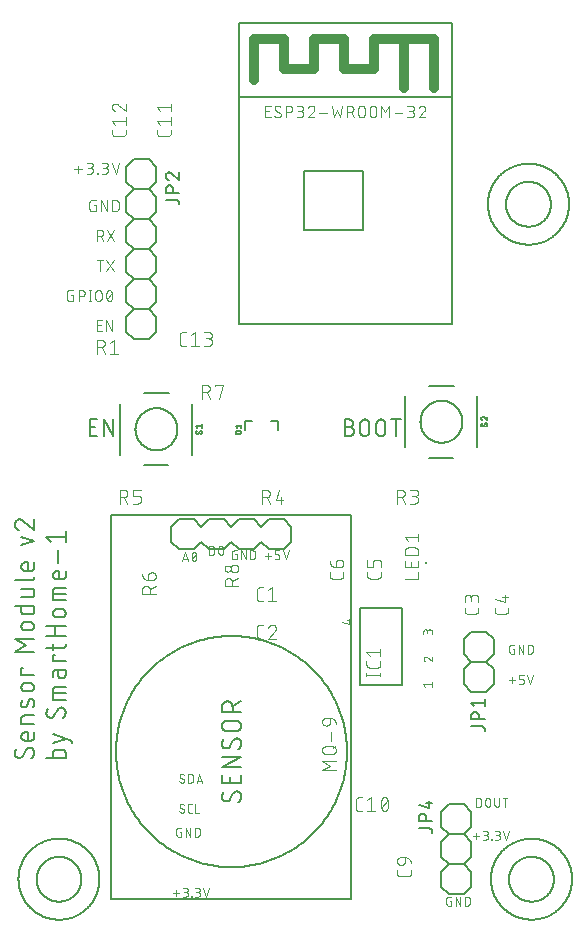
<source format=gbr>
G04 EAGLE Gerber RS-274X export*
G75*
%MOMM*%
%FSLAX34Y34*%
%LPD*%
%INSilkscreen Top*%
%IPPOS*%
%AMOC8*
5,1,8,0,0,1.08239X$1,22.5*%
G01*
%ADD10C,0.152400*%
%ADD11C,0.076200*%
%ADD12C,0.127000*%
%ADD13C,0.101600*%
%ADD14C,0.203200*%
%ADD15R,0.250000X0.250000*%
%ADD16C,0.812800*%


D10*
X22098Y150961D02*
X22096Y151079D01*
X22090Y151197D01*
X22081Y151315D01*
X22067Y151432D01*
X22050Y151549D01*
X22029Y151666D01*
X22004Y151781D01*
X21975Y151896D01*
X21942Y152010D01*
X21906Y152122D01*
X21866Y152233D01*
X21823Y152343D01*
X21776Y152452D01*
X21726Y152559D01*
X21671Y152664D01*
X21614Y152767D01*
X21553Y152868D01*
X21489Y152968D01*
X21422Y153065D01*
X21352Y153160D01*
X21278Y153252D01*
X21202Y153343D01*
X21122Y153430D01*
X21040Y153515D01*
X20955Y153597D01*
X20868Y153677D01*
X20777Y153753D01*
X20685Y153827D01*
X20590Y153897D01*
X20493Y153964D01*
X20393Y154028D01*
X20292Y154089D01*
X20189Y154146D01*
X20084Y154201D01*
X19977Y154251D01*
X19868Y154298D01*
X19758Y154341D01*
X19647Y154381D01*
X19535Y154417D01*
X19421Y154450D01*
X19306Y154479D01*
X19191Y154504D01*
X19074Y154525D01*
X18957Y154542D01*
X18840Y154556D01*
X18722Y154565D01*
X18604Y154571D01*
X18486Y154573D01*
X22098Y150961D02*
X22096Y150778D01*
X22089Y150596D01*
X22078Y150414D01*
X22063Y150232D01*
X22043Y150050D01*
X22020Y149869D01*
X21991Y149689D01*
X21959Y149509D01*
X21922Y149330D01*
X21881Y149153D01*
X21835Y148976D01*
X21786Y148800D01*
X21732Y148626D01*
X21674Y148452D01*
X21612Y148281D01*
X21546Y148111D01*
X21475Y147942D01*
X21401Y147775D01*
X21323Y147610D01*
X21241Y147447D01*
X21155Y147286D01*
X21065Y147127D01*
X20971Y146970D01*
X20874Y146816D01*
X20773Y146664D01*
X20668Y146514D01*
X20560Y146367D01*
X20449Y146223D01*
X20334Y146081D01*
X20215Y145942D01*
X20093Y145806D01*
X19968Y145673D01*
X19840Y145543D01*
X9454Y145994D02*
X9336Y145996D01*
X9218Y146002D01*
X9100Y146011D01*
X8983Y146025D01*
X8866Y146042D01*
X8749Y146063D01*
X8634Y146088D01*
X8519Y146117D01*
X8405Y146150D01*
X8293Y146186D01*
X8182Y146226D01*
X8072Y146269D01*
X7963Y146316D01*
X7856Y146366D01*
X7751Y146421D01*
X7648Y146478D01*
X7547Y146539D01*
X7447Y146603D01*
X7350Y146670D01*
X7255Y146740D01*
X7163Y146814D01*
X7072Y146890D01*
X6985Y146970D01*
X6900Y147052D01*
X6818Y147137D01*
X6738Y147224D01*
X6662Y147315D01*
X6588Y147407D01*
X6518Y147502D01*
X6451Y147599D01*
X6387Y147699D01*
X6326Y147800D01*
X6269Y147903D01*
X6214Y148008D01*
X6164Y148115D01*
X6117Y148224D01*
X6074Y148334D01*
X6034Y148445D01*
X5998Y148557D01*
X5965Y148671D01*
X5936Y148786D01*
X5911Y148901D01*
X5890Y149018D01*
X5873Y149135D01*
X5859Y149252D01*
X5850Y149370D01*
X5844Y149488D01*
X5842Y149606D01*
X5844Y149767D01*
X5850Y149929D01*
X5859Y150090D01*
X5873Y150251D01*
X5890Y150411D01*
X5911Y150571D01*
X5936Y150731D01*
X5965Y150890D01*
X5997Y151048D01*
X6033Y151205D01*
X6073Y151361D01*
X6117Y151517D01*
X6165Y151671D01*
X6216Y151824D01*
X6270Y151976D01*
X6329Y152127D01*
X6390Y152276D01*
X6456Y152423D01*
X6525Y152569D01*
X6597Y152714D01*
X6673Y152856D01*
X6752Y152997D01*
X6834Y153136D01*
X6920Y153272D01*
X7009Y153407D01*
X7101Y153540D01*
X7197Y153670D01*
X12615Y147799D02*
X12553Y147698D01*
X12488Y147598D01*
X12419Y147501D01*
X12347Y147406D01*
X12273Y147313D01*
X12195Y147223D01*
X12114Y147135D01*
X12031Y147050D01*
X11945Y146968D01*
X11856Y146889D01*
X11765Y146812D01*
X11671Y146739D01*
X11575Y146668D01*
X11477Y146601D01*
X11377Y146537D01*
X11274Y146476D01*
X11170Y146419D01*
X11064Y146365D01*
X10956Y146315D01*
X10847Y146268D01*
X10736Y146224D01*
X10624Y146184D01*
X10510Y146148D01*
X10396Y146116D01*
X10280Y146087D01*
X10164Y146062D01*
X10047Y146041D01*
X9929Y146024D01*
X9811Y146010D01*
X9692Y146001D01*
X9573Y145995D01*
X9454Y145993D01*
X15325Y152767D02*
X15387Y152868D01*
X15452Y152968D01*
X15521Y153065D01*
X15593Y153160D01*
X15667Y153253D01*
X15745Y153343D01*
X15826Y153431D01*
X15909Y153516D01*
X15995Y153598D01*
X16084Y153677D01*
X16175Y153754D01*
X16269Y153827D01*
X16365Y153898D01*
X16463Y153965D01*
X16563Y154029D01*
X16666Y154090D01*
X16770Y154147D01*
X16876Y154201D01*
X16984Y154251D01*
X17093Y154298D01*
X17204Y154342D01*
X17316Y154382D01*
X17430Y154418D01*
X17544Y154450D01*
X17660Y154479D01*
X17776Y154504D01*
X17893Y154525D01*
X18011Y154542D01*
X18129Y154556D01*
X18248Y154565D01*
X18367Y154571D01*
X18486Y154573D01*
X15325Y152767D02*
X12615Y147800D01*
X22098Y163223D02*
X22098Y167738D01*
X22098Y163223D02*
X22096Y163122D01*
X22090Y163021D01*
X22081Y162920D01*
X22068Y162819D01*
X22051Y162719D01*
X22030Y162620D01*
X22006Y162522D01*
X21978Y162425D01*
X21946Y162328D01*
X21911Y162233D01*
X21872Y162140D01*
X21830Y162048D01*
X21784Y161957D01*
X21735Y161868D01*
X21683Y161782D01*
X21627Y161697D01*
X21569Y161614D01*
X21507Y161534D01*
X21442Y161456D01*
X21375Y161380D01*
X21305Y161307D01*
X21232Y161237D01*
X21156Y161170D01*
X21078Y161105D01*
X20998Y161043D01*
X20915Y160985D01*
X20830Y160929D01*
X20743Y160877D01*
X20655Y160828D01*
X20564Y160782D01*
X20472Y160740D01*
X20379Y160701D01*
X20284Y160666D01*
X20187Y160634D01*
X20090Y160606D01*
X19992Y160582D01*
X19893Y160561D01*
X19793Y160544D01*
X19692Y160531D01*
X19591Y160522D01*
X19490Y160516D01*
X19389Y160514D01*
X19389Y160513D02*
X14873Y160513D01*
X14873Y160514D02*
X14754Y160516D01*
X14634Y160522D01*
X14515Y160532D01*
X14397Y160546D01*
X14278Y160563D01*
X14161Y160585D01*
X14044Y160610D01*
X13929Y160640D01*
X13814Y160673D01*
X13700Y160710D01*
X13588Y160750D01*
X13477Y160795D01*
X13368Y160843D01*
X13260Y160894D01*
X13154Y160949D01*
X13050Y161008D01*
X12948Y161070D01*
X12848Y161135D01*
X12750Y161204D01*
X12654Y161276D01*
X12561Y161351D01*
X12471Y161428D01*
X12383Y161509D01*
X12298Y161593D01*
X12216Y161680D01*
X12136Y161769D01*
X12060Y161861D01*
X11986Y161955D01*
X11916Y162052D01*
X11849Y162150D01*
X11785Y162251D01*
X11725Y162355D01*
X11668Y162460D01*
X11615Y162567D01*
X11565Y162675D01*
X11519Y162785D01*
X11477Y162897D01*
X11438Y163010D01*
X11403Y163124D01*
X11372Y163239D01*
X11344Y163356D01*
X11321Y163473D01*
X11301Y163590D01*
X11285Y163709D01*
X11273Y163828D01*
X11265Y163947D01*
X11261Y164066D01*
X11261Y164186D01*
X11265Y164305D01*
X11273Y164424D01*
X11285Y164543D01*
X11301Y164662D01*
X11321Y164779D01*
X11344Y164896D01*
X11372Y165013D01*
X11403Y165128D01*
X11438Y165242D01*
X11477Y165355D01*
X11519Y165467D01*
X11565Y165577D01*
X11615Y165685D01*
X11668Y165792D01*
X11725Y165897D01*
X11785Y166001D01*
X11849Y166102D01*
X11916Y166200D01*
X11986Y166297D01*
X12060Y166391D01*
X12136Y166483D01*
X12216Y166572D01*
X12298Y166659D01*
X12383Y166743D01*
X12471Y166824D01*
X12561Y166901D01*
X12654Y166976D01*
X12750Y167048D01*
X12848Y167117D01*
X12948Y167182D01*
X13050Y167244D01*
X13154Y167303D01*
X13260Y167358D01*
X13368Y167409D01*
X13477Y167457D01*
X13588Y167502D01*
X13700Y167542D01*
X13814Y167579D01*
X13929Y167612D01*
X14044Y167642D01*
X14161Y167667D01*
X14278Y167689D01*
X14397Y167706D01*
X14515Y167720D01*
X14634Y167730D01*
X14754Y167736D01*
X14873Y167738D01*
X16679Y167738D01*
X16679Y160513D01*
X22098Y174581D02*
X11261Y174581D01*
X11261Y179097D01*
X11263Y179201D01*
X11269Y179304D01*
X11279Y179408D01*
X11293Y179511D01*
X11311Y179613D01*
X11332Y179714D01*
X11358Y179815D01*
X11387Y179914D01*
X11420Y180013D01*
X11457Y180110D01*
X11498Y180205D01*
X11542Y180299D01*
X11590Y180391D01*
X11641Y180481D01*
X11696Y180570D01*
X11754Y180656D01*
X11816Y180739D01*
X11880Y180821D01*
X11948Y180899D01*
X12018Y180975D01*
X12091Y181049D01*
X12168Y181119D01*
X12246Y181187D01*
X12328Y181251D01*
X12411Y181313D01*
X12497Y181371D01*
X12586Y181426D01*
X12676Y181477D01*
X12768Y181525D01*
X12862Y181569D01*
X12957Y181610D01*
X13054Y181647D01*
X13153Y181680D01*
X13252Y181709D01*
X13353Y181735D01*
X13454Y181756D01*
X13556Y181774D01*
X13659Y181788D01*
X13763Y181798D01*
X13866Y181804D01*
X13970Y181806D01*
X22098Y181806D01*
X15776Y190004D02*
X17582Y194520D01*
X15776Y190004D02*
X15739Y189916D01*
X15698Y189830D01*
X15654Y189745D01*
X15606Y189662D01*
X15555Y189582D01*
X15501Y189503D01*
X15443Y189427D01*
X15383Y189353D01*
X15319Y189281D01*
X15253Y189213D01*
X15183Y189147D01*
X15112Y189084D01*
X15037Y189023D01*
X14961Y188966D01*
X14882Y188913D01*
X14801Y188862D01*
X14718Y188815D01*
X14633Y188771D01*
X14546Y188731D01*
X14458Y188694D01*
X14368Y188661D01*
X14277Y188631D01*
X14185Y188606D01*
X14092Y188584D01*
X13998Y188566D01*
X13904Y188551D01*
X13809Y188541D01*
X13713Y188535D01*
X13618Y188532D01*
X13522Y188533D01*
X13427Y188539D01*
X13331Y188548D01*
X13237Y188561D01*
X13143Y188577D01*
X13049Y188598D01*
X12957Y188623D01*
X12866Y188651D01*
X12776Y188683D01*
X12687Y188718D01*
X12600Y188757D01*
X12514Y188800D01*
X12430Y188846D01*
X12349Y188896D01*
X12269Y188948D01*
X12191Y189004D01*
X12116Y189064D01*
X12044Y189126D01*
X11974Y189191D01*
X11906Y189259D01*
X11842Y189329D01*
X11780Y189402D01*
X11722Y189478D01*
X11666Y189556D01*
X11614Y189636D01*
X11565Y189718D01*
X11520Y189802D01*
X11478Y189888D01*
X11439Y189975D01*
X11404Y190064D01*
X11373Y190155D01*
X11346Y190246D01*
X11322Y190339D01*
X11302Y190432D01*
X11286Y190526D01*
X11274Y190621D01*
X11265Y190716D01*
X11261Y190812D01*
X11260Y190907D01*
X11267Y191154D01*
X11279Y191400D01*
X11297Y191646D01*
X11322Y191892D01*
X11352Y192136D01*
X11388Y192380D01*
X11430Y192623D01*
X11477Y192865D01*
X11531Y193106D01*
X11590Y193345D01*
X11655Y193583D01*
X11726Y193820D01*
X11802Y194054D01*
X11884Y194287D01*
X11972Y194517D01*
X12065Y194745D01*
X12163Y194972D01*
X17583Y194520D02*
X17620Y194608D01*
X17661Y194694D01*
X17705Y194779D01*
X17753Y194862D01*
X17804Y194942D01*
X17858Y195021D01*
X17916Y195097D01*
X17976Y195171D01*
X18040Y195243D01*
X18106Y195311D01*
X18176Y195377D01*
X18247Y195440D01*
X18322Y195501D01*
X18398Y195558D01*
X18477Y195611D01*
X18558Y195662D01*
X18641Y195709D01*
X18726Y195753D01*
X18813Y195793D01*
X18901Y195830D01*
X18991Y195863D01*
X19082Y195893D01*
X19174Y195918D01*
X19267Y195940D01*
X19361Y195958D01*
X19455Y195973D01*
X19550Y195983D01*
X19646Y195989D01*
X19741Y195992D01*
X19837Y195991D01*
X19932Y195985D01*
X20028Y195976D01*
X20122Y195963D01*
X20216Y195947D01*
X20310Y195926D01*
X20402Y195901D01*
X20493Y195873D01*
X20583Y195841D01*
X20672Y195806D01*
X20759Y195767D01*
X20845Y195724D01*
X20929Y195678D01*
X21010Y195628D01*
X21090Y195576D01*
X21168Y195520D01*
X21243Y195460D01*
X21315Y195398D01*
X21385Y195333D01*
X21453Y195265D01*
X21517Y195195D01*
X21579Y195122D01*
X21637Y195046D01*
X21693Y194968D01*
X21745Y194888D01*
X21794Y194806D01*
X21839Y194722D01*
X21881Y194636D01*
X21920Y194549D01*
X21955Y194460D01*
X21986Y194369D01*
X22013Y194278D01*
X22037Y194185D01*
X22057Y194092D01*
X22073Y193998D01*
X22085Y193903D01*
X22094Y193808D01*
X22098Y193712D01*
X22099Y193617D01*
X22098Y193616D02*
X22089Y193254D01*
X22071Y192892D01*
X22044Y192531D01*
X22009Y192171D01*
X21966Y191811D01*
X21914Y191452D01*
X21853Y191095D01*
X21784Y190740D01*
X21707Y190386D01*
X21621Y190034D01*
X21527Y189684D01*
X21424Y189336D01*
X21314Y188991D01*
X21195Y188649D01*
X18486Y202196D02*
X14873Y202196D01*
X14873Y202197D02*
X14754Y202199D01*
X14634Y202205D01*
X14515Y202215D01*
X14397Y202229D01*
X14278Y202246D01*
X14161Y202268D01*
X14044Y202293D01*
X13929Y202323D01*
X13814Y202356D01*
X13700Y202393D01*
X13588Y202433D01*
X13477Y202478D01*
X13368Y202526D01*
X13260Y202577D01*
X13154Y202632D01*
X13050Y202691D01*
X12948Y202753D01*
X12848Y202818D01*
X12750Y202887D01*
X12654Y202959D01*
X12561Y203034D01*
X12471Y203111D01*
X12383Y203192D01*
X12298Y203276D01*
X12216Y203363D01*
X12136Y203452D01*
X12060Y203544D01*
X11986Y203638D01*
X11916Y203735D01*
X11849Y203833D01*
X11785Y203934D01*
X11725Y204038D01*
X11668Y204143D01*
X11615Y204250D01*
X11565Y204358D01*
X11519Y204468D01*
X11477Y204580D01*
X11438Y204693D01*
X11403Y204807D01*
X11372Y204922D01*
X11344Y205039D01*
X11321Y205156D01*
X11301Y205273D01*
X11285Y205392D01*
X11273Y205511D01*
X11265Y205630D01*
X11261Y205749D01*
X11261Y205869D01*
X11265Y205988D01*
X11273Y206107D01*
X11285Y206226D01*
X11301Y206345D01*
X11321Y206462D01*
X11344Y206579D01*
X11372Y206696D01*
X11403Y206811D01*
X11438Y206925D01*
X11477Y207038D01*
X11519Y207150D01*
X11565Y207260D01*
X11615Y207368D01*
X11668Y207475D01*
X11725Y207580D01*
X11785Y207684D01*
X11849Y207785D01*
X11916Y207883D01*
X11986Y207980D01*
X12060Y208074D01*
X12136Y208166D01*
X12216Y208255D01*
X12298Y208342D01*
X12383Y208426D01*
X12471Y208507D01*
X12561Y208584D01*
X12654Y208659D01*
X12750Y208731D01*
X12848Y208800D01*
X12948Y208865D01*
X13050Y208927D01*
X13154Y208986D01*
X13260Y209041D01*
X13368Y209092D01*
X13477Y209140D01*
X13588Y209185D01*
X13700Y209225D01*
X13814Y209262D01*
X13929Y209295D01*
X14044Y209325D01*
X14161Y209350D01*
X14278Y209372D01*
X14397Y209389D01*
X14515Y209403D01*
X14634Y209413D01*
X14754Y209419D01*
X14873Y209421D01*
X18486Y209421D01*
X18605Y209419D01*
X18725Y209413D01*
X18844Y209403D01*
X18962Y209389D01*
X19081Y209372D01*
X19198Y209350D01*
X19315Y209325D01*
X19430Y209295D01*
X19545Y209262D01*
X19659Y209225D01*
X19771Y209185D01*
X19882Y209140D01*
X19991Y209092D01*
X20099Y209041D01*
X20205Y208986D01*
X20309Y208927D01*
X20411Y208865D01*
X20511Y208800D01*
X20609Y208731D01*
X20705Y208659D01*
X20798Y208584D01*
X20888Y208507D01*
X20976Y208426D01*
X21061Y208342D01*
X21143Y208255D01*
X21223Y208166D01*
X21299Y208074D01*
X21373Y207980D01*
X21443Y207883D01*
X21510Y207785D01*
X21574Y207684D01*
X21634Y207580D01*
X21691Y207475D01*
X21744Y207368D01*
X21794Y207260D01*
X21840Y207150D01*
X21882Y207038D01*
X21921Y206925D01*
X21956Y206811D01*
X21987Y206696D01*
X22015Y206579D01*
X22038Y206462D01*
X22058Y206345D01*
X22074Y206226D01*
X22086Y206107D01*
X22094Y205988D01*
X22098Y205869D01*
X22098Y205749D01*
X22094Y205630D01*
X22086Y205511D01*
X22074Y205392D01*
X22058Y205273D01*
X22038Y205156D01*
X22015Y205039D01*
X21987Y204922D01*
X21956Y204807D01*
X21921Y204693D01*
X21882Y204580D01*
X21840Y204468D01*
X21794Y204358D01*
X21744Y204250D01*
X21691Y204143D01*
X21634Y204038D01*
X21574Y203934D01*
X21510Y203833D01*
X21443Y203735D01*
X21373Y203638D01*
X21299Y203544D01*
X21223Y203452D01*
X21143Y203363D01*
X21061Y203276D01*
X20976Y203192D01*
X20888Y203111D01*
X20798Y203034D01*
X20705Y202959D01*
X20609Y202887D01*
X20511Y202818D01*
X20411Y202753D01*
X20309Y202691D01*
X20205Y202632D01*
X20099Y202577D01*
X19991Y202526D01*
X19882Y202478D01*
X19771Y202433D01*
X19659Y202393D01*
X19545Y202356D01*
X19430Y202323D01*
X19315Y202293D01*
X19198Y202268D01*
X19081Y202246D01*
X18962Y202229D01*
X18844Y202215D01*
X18725Y202205D01*
X18605Y202199D01*
X18486Y202197D01*
X22098Y216349D02*
X11261Y216349D01*
X11261Y221768D01*
X13067Y221768D01*
X5842Y235821D02*
X22098Y235821D01*
X14873Y241240D02*
X5842Y235821D01*
X14873Y241240D02*
X5842Y246658D01*
X22098Y246658D01*
X18486Y253780D02*
X14873Y253780D01*
X14754Y253782D01*
X14634Y253788D01*
X14515Y253798D01*
X14397Y253812D01*
X14278Y253829D01*
X14161Y253851D01*
X14044Y253876D01*
X13929Y253906D01*
X13814Y253939D01*
X13700Y253976D01*
X13588Y254016D01*
X13477Y254061D01*
X13368Y254109D01*
X13260Y254160D01*
X13154Y254215D01*
X13050Y254274D01*
X12948Y254336D01*
X12848Y254401D01*
X12750Y254470D01*
X12654Y254542D01*
X12561Y254617D01*
X12471Y254694D01*
X12383Y254775D01*
X12298Y254859D01*
X12216Y254946D01*
X12136Y255035D01*
X12060Y255127D01*
X11986Y255221D01*
X11916Y255318D01*
X11849Y255416D01*
X11785Y255517D01*
X11725Y255621D01*
X11668Y255726D01*
X11615Y255833D01*
X11565Y255941D01*
X11519Y256051D01*
X11477Y256163D01*
X11438Y256276D01*
X11403Y256390D01*
X11372Y256505D01*
X11344Y256622D01*
X11321Y256739D01*
X11301Y256856D01*
X11285Y256975D01*
X11273Y257094D01*
X11265Y257213D01*
X11261Y257332D01*
X11261Y257452D01*
X11265Y257571D01*
X11273Y257690D01*
X11285Y257809D01*
X11301Y257928D01*
X11321Y258045D01*
X11344Y258162D01*
X11372Y258279D01*
X11403Y258394D01*
X11438Y258508D01*
X11477Y258621D01*
X11519Y258733D01*
X11565Y258843D01*
X11615Y258951D01*
X11668Y259058D01*
X11725Y259163D01*
X11785Y259267D01*
X11849Y259368D01*
X11916Y259466D01*
X11986Y259563D01*
X12060Y259657D01*
X12136Y259749D01*
X12216Y259838D01*
X12298Y259925D01*
X12383Y260009D01*
X12471Y260090D01*
X12561Y260167D01*
X12654Y260242D01*
X12750Y260314D01*
X12848Y260383D01*
X12948Y260448D01*
X13050Y260510D01*
X13154Y260569D01*
X13260Y260624D01*
X13368Y260675D01*
X13477Y260723D01*
X13588Y260768D01*
X13700Y260808D01*
X13814Y260845D01*
X13929Y260878D01*
X14044Y260908D01*
X14161Y260933D01*
X14278Y260955D01*
X14397Y260972D01*
X14515Y260986D01*
X14634Y260996D01*
X14754Y261002D01*
X14873Y261004D01*
X18486Y261004D01*
X18605Y261002D01*
X18725Y260996D01*
X18844Y260986D01*
X18962Y260972D01*
X19081Y260955D01*
X19198Y260933D01*
X19315Y260908D01*
X19430Y260878D01*
X19545Y260845D01*
X19659Y260808D01*
X19771Y260768D01*
X19882Y260723D01*
X19991Y260675D01*
X20099Y260624D01*
X20205Y260569D01*
X20309Y260510D01*
X20411Y260448D01*
X20511Y260383D01*
X20609Y260314D01*
X20705Y260242D01*
X20798Y260167D01*
X20888Y260090D01*
X20976Y260009D01*
X21061Y259925D01*
X21143Y259838D01*
X21223Y259749D01*
X21299Y259657D01*
X21373Y259563D01*
X21443Y259466D01*
X21510Y259368D01*
X21574Y259267D01*
X21634Y259163D01*
X21691Y259058D01*
X21744Y258951D01*
X21794Y258843D01*
X21840Y258733D01*
X21882Y258621D01*
X21921Y258508D01*
X21956Y258394D01*
X21987Y258279D01*
X22015Y258162D01*
X22038Y258045D01*
X22058Y257928D01*
X22074Y257809D01*
X22086Y257690D01*
X22094Y257571D01*
X22098Y257452D01*
X22098Y257332D01*
X22094Y257213D01*
X22086Y257094D01*
X22074Y256975D01*
X22058Y256856D01*
X22038Y256739D01*
X22015Y256622D01*
X21987Y256505D01*
X21956Y256390D01*
X21921Y256276D01*
X21882Y256163D01*
X21840Y256051D01*
X21794Y255941D01*
X21744Y255833D01*
X21691Y255726D01*
X21634Y255621D01*
X21574Y255517D01*
X21510Y255416D01*
X21443Y255318D01*
X21373Y255221D01*
X21299Y255127D01*
X21223Y255035D01*
X21143Y254946D01*
X21061Y254859D01*
X20976Y254775D01*
X20888Y254694D01*
X20798Y254617D01*
X20705Y254542D01*
X20609Y254470D01*
X20511Y254401D01*
X20411Y254336D01*
X20309Y254274D01*
X20205Y254215D01*
X20099Y254160D01*
X19991Y254109D01*
X19882Y254061D01*
X19771Y254016D01*
X19659Y253976D01*
X19545Y253939D01*
X19430Y253906D01*
X19315Y253876D01*
X19198Y253851D01*
X19081Y253829D01*
X18962Y253812D01*
X18844Y253798D01*
X18725Y253788D01*
X18605Y253782D01*
X18486Y253780D01*
X22098Y274478D02*
X5842Y274478D01*
X22098Y274478D02*
X22098Y269963D01*
X22096Y269862D01*
X22090Y269761D01*
X22081Y269660D01*
X22068Y269559D01*
X22051Y269459D01*
X22030Y269360D01*
X22006Y269262D01*
X21978Y269165D01*
X21946Y269068D01*
X21911Y268973D01*
X21872Y268880D01*
X21830Y268788D01*
X21784Y268697D01*
X21735Y268609D01*
X21683Y268522D01*
X21627Y268437D01*
X21569Y268354D01*
X21507Y268274D01*
X21442Y268196D01*
X21375Y268120D01*
X21305Y268047D01*
X21232Y267977D01*
X21156Y267910D01*
X21078Y267845D01*
X20998Y267783D01*
X20915Y267725D01*
X20830Y267669D01*
X20743Y267617D01*
X20655Y267568D01*
X20564Y267522D01*
X20472Y267480D01*
X20379Y267441D01*
X20284Y267406D01*
X20187Y267374D01*
X20090Y267346D01*
X19992Y267322D01*
X19893Y267301D01*
X19793Y267284D01*
X19692Y267271D01*
X19591Y267262D01*
X19490Y267256D01*
X19389Y267254D01*
X19389Y267253D02*
X13970Y267253D01*
X13970Y267254D02*
X13869Y267256D01*
X13768Y267262D01*
X13667Y267271D01*
X13566Y267284D01*
X13466Y267301D01*
X13367Y267322D01*
X13269Y267346D01*
X13172Y267374D01*
X13075Y267406D01*
X12980Y267441D01*
X12887Y267480D01*
X12795Y267522D01*
X12704Y267568D01*
X12616Y267617D01*
X12529Y267669D01*
X12444Y267725D01*
X12361Y267783D01*
X12281Y267845D01*
X12203Y267910D01*
X12127Y267977D01*
X12054Y268047D01*
X11984Y268120D01*
X11917Y268196D01*
X11852Y268274D01*
X11790Y268354D01*
X11732Y268437D01*
X11676Y268522D01*
X11624Y268609D01*
X11575Y268697D01*
X11529Y268788D01*
X11487Y268880D01*
X11448Y268973D01*
X11413Y269068D01*
X11381Y269165D01*
X11353Y269262D01*
X11329Y269360D01*
X11308Y269459D01*
X11291Y269559D01*
X11278Y269660D01*
X11269Y269761D01*
X11263Y269862D01*
X11261Y269963D01*
X11261Y274478D01*
X11261Y281916D02*
X19389Y281916D01*
X19490Y281918D01*
X19591Y281924D01*
X19692Y281933D01*
X19793Y281946D01*
X19893Y281963D01*
X19992Y281984D01*
X20090Y282008D01*
X20187Y282036D01*
X20284Y282068D01*
X20379Y282103D01*
X20472Y282142D01*
X20564Y282184D01*
X20655Y282230D01*
X20743Y282279D01*
X20830Y282331D01*
X20915Y282387D01*
X20998Y282445D01*
X21078Y282507D01*
X21156Y282572D01*
X21232Y282639D01*
X21305Y282709D01*
X21375Y282782D01*
X21442Y282858D01*
X21507Y282936D01*
X21569Y283016D01*
X21627Y283099D01*
X21683Y283184D01*
X21735Y283271D01*
X21784Y283359D01*
X21830Y283450D01*
X21872Y283542D01*
X21911Y283635D01*
X21946Y283730D01*
X21978Y283827D01*
X22006Y283924D01*
X22030Y284022D01*
X22051Y284121D01*
X22068Y284221D01*
X22081Y284322D01*
X22090Y284423D01*
X22096Y284524D01*
X22098Y284625D01*
X22098Y289141D01*
X11261Y289141D01*
X5842Y296221D02*
X19389Y296221D01*
X19490Y296223D01*
X19591Y296229D01*
X19692Y296238D01*
X19793Y296251D01*
X19893Y296268D01*
X19992Y296289D01*
X20090Y296313D01*
X20187Y296341D01*
X20284Y296373D01*
X20379Y296408D01*
X20472Y296447D01*
X20564Y296489D01*
X20655Y296535D01*
X20743Y296584D01*
X20830Y296636D01*
X20915Y296692D01*
X20998Y296750D01*
X21078Y296812D01*
X21156Y296877D01*
X21232Y296944D01*
X21305Y297014D01*
X21375Y297087D01*
X21442Y297163D01*
X21507Y297241D01*
X21569Y297321D01*
X21627Y297404D01*
X21683Y297489D01*
X21735Y297576D01*
X21784Y297664D01*
X21830Y297755D01*
X21872Y297847D01*
X21911Y297940D01*
X21946Y298035D01*
X21978Y298132D01*
X22006Y298229D01*
X22030Y298327D01*
X22051Y298426D01*
X22068Y298526D01*
X22081Y298627D01*
X22090Y298728D01*
X22096Y298829D01*
X22098Y298930D01*
X22098Y307030D02*
X22098Y311545D01*
X22098Y307030D02*
X22096Y306929D01*
X22090Y306828D01*
X22081Y306727D01*
X22068Y306626D01*
X22051Y306526D01*
X22030Y306427D01*
X22006Y306329D01*
X21978Y306232D01*
X21946Y306135D01*
X21911Y306040D01*
X21872Y305947D01*
X21830Y305855D01*
X21784Y305764D01*
X21735Y305676D01*
X21683Y305589D01*
X21627Y305504D01*
X21569Y305421D01*
X21507Y305341D01*
X21442Y305263D01*
X21375Y305187D01*
X21305Y305114D01*
X21232Y305044D01*
X21156Y304977D01*
X21078Y304912D01*
X20998Y304850D01*
X20915Y304792D01*
X20830Y304736D01*
X20743Y304684D01*
X20655Y304635D01*
X20564Y304589D01*
X20472Y304547D01*
X20379Y304508D01*
X20284Y304473D01*
X20187Y304441D01*
X20090Y304413D01*
X19992Y304389D01*
X19893Y304368D01*
X19793Y304351D01*
X19692Y304338D01*
X19591Y304329D01*
X19490Y304323D01*
X19389Y304321D01*
X19389Y304320D02*
X14873Y304320D01*
X14873Y304321D02*
X14754Y304323D01*
X14634Y304329D01*
X14515Y304339D01*
X14397Y304353D01*
X14278Y304370D01*
X14161Y304392D01*
X14044Y304417D01*
X13929Y304447D01*
X13814Y304480D01*
X13700Y304517D01*
X13588Y304557D01*
X13477Y304602D01*
X13368Y304650D01*
X13260Y304701D01*
X13154Y304756D01*
X13050Y304815D01*
X12948Y304877D01*
X12848Y304942D01*
X12750Y305011D01*
X12654Y305083D01*
X12561Y305158D01*
X12471Y305235D01*
X12383Y305316D01*
X12298Y305400D01*
X12216Y305487D01*
X12136Y305576D01*
X12060Y305668D01*
X11986Y305762D01*
X11916Y305859D01*
X11849Y305957D01*
X11785Y306058D01*
X11725Y306162D01*
X11668Y306267D01*
X11615Y306374D01*
X11565Y306482D01*
X11519Y306592D01*
X11477Y306704D01*
X11438Y306817D01*
X11403Y306931D01*
X11372Y307046D01*
X11344Y307163D01*
X11321Y307280D01*
X11301Y307397D01*
X11285Y307516D01*
X11273Y307635D01*
X11265Y307754D01*
X11261Y307873D01*
X11261Y307993D01*
X11265Y308112D01*
X11273Y308231D01*
X11285Y308350D01*
X11301Y308469D01*
X11321Y308586D01*
X11344Y308703D01*
X11372Y308820D01*
X11403Y308935D01*
X11438Y309049D01*
X11477Y309162D01*
X11519Y309274D01*
X11565Y309384D01*
X11615Y309492D01*
X11668Y309599D01*
X11725Y309704D01*
X11785Y309808D01*
X11849Y309909D01*
X11916Y310007D01*
X11986Y310104D01*
X12060Y310198D01*
X12136Y310290D01*
X12216Y310379D01*
X12298Y310466D01*
X12383Y310550D01*
X12471Y310631D01*
X12561Y310708D01*
X12654Y310783D01*
X12750Y310855D01*
X12848Y310924D01*
X12948Y310989D01*
X13050Y311051D01*
X13154Y311110D01*
X13260Y311165D01*
X13368Y311216D01*
X13477Y311264D01*
X13588Y311309D01*
X13700Y311349D01*
X13814Y311386D01*
X13929Y311419D01*
X14044Y311449D01*
X14161Y311474D01*
X14278Y311496D01*
X14397Y311513D01*
X14515Y311527D01*
X14634Y311537D01*
X14754Y311543D01*
X14873Y311545D01*
X16679Y311545D01*
X16679Y304320D01*
X11261Y325683D02*
X22098Y329296D01*
X11261Y332908D01*
X5842Y343815D02*
X5844Y343940D01*
X5850Y344065D01*
X5859Y344190D01*
X5873Y344314D01*
X5890Y344438D01*
X5911Y344562D01*
X5936Y344684D01*
X5965Y344806D01*
X5997Y344927D01*
X6033Y345047D01*
X6073Y345166D01*
X6116Y345283D01*
X6163Y345399D01*
X6214Y345514D01*
X6268Y345626D01*
X6326Y345738D01*
X6386Y345847D01*
X6451Y345954D01*
X6518Y346060D01*
X6589Y346163D01*
X6663Y346264D01*
X6740Y346363D01*
X6820Y346459D01*
X6903Y346553D01*
X6988Y346644D01*
X7077Y346733D01*
X7168Y346818D01*
X7262Y346901D01*
X7358Y346981D01*
X7457Y347058D01*
X7558Y347132D01*
X7661Y347203D01*
X7767Y347270D01*
X7874Y347335D01*
X7983Y347395D01*
X8095Y347453D01*
X8207Y347507D01*
X8322Y347558D01*
X8438Y347605D01*
X8555Y347648D01*
X8674Y347688D01*
X8794Y347724D01*
X8915Y347756D01*
X9037Y347785D01*
X9159Y347810D01*
X9283Y347831D01*
X9407Y347848D01*
X9531Y347862D01*
X9656Y347871D01*
X9781Y347877D01*
X9906Y347879D01*
X5842Y343815D02*
X5844Y343672D01*
X5850Y343530D01*
X5860Y343387D01*
X5873Y343245D01*
X5891Y343104D01*
X5912Y342962D01*
X5937Y342822D01*
X5966Y342682D01*
X5999Y342543D01*
X6036Y342405D01*
X6076Y342268D01*
X6120Y342133D01*
X6168Y341998D01*
X6220Y341865D01*
X6275Y341733D01*
X6334Y341603D01*
X6396Y341475D01*
X6462Y341348D01*
X6531Y341223D01*
X6603Y341100D01*
X6679Y340979D01*
X6758Y340861D01*
X6841Y340744D01*
X6926Y340630D01*
X7015Y340518D01*
X7106Y340409D01*
X7201Y340302D01*
X7298Y340197D01*
X7399Y340096D01*
X7502Y339997D01*
X7607Y339901D01*
X7716Y339808D01*
X7827Y339718D01*
X7940Y339631D01*
X8055Y339547D01*
X8173Y339467D01*
X8293Y339389D01*
X8415Y339315D01*
X8539Y339245D01*
X8665Y339177D01*
X8793Y339114D01*
X8922Y339053D01*
X9053Y338996D01*
X9185Y338943D01*
X9319Y338894D01*
X9454Y338848D01*
X13067Y346524D02*
X12975Y346618D01*
X12881Y346708D01*
X12784Y346796D01*
X12684Y346881D01*
X12582Y346963D01*
X12477Y347041D01*
X12370Y347117D01*
X12261Y347189D01*
X12150Y347258D01*
X12036Y347324D01*
X11921Y347386D01*
X11804Y347445D01*
X11685Y347500D01*
X11565Y347551D01*
X11443Y347599D01*
X11320Y347644D01*
X11196Y347684D01*
X11070Y347721D01*
X10943Y347754D01*
X10816Y347783D01*
X10687Y347809D01*
X10558Y347830D01*
X10428Y347848D01*
X10298Y347861D01*
X10168Y347871D01*
X10037Y347877D01*
X9906Y347879D01*
X13067Y346524D02*
X22098Y338848D01*
X22098Y347879D01*
X32512Y145542D02*
X48768Y145542D01*
X48768Y150058D01*
X48766Y150159D01*
X48760Y150260D01*
X48751Y150361D01*
X48738Y150462D01*
X48721Y150562D01*
X48700Y150661D01*
X48676Y150759D01*
X48648Y150856D01*
X48616Y150953D01*
X48581Y151048D01*
X48542Y151141D01*
X48500Y151233D01*
X48454Y151324D01*
X48405Y151413D01*
X48353Y151499D01*
X48297Y151584D01*
X48239Y151667D01*
X48177Y151747D01*
X48112Y151825D01*
X48045Y151901D01*
X47975Y151974D01*
X47902Y152044D01*
X47826Y152111D01*
X47748Y152176D01*
X47668Y152238D01*
X47585Y152296D01*
X47500Y152352D01*
X47414Y152404D01*
X47325Y152453D01*
X47234Y152499D01*
X47142Y152541D01*
X47049Y152580D01*
X46954Y152615D01*
X46857Y152647D01*
X46760Y152675D01*
X46662Y152699D01*
X46563Y152720D01*
X46463Y152737D01*
X46362Y152750D01*
X46261Y152759D01*
X46160Y152765D01*
X46059Y152767D01*
X40640Y152767D01*
X40539Y152765D01*
X40438Y152759D01*
X40337Y152750D01*
X40236Y152737D01*
X40136Y152720D01*
X40037Y152699D01*
X39939Y152675D01*
X39842Y152647D01*
X39745Y152615D01*
X39650Y152580D01*
X39557Y152541D01*
X39465Y152499D01*
X39374Y152453D01*
X39286Y152404D01*
X39199Y152352D01*
X39114Y152296D01*
X39031Y152238D01*
X38951Y152176D01*
X38873Y152111D01*
X38797Y152044D01*
X38724Y151974D01*
X38654Y151901D01*
X38587Y151825D01*
X38522Y151747D01*
X38460Y151667D01*
X38402Y151584D01*
X38346Y151499D01*
X38294Y151413D01*
X38245Y151324D01*
X38199Y151233D01*
X38157Y151141D01*
X38118Y151048D01*
X38083Y150953D01*
X38051Y150856D01*
X38023Y150759D01*
X37999Y150661D01*
X37978Y150562D01*
X37961Y150462D01*
X37948Y150361D01*
X37939Y150260D01*
X37933Y150159D01*
X37931Y150058D01*
X37931Y145542D01*
X54187Y158495D02*
X54187Y160301D01*
X37931Y165720D01*
X37931Y158495D02*
X48768Y162107D01*
X48768Y184894D02*
X48766Y185012D01*
X48760Y185130D01*
X48751Y185248D01*
X48737Y185365D01*
X48720Y185482D01*
X48699Y185599D01*
X48674Y185714D01*
X48645Y185829D01*
X48612Y185943D01*
X48576Y186055D01*
X48536Y186166D01*
X48493Y186276D01*
X48446Y186385D01*
X48396Y186492D01*
X48341Y186597D01*
X48284Y186700D01*
X48223Y186801D01*
X48159Y186901D01*
X48092Y186998D01*
X48022Y187093D01*
X47948Y187185D01*
X47872Y187276D01*
X47792Y187363D01*
X47710Y187448D01*
X47625Y187530D01*
X47538Y187610D01*
X47447Y187686D01*
X47355Y187760D01*
X47260Y187830D01*
X47163Y187897D01*
X47063Y187961D01*
X46962Y188022D01*
X46859Y188079D01*
X46754Y188134D01*
X46647Y188184D01*
X46538Y188231D01*
X46428Y188274D01*
X46317Y188314D01*
X46205Y188350D01*
X46091Y188383D01*
X45976Y188412D01*
X45861Y188437D01*
X45744Y188458D01*
X45627Y188475D01*
X45510Y188489D01*
X45392Y188498D01*
X45274Y188504D01*
X45156Y188506D01*
X48768Y184894D02*
X48766Y184711D01*
X48759Y184529D01*
X48748Y184347D01*
X48733Y184165D01*
X48713Y183983D01*
X48690Y183802D01*
X48661Y183622D01*
X48629Y183442D01*
X48592Y183263D01*
X48551Y183086D01*
X48505Y182909D01*
X48456Y182733D01*
X48402Y182559D01*
X48344Y182385D01*
X48282Y182214D01*
X48216Y182044D01*
X48145Y181875D01*
X48071Y181708D01*
X47993Y181543D01*
X47911Y181380D01*
X47825Y181219D01*
X47735Y181060D01*
X47641Y180903D01*
X47544Y180749D01*
X47443Y180597D01*
X47338Y180447D01*
X47230Y180300D01*
X47119Y180156D01*
X47004Y180014D01*
X46885Y179875D01*
X46763Y179739D01*
X46638Y179606D01*
X46510Y179476D01*
X36124Y179927D02*
X36006Y179929D01*
X35888Y179935D01*
X35770Y179944D01*
X35653Y179958D01*
X35536Y179975D01*
X35419Y179996D01*
X35304Y180021D01*
X35189Y180050D01*
X35075Y180083D01*
X34963Y180119D01*
X34852Y180159D01*
X34742Y180202D01*
X34633Y180249D01*
X34526Y180299D01*
X34421Y180354D01*
X34318Y180411D01*
X34217Y180472D01*
X34117Y180536D01*
X34020Y180603D01*
X33925Y180673D01*
X33833Y180747D01*
X33742Y180823D01*
X33655Y180903D01*
X33570Y180985D01*
X33488Y181070D01*
X33408Y181157D01*
X33332Y181248D01*
X33258Y181340D01*
X33188Y181435D01*
X33121Y181532D01*
X33057Y181632D01*
X32996Y181733D01*
X32939Y181836D01*
X32884Y181941D01*
X32834Y182048D01*
X32787Y182157D01*
X32744Y182267D01*
X32704Y182378D01*
X32668Y182490D01*
X32635Y182604D01*
X32606Y182719D01*
X32581Y182834D01*
X32560Y182951D01*
X32543Y183068D01*
X32529Y183185D01*
X32520Y183303D01*
X32514Y183421D01*
X32512Y183539D01*
X32514Y183700D01*
X32520Y183862D01*
X32529Y184023D01*
X32543Y184184D01*
X32560Y184344D01*
X32581Y184504D01*
X32606Y184664D01*
X32635Y184823D01*
X32667Y184981D01*
X32703Y185138D01*
X32743Y185294D01*
X32787Y185450D01*
X32835Y185604D01*
X32886Y185757D01*
X32940Y185909D01*
X32999Y186060D01*
X33060Y186209D01*
X33126Y186356D01*
X33195Y186502D01*
X33267Y186647D01*
X33343Y186789D01*
X33422Y186930D01*
X33504Y187069D01*
X33590Y187205D01*
X33679Y187340D01*
X33771Y187473D01*
X33867Y187603D01*
X39285Y181733D02*
X39223Y181632D01*
X39158Y181532D01*
X39089Y181435D01*
X39017Y181340D01*
X38943Y181247D01*
X38865Y181157D01*
X38784Y181069D01*
X38701Y180984D01*
X38615Y180902D01*
X38526Y180823D01*
X38435Y180746D01*
X38341Y180673D01*
X38245Y180602D01*
X38147Y180535D01*
X38047Y180471D01*
X37944Y180410D01*
X37840Y180353D01*
X37734Y180299D01*
X37626Y180249D01*
X37517Y180202D01*
X37406Y180158D01*
X37294Y180118D01*
X37180Y180082D01*
X37066Y180050D01*
X36950Y180021D01*
X36834Y179996D01*
X36717Y179975D01*
X36599Y179958D01*
X36481Y179944D01*
X36362Y179935D01*
X36243Y179929D01*
X36124Y179927D01*
X41995Y186701D02*
X42057Y186802D01*
X42122Y186902D01*
X42191Y186999D01*
X42263Y187094D01*
X42337Y187187D01*
X42415Y187277D01*
X42496Y187365D01*
X42579Y187450D01*
X42665Y187532D01*
X42754Y187611D01*
X42845Y187688D01*
X42939Y187761D01*
X43035Y187832D01*
X43133Y187899D01*
X43233Y187963D01*
X43336Y188024D01*
X43440Y188081D01*
X43546Y188135D01*
X43654Y188185D01*
X43763Y188232D01*
X43874Y188276D01*
X43986Y188316D01*
X44100Y188352D01*
X44214Y188384D01*
X44330Y188413D01*
X44446Y188438D01*
X44563Y188459D01*
X44681Y188476D01*
X44799Y188490D01*
X44918Y188499D01*
X45037Y188505D01*
X45156Y188507D01*
X41995Y186700D02*
X39285Y181733D01*
X37931Y195246D02*
X48768Y195246D01*
X37931Y195246D02*
X37931Y203374D01*
X37933Y203475D01*
X37939Y203576D01*
X37948Y203677D01*
X37961Y203778D01*
X37978Y203878D01*
X37999Y203977D01*
X38023Y204075D01*
X38051Y204172D01*
X38083Y204269D01*
X38118Y204364D01*
X38157Y204457D01*
X38199Y204549D01*
X38245Y204640D01*
X38294Y204729D01*
X38346Y204815D01*
X38402Y204900D01*
X38460Y204983D01*
X38522Y205063D01*
X38587Y205141D01*
X38654Y205217D01*
X38724Y205290D01*
X38797Y205360D01*
X38873Y205427D01*
X38951Y205492D01*
X39031Y205554D01*
X39114Y205612D01*
X39199Y205668D01*
X39286Y205720D01*
X39374Y205769D01*
X39465Y205815D01*
X39557Y205857D01*
X39650Y205896D01*
X39745Y205931D01*
X39842Y205963D01*
X39939Y205991D01*
X40037Y206015D01*
X40136Y206036D01*
X40236Y206053D01*
X40337Y206066D01*
X40438Y206075D01*
X40539Y206081D01*
X40640Y206083D01*
X48768Y206083D01*
X48768Y200664D02*
X37931Y200664D01*
X42446Y216292D02*
X42446Y220356D01*
X42446Y216292D02*
X42448Y216180D01*
X42454Y216069D01*
X42464Y215958D01*
X42477Y215847D01*
X42495Y215737D01*
X42517Y215628D01*
X42542Y215519D01*
X42571Y215411D01*
X42604Y215305D01*
X42641Y215199D01*
X42681Y215095D01*
X42725Y214993D01*
X42773Y214892D01*
X42824Y214793D01*
X42879Y214695D01*
X42937Y214600D01*
X42998Y214507D01*
X43063Y214416D01*
X43131Y214327D01*
X43202Y214241D01*
X43275Y214158D01*
X43352Y214077D01*
X43432Y213998D01*
X43514Y213923D01*
X43599Y213851D01*
X43686Y213781D01*
X43776Y213715D01*
X43868Y213652D01*
X43963Y213592D01*
X44059Y213536D01*
X44157Y213483D01*
X44257Y213434D01*
X44359Y213388D01*
X44462Y213346D01*
X44567Y213307D01*
X44673Y213272D01*
X44780Y213241D01*
X44888Y213214D01*
X44997Y213190D01*
X45107Y213171D01*
X45217Y213155D01*
X45328Y213143D01*
X45440Y213135D01*
X45551Y213131D01*
X45663Y213131D01*
X45774Y213135D01*
X45886Y213143D01*
X45997Y213155D01*
X46107Y213171D01*
X46217Y213190D01*
X46326Y213214D01*
X46434Y213241D01*
X46541Y213272D01*
X46647Y213307D01*
X46752Y213346D01*
X46855Y213388D01*
X46957Y213434D01*
X47057Y213483D01*
X47155Y213536D01*
X47251Y213592D01*
X47346Y213652D01*
X47438Y213715D01*
X47528Y213781D01*
X47615Y213851D01*
X47700Y213923D01*
X47782Y213998D01*
X47862Y214077D01*
X47939Y214158D01*
X48012Y214241D01*
X48083Y214327D01*
X48151Y214416D01*
X48216Y214507D01*
X48277Y214600D01*
X48335Y214695D01*
X48390Y214793D01*
X48441Y214892D01*
X48489Y214993D01*
X48533Y215095D01*
X48573Y215199D01*
X48610Y215305D01*
X48643Y215411D01*
X48672Y215519D01*
X48697Y215628D01*
X48719Y215737D01*
X48737Y215847D01*
X48750Y215958D01*
X48760Y216069D01*
X48766Y216180D01*
X48768Y216292D01*
X48768Y220356D01*
X40640Y220356D01*
X40640Y220355D02*
X40539Y220353D01*
X40438Y220347D01*
X40337Y220338D01*
X40236Y220325D01*
X40136Y220308D01*
X40037Y220287D01*
X39939Y220263D01*
X39842Y220235D01*
X39745Y220203D01*
X39650Y220168D01*
X39557Y220129D01*
X39465Y220087D01*
X39374Y220041D01*
X39286Y219992D01*
X39199Y219940D01*
X39114Y219884D01*
X39031Y219826D01*
X38951Y219764D01*
X38873Y219699D01*
X38797Y219632D01*
X38724Y219562D01*
X38654Y219489D01*
X38587Y219413D01*
X38522Y219335D01*
X38460Y219255D01*
X38402Y219172D01*
X38346Y219087D01*
X38294Y219001D01*
X38245Y218912D01*
X38199Y218821D01*
X38157Y218729D01*
X38118Y218636D01*
X38083Y218541D01*
X38051Y218444D01*
X38023Y218347D01*
X37999Y218249D01*
X37978Y218150D01*
X37961Y218050D01*
X37948Y217949D01*
X37939Y217848D01*
X37933Y217747D01*
X37931Y217646D01*
X37931Y214034D01*
X37931Y227878D02*
X48768Y227878D01*
X37931Y227878D02*
X37931Y233297D01*
X39737Y233297D01*
X37931Y236917D02*
X37931Y242335D01*
X32512Y238723D02*
X46059Y238723D01*
X46160Y238725D01*
X46261Y238731D01*
X46362Y238740D01*
X46463Y238753D01*
X46563Y238770D01*
X46662Y238791D01*
X46760Y238815D01*
X46857Y238843D01*
X46954Y238875D01*
X47049Y238910D01*
X47142Y238949D01*
X47234Y238991D01*
X47325Y239037D01*
X47413Y239086D01*
X47500Y239138D01*
X47585Y239194D01*
X47668Y239252D01*
X47748Y239314D01*
X47826Y239379D01*
X47902Y239446D01*
X47975Y239516D01*
X48045Y239589D01*
X48112Y239665D01*
X48177Y239743D01*
X48239Y239823D01*
X48297Y239906D01*
X48353Y239991D01*
X48405Y240077D01*
X48454Y240166D01*
X48500Y240257D01*
X48542Y240349D01*
X48581Y240442D01*
X48616Y240537D01*
X48648Y240634D01*
X48676Y240731D01*
X48700Y240829D01*
X48721Y240928D01*
X48738Y241028D01*
X48751Y241129D01*
X48760Y241230D01*
X48766Y241331D01*
X48768Y241432D01*
X48768Y242335D01*
X48768Y248774D02*
X32512Y248774D01*
X39737Y248774D02*
X39737Y257805D01*
X32512Y257805D02*
X48768Y257805D01*
X45156Y264787D02*
X41543Y264787D01*
X41424Y264789D01*
X41304Y264795D01*
X41185Y264805D01*
X41067Y264819D01*
X40948Y264836D01*
X40831Y264858D01*
X40714Y264883D01*
X40599Y264913D01*
X40484Y264946D01*
X40370Y264983D01*
X40258Y265023D01*
X40147Y265068D01*
X40038Y265116D01*
X39930Y265167D01*
X39824Y265222D01*
X39720Y265281D01*
X39618Y265343D01*
X39518Y265408D01*
X39420Y265477D01*
X39324Y265549D01*
X39231Y265624D01*
X39141Y265701D01*
X39053Y265782D01*
X38968Y265866D01*
X38886Y265953D01*
X38806Y266042D01*
X38730Y266134D01*
X38656Y266228D01*
X38586Y266325D01*
X38519Y266423D01*
X38455Y266524D01*
X38395Y266628D01*
X38338Y266733D01*
X38285Y266840D01*
X38235Y266948D01*
X38189Y267058D01*
X38147Y267170D01*
X38108Y267283D01*
X38073Y267397D01*
X38042Y267512D01*
X38014Y267629D01*
X37991Y267746D01*
X37971Y267863D01*
X37955Y267982D01*
X37943Y268101D01*
X37935Y268220D01*
X37931Y268339D01*
X37931Y268459D01*
X37935Y268578D01*
X37943Y268697D01*
X37955Y268816D01*
X37971Y268935D01*
X37991Y269052D01*
X38014Y269169D01*
X38042Y269286D01*
X38073Y269401D01*
X38108Y269515D01*
X38147Y269628D01*
X38189Y269740D01*
X38235Y269850D01*
X38285Y269958D01*
X38338Y270065D01*
X38395Y270170D01*
X38455Y270274D01*
X38519Y270375D01*
X38586Y270473D01*
X38656Y270570D01*
X38730Y270664D01*
X38806Y270756D01*
X38886Y270845D01*
X38968Y270932D01*
X39053Y271016D01*
X39141Y271097D01*
X39231Y271174D01*
X39324Y271249D01*
X39420Y271321D01*
X39518Y271390D01*
X39618Y271455D01*
X39720Y271517D01*
X39824Y271576D01*
X39930Y271631D01*
X40038Y271682D01*
X40147Y271730D01*
X40258Y271775D01*
X40370Y271815D01*
X40484Y271852D01*
X40599Y271885D01*
X40714Y271915D01*
X40831Y271940D01*
X40948Y271962D01*
X41067Y271979D01*
X41185Y271993D01*
X41304Y272003D01*
X41424Y272009D01*
X41543Y272011D01*
X41543Y272012D02*
X45156Y272012D01*
X45156Y272011D02*
X45275Y272009D01*
X45395Y272003D01*
X45514Y271993D01*
X45632Y271979D01*
X45751Y271962D01*
X45868Y271940D01*
X45985Y271915D01*
X46100Y271885D01*
X46215Y271852D01*
X46329Y271815D01*
X46441Y271775D01*
X46552Y271730D01*
X46661Y271682D01*
X46769Y271631D01*
X46875Y271576D01*
X46979Y271517D01*
X47081Y271455D01*
X47181Y271390D01*
X47279Y271321D01*
X47375Y271249D01*
X47468Y271174D01*
X47558Y271097D01*
X47646Y271016D01*
X47731Y270932D01*
X47813Y270845D01*
X47893Y270756D01*
X47969Y270664D01*
X48043Y270570D01*
X48113Y270473D01*
X48180Y270375D01*
X48244Y270274D01*
X48304Y270170D01*
X48361Y270065D01*
X48414Y269958D01*
X48464Y269850D01*
X48510Y269740D01*
X48552Y269628D01*
X48591Y269515D01*
X48626Y269401D01*
X48657Y269286D01*
X48685Y269169D01*
X48708Y269052D01*
X48728Y268935D01*
X48744Y268816D01*
X48756Y268697D01*
X48764Y268578D01*
X48768Y268459D01*
X48768Y268339D01*
X48764Y268220D01*
X48756Y268101D01*
X48744Y267982D01*
X48728Y267863D01*
X48708Y267746D01*
X48685Y267629D01*
X48657Y267512D01*
X48626Y267397D01*
X48591Y267283D01*
X48552Y267170D01*
X48510Y267058D01*
X48464Y266948D01*
X48414Y266840D01*
X48361Y266733D01*
X48304Y266628D01*
X48244Y266524D01*
X48180Y266423D01*
X48113Y266325D01*
X48043Y266228D01*
X47969Y266134D01*
X47893Y266042D01*
X47813Y265953D01*
X47731Y265866D01*
X47646Y265782D01*
X47558Y265701D01*
X47468Y265624D01*
X47375Y265549D01*
X47279Y265477D01*
X47181Y265408D01*
X47081Y265343D01*
X46979Y265281D01*
X46875Y265222D01*
X46769Y265167D01*
X46661Y265116D01*
X46552Y265068D01*
X46441Y265023D01*
X46329Y264983D01*
X46215Y264946D01*
X46100Y264913D01*
X45985Y264883D01*
X45868Y264858D01*
X45751Y264836D01*
X45632Y264819D01*
X45514Y264805D01*
X45395Y264795D01*
X45275Y264789D01*
X45156Y264787D01*
X48768Y279133D02*
X37931Y279133D01*
X37931Y287261D01*
X37933Y287362D01*
X37939Y287463D01*
X37948Y287564D01*
X37961Y287665D01*
X37978Y287765D01*
X37999Y287864D01*
X38023Y287962D01*
X38051Y288059D01*
X38083Y288156D01*
X38118Y288251D01*
X38157Y288344D01*
X38199Y288436D01*
X38245Y288527D01*
X38294Y288616D01*
X38346Y288702D01*
X38402Y288787D01*
X38460Y288870D01*
X38522Y288950D01*
X38587Y289028D01*
X38654Y289104D01*
X38724Y289177D01*
X38797Y289247D01*
X38873Y289314D01*
X38951Y289379D01*
X39031Y289441D01*
X39114Y289499D01*
X39199Y289555D01*
X39286Y289607D01*
X39374Y289656D01*
X39465Y289702D01*
X39557Y289744D01*
X39650Y289783D01*
X39745Y289818D01*
X39842Y289850D01*
X39939Y289878D01*
X40037Y289902D01*
X40136Y289923D01*
X40236Y289940D01*
X40337Y289953D01*
X40438Y289962D01*
X40539Y289968D01*
X40640Y289970D01*
X48768Y289970D01*
X48768Y284552D02*
X37931Y284552D01*
X48768Y299801D02*
X48768Y304316D01*
X48768Y299801D02*
X48766Y299700D01*
X48760Y299599D01*
X48751Y299498D01*
X48738Y299397D01*
X48721Y299297D01*
X48700Y299198D01*
X48676Y299100D01*
X48648Y299003D01*
X48616Y298906D01*
X48581Y298811D01*
X48542Y298718D01*
X48500Y298626D01*
X48454Y298535D01*
X48405Y298447D01*
X48353Y298360D01*
X48297Y298275D01*
X48239Y298192D01*
X48177Y298112D01*
X48112Y298034D01*
X48045Y297958D01*
X47975Y297885D01*
X47902Y297815D01*
X47826Y297748D01*
X47748Y297683D01*
X47668Y297621D01*
X47585Y297563D01*
X47500Y297507D01*
X47413Y297455D01*
X47325Y297406D01*
X47234Y297360D01*
X47142Y297318D01*
X47049Y297279D01*
X46954Y297244D01*
X46857Y297212D01*
X46760Y297184D01*
X46662Y297160D01*
X46563Y297139D01*
X46463Y297122D01*
X46362Y297109D01*
X46261Y297100D01*
X46160Y297094D01*
X46059Y297092D01*
X41543Y297092D01*
X41424Y297094D01*
X41304Y297100D01*
X41185Y297110D01*
X41067Y297124D01*
X40948Y297141D01*
X40831Y297163D01*
X40714Y297188D01*
X40599Y297218D01*
X40484Y297251D01*
X40370Y297288D01*
X40258Y297328D01*
X40147Y297373D01*
X40038Y297421D01*
X39930Y297472D01*
X39824Y297527D01*
X39720Y297586D01*
X39618Y297648D01*
X39518Y297713D01*
X39420Y297782D01*
X39324Y297854D01*
X39231Y297929D01*
X39141Y298006D01*
X39053Y298087D01*
X38968Y298171D01*
X38886Y298258D01*
X38806Y298347D01*
X38730Y298439D01*
X38656Y298533D01*
X38586Y298630D01*
X38519Y298728D01*
X38455Y298829D01*
X38395Y298933D01*
X38338Y299038D01*
X38285Y299145D01*
X38235Y299253D01*
X38189Y299363D01*
X38147Y299475D01*
X38108Y299588D01*
X38073Y299702D01*
X38042Y299817D01*
X38014Y299934D01*
X37991Y300051D01*
X37971Y300168D01*
X37955Y300287D01*
X37943Y300406D01*
X37935Y300525D01*
X37931Y300644D01*
X37931Y300764D01*
X37935Y300883D01*
X37943Y301002D01*
X37955Y301121D01*
X37971Y301240D01*
X37991Y301357D01*
X38014Y301474D01*
X38042Y301591D01*
X38073Y301706D01*
X38108Y301820D01*
X38147Y301933D01*
X38189Y302045D01*
X38235Y302155D01*
X38285Y302263D01*
X38338Y302370D01*
X38395Y302475D01*
X38455Y302579D01*
X38519Y302680D01*
X38586Y302778D01*
X38656Y302875D01*
X38730Y302969D01*
X38806Y303061D01*
X38886Y303150D01*
X38968Y303237D01*
X39053Y303321D01*
X39141Y303402D01*
X39231Y303479D01*
X39324Y303554D01*
X39420Y303626D01*
X39518Y303695D01*
X39618Y303760D01*
X39720Y303822D01*
X39824Y303881D01*
X39930Y303936D01*
X40038Y303987D01*
X40147Y304035D01*
X40258Y304080D01*
X40370Y304120D01*
X40484Y304157D01*
X40599Y304190D01*
X40714Y304220D01*
X40831Y304245D01*
X40948Y304267D01*
X41067Y304284D01*
X41185Y304298D01*
X41304Y304308D01*
X41424Y304314D01*
X41543Y304316D01*
X43349Y304316D01*
X43349Y297092D01*
X42446Y310917D02*
X42446Y321754D01*
X36124Y328493D02*
X32512Y333009D01*
X48768Y333009D01*
X48768Y337524D02*
X48768Y328493D01*
D11*
X56261Y644116D02*
X62526Y644116D01*
X59394Y647248D02*
X59394Y640983D01*
X66537Y640461D02*
X69147Y640461D01*
X69248Y640463D01*
X69349Y640469D01*
X69450Y640479D01*
X69550Y640492D01*
X69650Y640510D01*
X69749Y640531D01*
X69847Y640557D01*
X69944Y640586D01*
X70040Y640618D01*
X70134Y640655D01*
X70227Y640695D01*
X70319Y640739D01*
X70408Y640786D01*
X70496Y640837D01*
X70582Y640891D01*
X70665Y640948D01*
X70747Y641008D01*
X70825Y641072D01*
X70902Y641138D01*
X70975Y641208D01*
X71046Y641280D01*
X71114Y641355D01*
X71179Y641433D01*
X71241Y641513D01*
X71300Y641595D01*
X71356Y641680D01*
X71408Y641767D01*
X71457Y641855D01*
X71503Y641946D01*
X71544Y642038D01*
X71583Y642132D01*
X71617Y642227D01*
X71648Y642323D01*
X71675Y642421D01*
X71699Y642519D01*
X71718Y642619D01*
X71734Y642719D01*
X71746Y642819D01*
X71754Y642920D01*
X71758Y643021D01*
X71758Y643123D01*
X71754Y643224D01*
X71746Y643325D01*
X71734Y643425D01*
X71718Y643525D01*
X71699Y643625D01*
X71675Y643723D01*
X71648Y643821D01*
X71617Y643917D01*
X71583Y644012D01*
X71544Y644106D01*
X71503Y644198D01*
X71457Y644289D01*
X71408Y644378D01*
X71356Y644464D01*
X71300Y644549D01*
X71241Y644631D01*
X71179Y644711D01*
X71114Y644789D01*
X71046Y644864D01*
X70975Y644936D01*
X70902Y645006D01*
X70825Y645072D01*
X70747Y645136D01*
X70665Y645196D01*
X70582Y645253D01*
X70496Y645307D01*
X70408Y645358D01*
X70319Y645405D01*
X70227Y645449D01*
X70134Y645489D01*
X70040Y645526D01*
X69944Y645558D01*
X69847Y645587D01*
X69749Y645613D01*
X69650Y645634D01*
X69550Y645652D01*
X69450Y645665D01*
X69349Y645675D01*
X69248Y645681D01*
X69147Y645683D01*
X69669Y649859D02*
X66537Y649859D01*
X69669Y649859D02*
X69759Y649857D01*
X69848Y649851D01*
X69938Y649842D01*
X70027Y649828D01*
X70115Y649811D01*
X70202Y649790D01*
X70289Y649765D01*
X70374Y649736D01*
X70458Y649704D01*
X70540Y649669D01*
X70621Y649629D01*
X70700Y649587D01*
X70777Y649541D01*
X70852Y649491D01*
X70925Y649439D01*
X70996Y649383D01*
X71064Y649325D01*
X71129Y649263D01*
X71192Y649199D01*
X71252Y649132D01*
X71309Y649063D01*
X71363Y648991D01*
X71414Y648917D01*
X71462Y648841D01*
X71506Y648763D01*
X71547Y648683D01*
X71585Y648601D01*
X71619Y648518D01*
X71649Y648433D01*
X71676Y648347D01*
X71699Y648261D01*
X71718Y648173D01*
X71733Y648084D01*
X71745Y647995D01*
X71753Y647906D01*
X71757Y647816D01*
X71757Y647726D01*
X71753Y647636D01*
X71745Y647547D01*
X71733Y647458D01*
X71718Y647369D01*
X71699Y647281D01*
X71676Y647195D01*
X71649Y647109D01*
X71619Y647024D01*
X71585Y646941D01*
X71547Y646859D01*
X71506Y646779D01*
X71462Y646701D01*
X71414Y646625D01*
X71363Y646551D01*
X71309Y646479D01*
X71252Y646410D01*
X71192Y646343D01*
X71129Y646279D01*
X71064Y646217D01*
X70996Y646159D01*
X70925Y646103D01*
X70852Y646051D01*
X70777Y646001D01*
X70700Y645955D01*
X70621Y645913D01*
X70540Y645873D01*
X70458Y645838D01*
X70374Y645806D01*
X70289Y645777D01*
X70202Y645752D01*
X70115Y645731D01*
X70027Y645714D01*
X69938Y645700D01*
X69848Y645691D01*
X69759Y645685D01*
X69669Y645683D01*
X69669Y645682D02*
X67581Y645682D01*
X75287Y640983D02*
X75287Y640461D01*
X75287Y640983D02*
X75809Y640983D01*
X75809Y640461D01*
X75287Y640461D01*
X79338Y640461D02*
X81949Y640461D01*
X82050Y640463D01*
X82151Y640469D01*
X82252Y640479D01*
X82352Y640492D01*
X82452Y640510D01*
X82551Y640531D01*
X82649Y640557D01*
X82746Y640586D01*
X82842Y640618D01*
X82936Y640655D01*
X83029Y640695D01*
X83121Y640739D01*
X83210Y640786D01*
X83298Y640837D01*
X83384Y640891D01*
X83467Y640948D01*
X83549Y641008D01*
X83627Y641072D01*
X83704Y641138D01*
X83777Y641208D01*
X83848Y641280D01*
X83916Y641355D01*
X83981Y641433D01*
X84043Y641513D01*
X84102Y641595D01*
X84158Y641680D01*
X84210Y641767D01*
X84259Y641855D01*
X84305Y641946D01*
X84346Y642038D01*
X84385Y642132D01*
X84419Y642227D01*
X84450Y642323D01*
X84477Y642421D01*
X84501Y642519D01*
X84520Y642619D01*
X84536Y642719D01*
X84548Y642819D01*
X84556Y642920D01*
X84560Y643021D01*
X84560Y643123D01*
X84556Y643224D01*
X84548Y643325D01*
X84536Y643425D01*
X84520Y643525D01*
X84501Y643625D01*
X84477Y643723D01*
X84450Y643821D01*
X84419Y643917D01*
X84385Y644012D01*
X84346Y644106D01*
X84305Y644198D01*
X84259Y644289D01*
X84210Y644378D01*
X84158Y644464D01*
X84102Y644549D01*
X84043Y644631D01*
X83981Y644711D01*
X83916Y644789D01*
X83848Y644864D01*
X83777Y644936D01*
X83704Y645006D01*
X83627Y645072D01*
X83549Y645136D01*
X83467Y645196D01*
X83384Y645253D01*
X83298Y645307D01*
X83210Y645358D01*
X83121Y645405D01*
X83029Y645449D01*
X82936Y645489D01*
X82842Y645526D01*
X82746Y645558D01*
X82649Y645587D01*
X82551Y645613D01*
X82452Y645634D01*
X82352Y645652D01*
X82252Y645665D01*
X82151Y645675D01*
X82050Y645681D01*
X81949Y645683D01*
X82471Y649859D02*
X79338Y649859D01*
X82471Y649859D02*
X82561Y649857D01*
X82650Y649851D01*
X82740Y649842D01*
X82829Y649828D01*
X82917Y649811D01*
X83004Y649790D01*
X83091Y649765D01*
X83176Y649736D01*
X83260Y649704D01*
X83342Y649669D01*
X83423Y649629D01*
X83502Y649587D01*
X83579Y649541D01*
X83654Y649491D01*
X83727Y649439D01*
X83798Y649383D01*
X83866Y649325D01*
X83931Y649263D01*
X83994Y649199D01*
X84054Y649132D01*
X84111Y649063D01*
X84165Y648991D01*
X84216Y648917D01*
X84264Y648841D01*
X84308Y648763D01*
X84349Y648683D01*
X84387Y648601D01*
X84421Y648518D01*
X84451Y648433D01*
X84478Y648347D01*
X84501Y648261D01*
X84520Y648173D01*
X84535Y648084D01*
X84547Y647995D01*
X84555Y647906D01*
X84559Y647816D01*
X84559Y647726D01*
X84555Y647636D01*
X84547Y647547D01*
X84535Y647458D01*
X84520Y647369D01*
X84501Y647281D01*
X84478Y647195D01*
X84451Y647109D01*
X84421Y647024D01*
X84387Y646941D01*
X84349Y646859D01*
X84308Y646779D01*
X84264Y646701D01*
X84216Y646625D01*
X84165Y646551D01*
X84111Y646479D01*
X84054Y646410D01*
X83994Y646343D01*
X83931Y646279D01*
X83866Y646217D01*
X83798Y646159D01*
X83727Y646103D01*
X83654Y646051D01*
X83579Y646001D01*
X83502Y645955D01*
X83423Y645913D01*
X83342Y645873D01*
X83260Y645838D01*
X83176Y645806D01*
X83091Y645777D01*
X83004Y645752D01*
X82917Y645731D01*
X82829Y645714D01*
X82740Y645700D01*
X82650Y645691D01*
X82561Y645685D01*
X82471Y645683D01*
X82471Y645682D02*
X80382Y645682D01*
X87960Y649859D02*
X91093Y640461D01*
X94225Y649859D01*
X74182Y613932D02*
X72616Y613932D01*
X74182Y613932D02*
X74182Y608711D01*
X71049Y608711D01*
X70960Y608713D01*
X70872Y608719D01*
X70784Y608728D01*
X70696Y608741D01*
X70609Y608758D01*
X70523Y608778D01*
X70438Y608803D01*
X70353Y608830D01*
X70270Y608862D01*
X70189Y608896D01*
X70109Y608935D01*
X70031Y608976D01*
X69954Y609021D01*
X69880Y609069D01*
X69807Y609120D01*
X69737Y609174D01*
X69670Y609232D01*
X69604Y609292D01*
X69542Y609354D01*
X69482Y609420D01*
X69424Y609487D01*
X69370Y609557D01*
X69319Y609630D01*
X69271Y609704D01*
X69226Y609781D01*
X69185Y609859D01*
X69146Y609939D01*
X69112Y610020D01*
X69080Y610103D01*
X69053Y610188D01*
X69028Y610273D01*
X69008Y610359D01*
X68991Y610446D01*
X68978Y610534D01*
X68969Y610622D01*
X68963Y610710D01*
X68961Y610799D01*
X68961Y616021D01*
X68963Y616112D01*
X68969Y616203D01*
X68979Y616294D01*
X68993Y616384D01*
X69010Y616473D01*
X69032Y616561D01*
X69058Y616649D01*
X69087Y616735D01*
X69120Y616820D01*
X69157Y616903D01*
X69197Y616985D01*
X69241Y617065D01*
X69288Y617143D01*
X69339Y617219D01*
X69392Y617292D01*
X69449Y617363D01*
X69510Y617432D01*
X69573Y617497D01*
X69638Y617560D01*
X69707Y617620D01*
X69778Y617678D01*
X69851Y617731D01*
X69927Y617782D01*
X70005Y617829D01*
X70085Y617873D01*
X70167Y617913D01*
X70250Y617950D01*
X70335Y617983D01*
X70421Y618012D01*
X70509Y618038D01*
X70597Y618060D01*
X70686Y618077D01*
X70776Y618091D01*
X70867Y618101D01*
X70958Y618107D01*
X71049Y618109D01*
X74182Y618109D01*
X78715Y618109D02*
X78715Y608711D01*
X83936Y608711D02*
X78715Y618109D01*
X83936Y618109D02*
X83936Y608711D01*
X88468Y608711D02*
X88468Y618109D01*
X91079Y618109D01*
X91179Y618107D01*
X91279Y618101D01*
X91378Y618092D01*
X91478Y618078D01*
X91576Y618061D01*
X91674Y618040D01*
X91771Y618016D01*
X91867Y617987D01*
X91962Y617955D01*
X92055Y617920D01*
X92147Y617881D01*
X92238Y617838D01*
X92326Y617792D01*
X92413Y617742D01*
X92498Y617690D01*
X92581Y617634D01*
X92662Y617575D01*
X92740Y617512D01*
X92816Y617447D01*
X92890Y617379D01*
X92960Y617309D01*
X93028Y617235D01*
X93093Y617159D01*
X93156Y617081D01*
X93215Y617000D01*
X93271Y616917D01*
X93323Y616832D01*
X93373Y616745D01*
X93419Y616657D01*
X93462Y616566D01*
X93501Y616474D01*
X93536Y616381D01*
X93568Y616286D01*
X93597Y616190D01*
X93621Y616093D01*
X93642Y615995D01*
X93659Y615897D01*
X93673Y615797D01*
X93682Y615698D01*
X93688Y615598D01*
X93690Y615498D01*
X93689Y615498D02*
X93689Y611322D01*
X93690Y611322D02*
X93688Y611222D01*
X93682Y611122D01*
X93673Y611023D01*
X93659Y610923D01*
X93642Y610825D01*
X93621Y610727D01*
X93597Y610630D01*
X93568Y610534D01*
X93536Y610439D01*
X93501Y610346D01*
X93462Y610254D01*
X93419Y610163D01*
X93373Y610075D01*
X93323Y609988D01*
X93271Y609903D01*
X93215Y609820D01*
X93156Y609739D01*
X93093Y609661D01*
X93028Y609585D01*
X92960Y609511D01*
X92890Y609441D01*
X92816Y609373D01*
X92740Y609308D01*
X92662Y609245D01*
X92581Y609186D01*
X92498Y609130D01*
X92413Y609078D01*
X92326Y609028D01*
X92238Y608982D01*
X92147Y608939D01*
X92055Y608900D01*
X91962Y608865D01*
X91867Y608833D01*
X91771Y608804D01*
X91674Y608780D01*
X91576Y608759D01*
X91478Y608742D01*
X91378Y608728D01*
X91279Y608719D01*
X91179Y608713D01*
X91079Y608711D01*
X88468Y608711D01*
X75311Y592709D02*
X75311Y583311D01*
X75311Y592709D02*
X77922Y592709D01*
X78023Y592707D01*
X78124Y592701D01*
X78225Y592691D01*
X78325Y592678D01*
X78425Y592660D01*
X78524Y592639D01*
X78622Y592613D01*
X78719Y592584D01*
X78815Y592552D01*
X78909Y592515D01*
X79002Y592475D01*
X79094Y592431D01*
X79183Y592384D01*
X79271Y592333D01*
X79357Y592279D01*
X79440Y592222D01*
X79522Y592162D01*
X79600Y592098D01*
X79677Y592032D01*
X79750Y591962D01*
X79821Y591890D01*
X79889Y591815D01*
X79954Y591737D01*
X80016Y591657D01*
X80075Y591575D01*
X80131Y591490D01*
X80183Y591404D01*
X80232Y591315D01*
X80278Y591224D01*
X80319Y591132D01*
X80358Y591038D01*
X80392Y590943D01*
X80423Y590847D01*
X80450Y590749D01*
X80474Y590651D01*
X80493Y590551D01*
X80509Y590451D01*
X80521Y590351D01*
X80529Y590250D01*
X80533Y590149D01*
X80533Y590047D01*
X80529Y589946D01*
X80521Y589845D01*
X80509Y589745D01*
X80493Y589645D01*
X80474Y589545D01*
X80450Y589447D01*
X80423Y589349D01*
X80392Y589253D01*
X80358Y589158D01*
X80319Y589064D01*
X80278Y588972D01*
X80232Y588881D01*
X80183Y588793D01*
X80131Y588706D01*
X80075Y588621D01*
X80016Y588539D01*
X79954Y588459D01*
X79889Y588381D01*
X79821Y588306D01*
X79750Y588234D01*
X79677Y588164D01*
X79600Y588098D01*
X79522Y588034D01*
X79440Y587974D01*
X79357Y587917D01*
X79271Y587863D01*
X79183Y587812D01*
X79094Y587765D01*
X79002Y587721D01*
X78909Y587681D01*
X78815Y587644D01*
X78719Y587612D01*
X78622Y587583D01*
X78524Y587557D01*
X78425Y587536D01*
X78325Y587518D01*
X78225Y587505D01*
X78124Y587495D01*
X78023Y587489D01*
X77922Y587487D01*
X77922Y587488D02*
X75311Y587488D01*
X78444Y587488D02*
X80532Y583311D01*
X83876Y583311D02*
X90141Y592709D01*
X83876Y592709D02*
X90141Y583311D01*
X77922Y567309D02*
X77922Y557911D01*
X75311Y567309D02*
X80532Y567309D01*
X89589Y567309D02*
X83323Y557911D01*
X89589Y557911D02*
X83323Y567309D01*
X55132Y537732D02*
X53566Y537732D01*
X55132Y537732D02*
X55132Y532511D01*
X51999Y532511D01*
X51910Y532513D01*
X51822Y532519D01*
X51734Y532528D01*
X51646Y532541D01*
X51559Y532558D01*
X51473Y532578D01*
X51388Y532603D01*
X51303Y532630D01*
X51220Y532662D01*
X51139Y532696D01*
X51059Y532735D01*
X50981Y532776D01*
X50904Y532821D01*
X50830Y532869D01*
X50757Y532920D01*
X50687Y532974D01*
X50620Y533032D01*
X50554Y533092D01*
X50492Y533154D01*
X50432Y533220D01*
X50374Y533287D01*
X50320Y533357D01*
X50269Y533430D01*
X50221Y533504D01*
X50176Y533581D01*
X50135Y533659D01*
X50096Y533739D01*
X50062Y533820D01*
X50030Y533903D01*
X50003Y533988D01*
X49978Y534073D01*
X49958Y534159D01*
X49941Y534246D01*
X49928Y534334D01*
X49919Y534422D01*
X49913Y534510D01*
X49911Y534599D01*
X49911Y539821D01*
X49913Y539912D01*
X49919Y540003D01*
X49929Y540094D01*
X49943Y540184D01*
X49960Y540273D01*
X49982Y540361D01*
X50008Y540449D01*
X50037Y540535D01*
X50070Y540620D01*
X50107Y540703D01*
X50147Y540785D01*
X50191Y540865D01*
X50238Y540943D01*
X50289Y541019D01*
X50342Y541092D01*
X50399Y541163D01*
X50460Y541232D01*
X50523Y541297D01*
X50588Y541360D01*
X50657Y541420D01*
X50728Y541478D01*
X50801Y541531D01*
X50877Y541582D01*
X50955Y541629D01*
X51035Y541673D01*
X51117Y541713D01*
X51200Y541750D01*
X51285Y541783D01*
X51371Y541812D01*
X51459Y541838D01*
X51547Y541860D01*
X51636Y541877D01*
X51726Y541891D01*
X51817Y541901D01*
X51908Y541907D01*
X51999Y541909D01*
X55132Y541909D01*
X59796Y541909D02*
X59796Y532511D01*
X59796Y541909D02*
X62406Y541909D01*
X62507Y541907D01*
X62608Y541901D01*
X62709Y541891D01*
X62809Y541878D01*
X62909Y541860D01*
X63008Y541839D01*
X63106Y541813D01*
X63203Y541784D01*
X63299Y541752D01*
X63393Y541715D01*
X63486Y541675D01*
X63578Y541631D01*
X63667Y541584D01*
X63755Y541533D01*
X63841Y541479D01*
X63924Y541422D01*
X64006Y541362D01*
X64084Y541298D01*
X64161Y541232D01*
X64234Y541162D01*
X64305Y541090D01*
X64373Y541015D01*
X64438Y540937D01*
X64500Y540857D01*
X64559Y540775D01*
X64615Y540690D01*
X64667Y540604D01*
X64716Y540515D01*
X64762Y540424D01*
X64803Y540332D01*
X64842Y540238D01*
X64876Y540143D01*
X64907Y540047D01*
X64934Y539949D01*
X64958Y539851D01*
X64977Y539751D01*
X64993Y539651D01*
X65005Y539551D01*
X65013Y539450D01*
X65017Y539349D01*
X65017Y539247D01*
X65013Y539146D01*
X65005Y539045D01*
X64993Y538945D01*
X64977Y538845D01*
X64958Y538745D01*
X64934Y538647D01*
X64907Y538549D01*
X64876Y538453D01*
X64842Y538358D01*
X64803Y538264D01*
X64762Y538172D01*
X64716Y538081D01*
X64667Y537993D01*
X64615Y537906D01*
X64559Y537821D01*
X64500Y537739D01*
X64438Y537659D01*
X64373Y537581D01*
X64305Y537506D01*
X64234Y537434D01*
X64161Y537364D01*
X64084Y537298D01*
X64006Y537234D01*
X63924Y537174D01*
X63841Y537117D01*
X63755Y537063D01*
X63667Y537012D01*
X63578Y536965D01*
X63486Y536921D01*
X63393Y536881D01*
X63299Y536844D01*
X63203Y536812D01*
X63106Y536783D01*
X63008Y536757D01*
X62909Y536736D01*
X62809Y536718D01*
X62709Y536705D01*
X62608Y536695D01*
X62507Y536689D01*
X62406Y536687D01*
X62406Y536688D02*
X59796Y536688D01*
X69286Y532511D02*
X69286Y541909D01*
X68241Y532511D02*
X70330Y532511D01*
X70330Y541909D02*
X68241Y541909D01*
X73990Y539298D02*
X73990Y535122D01*
X73990Y539298D02*
X73992Y539399D01*
X73998Y539500D01*
X74008Y539601D01*
X74021Y539701D01*
X74039Y539801D01*
X74060Y539900D01*
X74086Y539998D01*
X74115Y540095D01*
X74147Y540191D01*
X74184Y540285D01*
X74224Y540378D01*
X74268Y540470D01*
X74315Y540559D01*
X74366Y540647D01*
X74420Y540733D01*
X74477Y540816D01*
X74537Y540898D01*
X74601Y540976D01*
X74667Y541053D01*
X74737Y541126D01*
X74809Y541197D01*
X74884Y541265D01*
X74962Y541330D01*
X75042Y541392D01*
X75124Y541451D01*
X75209Y541507D01*
X75296Y541559D01*
X75384Y541608D01*
X75475Y541654D01*
X75567Y541695D01*
X75661Y541734D01*
X75756Y541768D01*
X75852Y541799D01*
X75950Y541826D01*
X76048Y541850D01*
X76148Y541869D01*
X76248Y541885D01*
X76348Y541897D01*
X76449Y541905D01*
X76550Y541909D01*
X76652Y541909D01*
X76753Y541905D01*
X76854Y541897D01*
X76954Y541885D01*
X77054Y541869D01*
X77154Y541850D01*
X77252Y541826D01*
X77350Y541799D01*
X77446Y541768D01*
X77541Y541734D01*
X77635Y541695D01*
X77727Y541654D01*
X77818Y541608D01*
X77907Y541559D01*
X77993Y541507D01*
X78078Y541451D01*
X78160Y541392D01*
X78240Y541330D01*
X78318Y541265D01*
X78393Y541197D01*
X78465Y541126D01*
X78535Y541053D01*
X78601Y540976D01*
X78665Y540898D01*
X78725Y540816D01*
X78782Y540733D01*
X78836Y540647D01*
X78887Y540559D01*
X78934Y540470D01*
X78978Y540378D01*
X79018Y540285D01*
X79055Y540191D01*
X79087Y540095D01*
X79116Y539998D01*
X79142Y539900D01*
X79163Y539801D01*
X79181Y539701D01*
X79194Y539601D01*
X79204Y539500D01*
X79210Y539399D01*
X79212Y539298D01*
X79211Y539298D02*
X79211Y535122D01*
X79212Y535122D02*
X79210Y535021D01*
X79204Y534920D01*
X79194Y534819D01*
X79181Y534719D01*
X79163Y534619D01*
X79142Y534520D01*
X79116Y534422D01*
X79087Y534325D01*
X79055Y534229D01*
X79018Y534135D01*
X78978Y534042D01*
X78934Y533950D01*
X78887Y533861D01*
X78836Y533773D01*
X78782Y533687D01*
X78725Y533604D01*
X78665Y533522D01*
X78601Y533444D01*
X78535Y533367D01*
X78465Y533294D01*
X78393Y533223D01*
X78318Y533155D01*
X78240Y533090D01*
X78160Y533028D01*
X78078Y532969D01*
X77993Y532913D01*
X77906Y532861D01*
X77818Y532812D01*
X77727Y532766D01*
X77635Y532725D01*
X77541Y532686D01*
X77446Y532652D01*
X77350Y532621D01*
X77252Y532594D01*
X77154Y532570D01*
X77054Y532551D01*
X76954Y532535D01*
X76854Y532523D01*
X76753Y532515D01*
X76652Y532511D01*
X76550Y532511D01*
X76449Y532515D01*
X76348Y532523D01*
X76248Y532535D01*
X76148Y532551D01*
X76048Y532570D01*
X75950Y532594D01*
X75852Y532621D01*
X75756Y532652D01*
X75661Y532686D01*
X75567Y532725D01*
X75475Y532766D01*
X75384Y532812D01*
X75296Y532861D01*
X75209Y532913D01*
X75124Y532969D01*
X75042Y533028D01*
X74962Y533090D01*
X74884Y533155D01*
X74809Y533223D01*
X74737Y533294D01*
X74667Y533367D01*
X74601Y533444D01*
X74537Y533522D01*
X74477Y533604D01*
X74420Y533687D01*
X74366Y533773D01*
X74315Y533861D01*
X74268Y533950D01*
X74224Y534042D01*
X74184Y534135D01*
X74147Y534229D01*
X74115Y534325D01*
X74086Y534422D01*
X74060Y534520D01*
X74039Y534619D01*
X74021Y534719D01*
X74008Y534819D01*
X73998Y534920D01*
X73992Y535021D01*
X73990Y535122D01*
X83134Y537210D02*
X83136Y537395D01*
X83143Y537580D01*
X83154Y537764D01*
X83169Y537948D01*
X83189Y538132D01*
X83213Y538316D01*
X83242Y538498D01*
X83275Y538680D01*
X83312Y538861D01*
X83354Y539041D01*
X83400Y539221D01*
X83450Y539399D01*
X83504Y539575D01*
X83563Y539751D01*
X83625Y539925D01*
X83692Y540097D01*
X83763Y540268D01*
X83838Y540437D01*
X83917Y540604D01*
X83947Y540684D01*
X83980Y540763D01*
X84017Y540840D01*
X84057Y540916D01*
X84100Y540990D01*
X84146Y541062D01*
X84196Y541131D01*
X84248Y541199D01*
X84304Y541264D01*
X84362Y541327D01*
X84424Y541386D01*
X84487Y541444D01*
X84554Y541498D01*
X84622Y541549D01*
X84693Y541597D01*
X84766Y541642D01*
X84840Y541684D01*
X84917Y541722D01*
X84995Y541757D01*
X85074Y541789D01*
X85155Y541817D01*
X85237Y541841D01*
X85321Y541862D01*
X85404Y541879D01*
X85489Y541892D01*
X85574Y541901D01*
X85659Y541907D01*
X85745Y541909D01*
X85831Y541907D01*
X85916Y541901D01*
X86001Y541892D01*
X86086Y541879D01*
X86169Y541862D01*
X86253Y541841D01*
X86335Y541817D01*
X86416Y541789D01*
X86495Y541757D01*
X86573Y541722D01*
X86650Y541684D01*
X86724Y541642D01*
X86797Y541597D01*
X86868Y541549D01*
X86936Y541498D01*
X87003Y541444D01*
X87066Y541386D01*
X87128Y541327D01*
X87186Y541264D01*
X87242Y541199D01*
X87294Y541131D01*
X87344Y541062D01*
X87390Y540990D01*
X87433Y540916D01*
X87473Y540840D01*
X87510Y540763D01*
X87543Y540684D01*
X87573Y540604D01*
X87652Y540437D01*
X87727Y540268D01*
X87798Y540097D01*
X87865Y539925D01*
X87927Y539751D01*
X87986Y539575D01*
X88040Y539399D01*
X88090Y539221D01*
X88136Y539041D01*
X88178Y538861D01*
X88215Y538680D01*
X88248Y538498D01*
X88277Y538316D01*
X88301Y538132D01*
X88321Y537948D01*
X88336Y537764D01*
X88347Y537580D01*
X88354Y537395D01*
X88356Y537210D01*
X83134Y537210D02*
X83136Y537025D01*
X83143Y536840D01*
X83154Y536656D01*
X83169Y536472D01*
X83189Y536288D01*
X83213Y536104D01*
X83242Y535922D01*
X83275Y535740D01*
X83312Y535559D01*
X83354Y535379D01*
X83400Y535199D01*
X83450Y535021D01*
X83504Y534845D01*
X83563Y534669D01*
X83625Y534495D01*
X83692Y534323D01*
X83763Y534152D01*
X83838Y533983D01*
X83917Y533816D01*
X83947Y533736D01*
X83980Y533657D01*
X84017Y533580D01*
X84057Y533504D01*
X84100Y533430D01*
X84146Y533358D01*
X84196Y533289D01*
X84249Y533221D01*
X84304Y533156D01*
X84363Y533093D01*
X84424Y533034D01*
X84487Y532976D01*
X84554Y532922D01*
X84622Y532871D01*
X84693Y532823D01*
X84766Y532778D01*
X84840Y532736D01*
X84917Y532698D01*
X84995Y532663D01*
X85074Y532631D01*
X85155Y532603D01*
X85237Y532579D01*
X85321Y532558D01*
X85404Y532541D01*
X85489Y532528D01*
X85574Y532519D01*
X85659Y532513D01*
X85745Y532511D01*
X87572Y533816D02*
X87651Y533983D01*
X87726Y534152D01*
X87797Y534323D01*
X87864Y534495D01*
X87926Y534669D01*
X87985Y534845D01*
X88039Y535021D01*
X88089Y535199D01*
X88135Y535379D01*
X88177Y535559D01*
X88214Y535740D01*
X88247Y535922D01*
X88276Y536104D01*
X88300Y536288D01*
X88320Y536472D01*
X88335Y536656D01*
X88346Y536840D01*
X88353Y537025D01*
X88355Y537210D01*
X87573Y533816D02*
X87543Y533736D01*
X87510Y533657D01*
X87473Y533580D01*
X87433Y533504D01*
X87390Y533430D01*
X87344Y533358D01*
X87294Y533289D01*
X87242Y533221D01*
X87186Y533156D01*
X87128Y533093D01*
X87066Y533034D01*
X87003Y532976D01*
X86936Y532922D01*
X86868Y532871D01*
X86797Y532823D01*
X86724Y532778D01*
X86650Y532736D01*
X86573Y532698D01*
X86495Y532663D01*
X86416Y532631D01*
X86335Y532603D01*
X86253Y532579D01*
X86169Y532558D01*
X86086Y532541D01*
X86001Y532528D01*
X85916Y532519D01*
X85831Y532513D01*
X85745Y532511D01*
X83656Y534599D02*
X87833Y539821D01*
X79488Y507111D02*
X75311Y507111D01*
X75311Y516509D01*
X79488Y516509D01*
X78444Y512332D02*
X75311Y512332D01*
X83218Y516509D02*
X83218Y507111D01*
X88439Y507111D02*
X83218Y516509D01*
X88439Y516509D02*
X88439Y507111D01*
D12*
X75424Y418465D02*
X69215Y418465D01*
X69215Y432435D01*
X75424Y432435D01*
X73872Y426226D02*
X69215Y426226D01*
X81051Y432435D02*
X81051Y418465D01*
X88812Y418465D02*
X81051Y432435D01*
X88812Y432435D02*
X88812Y418465D01*
X285115Y426226D02*
X288996Y426226D01*
X288996Y426227D02*
X289119Y426225D01*
X289242Y426219D01*
X289365Y426209D01*
X289487Y426196D01*
X289609Y426178D01*
X289730Y426157D01*
X289851Y426132D01*
X289971Y426103D01*
X290089Y426070D01*
X290207Y426033D01*
X290323Y425993D01*
X290438Y425949D01*
X290552Y425901D01*
X290664Y425850D01*
X290774Y425796D01*
X290883Y425737D01*
X290990Y425676D01*
X291094Y425611D01*
X291197Y425543D01*
X291297Y425471D01*
X291395Y425397D01*
X291491Y425319D01*
X291584Y425238D01*
X291674Y425155D01*
X291762Y425068D01*
X291847Y424979D01*
X291929Y424888D01*
X292008Y424793D01*
X292084Y424696D01*
X292157Y424597D01*
X292227Y424496D01*
X292294Y424392D01*
X292357Y424287D01*
X292417Y424179D01*
X292473Y424069D01*
X292526Y423958D01*
X292576Y423845D01*
X292621Y423731D01*
X292664Y423615D01*
X292702Y423498D01*
X292737Y423380D01*
X292768Y423261D01*
X292795Y423141D01*
X292818Y423020D01*
X292837Y422898D01*
X292853Y422776D01*
X292865Y422654D01*
X292873Y422531D01*
X292877Y422408D01*
X292877Y422284D01*
X292873Y422161D01*
X292865Y422038D01*
X292853Y421916D01*
X292837Y421794D01*
X292818Y421672D01*
X292795Y421551D01*
X292768Y421431D01*
X292737Y421312D01*
X292702Y421194D01*
X292664Y421077D01*
X292621Y420961D01*
X292576Y420847D01*
X292526Y420734D01*
X292473Y420623D01*
X292417Y420513D01*
X292357Y420406D01*
X292294Y420300D01*
X292227Y420196D01*
X292157Y420095D01*
X292084Y419996D01*
X292008Y419899D01*
X291929Y419804D01*
X291847Y419713D01*
X291762Y419624D01*
X291674Y419537D01*
X291584Y419454D01*
X291491Y419373D01*
X291395Y419295D01*
X291297Y419221D01*
X291197Y419149D01*
X291094Y419081D01*
X290990Y419016D01*
X290883Y418955D01*
X290774Y418896D01*
X290664Y418842D01*
X290552Y418791D01*
X290438Y418743D01*
X290323Y418699D01*
X290207Y418659D01*
X290089Y418622D01*
X289971Y418589D01*
X289851Y418560D01*
X289730Y418535D01*
X289609Y418514D01*
X289487Y418496D01*
X289365Y418483D01*
X289242Y418473D01*
X289119Y418467D01*
X288996Y418465D01*
X285115Y418465D01*
X285115Y432435D01*
X288996Y432435D01*
X289107Y432433D01*
X289217Y432427D01*
X289328Y432417D01*
X289438Y432403D01*
X289547Y432386D01*
X289656Y432364D01*
X289764Y432339D01*
X289870Y432309D01*
X289976Y432276D01*
X290081Y432239D01*
X290184Y432199D01*
X290285Y432154D01*
X290385Y432107D01*
X290484Y432055D01*
X290580Y432000D01*
X290674Y431942D01*
X290766Y431881D01*
X290856Y431816D01*
X290944Y431748D01*
X291029Y431677D01*
X291111Y431603D01*
X291191Y431526D01*
X291268Y431446D01*
X291342Y431364D01*
X291413Y431279D01*
X291481Y431191D01*
X291546Y431101D01*
X291607Y431009D01*
X291665Y430915D01*
X291720Y430819D01*
X291772Y430720D01*
X291819Y430620D01*
X291864Y430519D01*
X291904Y430416D01*
X291941Y430311D01*
X291974Y430205D01*
X292004Y430099D01*
X292029Y429991D01*
X292051Y429882D01*
X292068Y429773D01*
X292082Y429663D01*
X292092Y429552D01*
X292098Y429442D01*
X292100Y429331D01*
X292098Y429220D01*
X292092Y429110D01*
X292082Y428999D01*
X292068Y428889D01*
X292051Y428780D01*
X292029Y428671D01*
X292004Y428563D01*
X291974Y428457D01*
X291941Y428351D01*
X291904Y428246D01*
X291864Y428143D01*
X291819Y428042D01*
X291772Y427942D01*
X291720Y427843D01*
X291665Y427747D01*
X291607Y427653D01*
X291546Y427561D01*
X291481Y427471D01*
X291413Y427383D01*
X291342Y427298D01*
X291268Y427216D01*
X291191Y427136D01*
X291111Y427059D01*
X291029Y426985D01*
X290944Y426914D01*
X290856Y426846D01*
X290766Y426781D01*
X290674Y426720D01*
X290580Y426662D01*
X290484Y426607D01*
X290385Y426555D01*
X290285Y426508D01*
X290184Y426463D01*
X290081Y426423D01*
X289976Y426386D01*
X289870Y426353D01*
X289764Y426323D01*
X289656Y426298D01*
X289547Y426276D01*
X289438Y426259D01*
X289328Y426245D01*
X289217Y426235D01*
X289107Y426229D01*
X288996Y426227D01*
X298142Y428554D02*
X298142Y422346D01*
X298142Y428554D02*
X298144Y428677D01*
X298150Y428800D01*
X298160Y428923D01*
X298173Y429045D01*
X298191Y429167D01*
X298212Y429288D01*
X298237Y429409D01*
X298266Y429529D01*
X298299Y429647D01*
X298336Y429765D01*
X298376Y429881D01*
X298420Y429996D01*
X298468Y430110D01*
X298519Y430222D01*
X298573Y430332D01*
X298632Y430441D01*
X298693Y430548D01*
X298758Y430652D01*
X298826Y430755D01*
X298898Y430855D01*
X298972Y430953D01*
X299050Y431049D01*
X299131Y431142D01*
X299214Y431232D01*
X299301Y431320D01*
X299390Y431405D01*
X299481Y431487D01*
X299576Y431566D01*
X299673Y431642D01*
X299772Y431715D01*
X299873Y431785D01*
X299977Y431852D01*
X300083Y431915D01*
X300190Y431975D01*
X300300Y432031D01*
X300411Y432084D01*
X300524Y432134D01*
X300638Y432179D01*
X300754Y432222D01*
X300871Y432260D01*
X300989Y432295D01*
X301108Y432326D01*
X301228Y432353D01*
X301349Y432376D01*
X301471Y432395D01*
X301593Y432411D01*
X301715Y432423D01*
X301838Y432431D01*
X301961Y432435D01*
X302085Y432435D01*
X302208Y432431D01*
X302331Y432423D01*
X302453Y432411D01*
X302575Y432395D01*
X302697Y432376D01*
X302818Y432353D01*
X302938Y432326D01*
X303057Y432295D01*
X303175Y432260D01*
X303292Y432222D01*
X303408Y432179D01*
X303522Y432134D01*
X303635Y432084D01*
X303746Y432031D01*
X303856Y431975D01*
X303964Y431915D01*
X304069Y431852D01*
X304173Y431785D01*
X304274Y431715D01*
X304373Y431642D01*
X304470Y431566D01*
X304565Y431487D01*
X304656Y431405D01*
X304745Y431320D01*
X304832Y431232D01*
X304915Y431142D01*
X304996Y431049D01*
X305074Y430953D01*
X305148Y430855D01*
X305220Y430755D01*
X305288Y430652D01*
X305353Y430548D01*
X305414Y430441D01*
X305473Y430332D01*
X305527Y430222D01*
X305578Y430110D01*
X305626Y429996D01*
X305670Y429881D01*
X305710Y429765D01*
X305747Y429647D01*
X305780Y429529D01*
X305809Y429409D01*
X305834Y429288D01*
X305855Y429167D01*
X305873Y429045D01*
X305886Y428923D01*
X305896Y428800D01*
X305902Y428677D01*
X305904Y428554D01*
X305903Y428554D02*
X305903Y422346D01*
X305904Y422346D02*
X305902Y422223D01*
X305896Y422100D01*
X305886Y421977D01*
X305873Y421855D01*
X305855Y421733D01*
X305834Y421612D01*
X305809Y421491D01*
X305780Y421371D01*
X305747Y421253D01*
X305710Y421135D01*
X305670Y421019D01*
X305626Y420904D01*
X305578Y420790D01*
X305527Y420678D01*
X305473Y420568D01*
X305414Y420459D01*
X305353Y420352D01*
X305288Y420248D01*
X305220Y420145D01*
X305148Y420045D01*
X305074Y419947D01*
X304996Y419851D01*
X304915Y419758D01*
X304832Y419668D01*
X304745Y419580D01*
X304656Y419495D01*
X304565Y419413D01*
X304470Y419334D01*
X304373Y419258D01*
X304274Y419185D01*
X304173Y419115D01*
X304069Y419048D01*
X303964Y418985D01*
X303856Y418925D01*
X303746Y418869D01*
X303635Y418816D01*
X303522Y418766D01*
X303408Y418721D01*
X303292Y418678D01*
X303175Y418640D01*
X303057Y418605D01*
X302938Y418574D01*
X302818Y418547D01*
X302697Y418524D01*
X302575Y418505D01*
X302453Y418489D01*
X302331Y418477D01*
X302208Y418469D01*
X302085Y418465D01*
X301961Y418465D01*
X301838Y418469D01*
X301715Y418477D01*
X301593Y418489D01*
X301471Y418505D01*
X301349Y418524D01*
X301228Y418547D01*
X301108Y418574D01*
X300989Y418605D01*
X300871Y418640D01*
X300754Y418678D01*
X300638Y418721D01*
X300524Y418766D01*
X300411Y418816D01*
X300300Y418869D01*
X300190Y418925D01*
X300083Y418985D01*
X299977Y419048D01*
X299873Y419115D01*
X299772Y419185D01*
X299673Y419258D01*
X299576Y419334D01*
X299481Y419413D01*
X299390Y419495D01*
X299301Y419580D01*
X299214Y419668D01*
X299131Y419758D01*
X299050Y419851D01*
X298972Y419947D01*
X298898Y420045D01*
X298826Y420145D01*
X298758Y420248D01*
X298693Y420352D01*
X298632Y420459D01*
X298573Y420568D01*
X298519Y420678D01*
X298468Y420790D01*
X298420Y420904D01*
X298376Y421019D01*
X298336Y421135D01*
X298299Y421253D01*
X298266Y421371D01*
X298237Y421491D01*
X298212Y421612D01*
X298191Y421733D01*
X298173Y421855D01*
X298160Y421977D01*
X298150Y422100D01*
X298144Y422223D01*
X298142Y422346D01*
X311831Y422346D02*
X311831Y428554D01*
X311830Y428554D02*
X311832Y428677D01*
X311838Y428800D01*
X311848Y428923D01*
X311861Y429045D01*
X311879Y429167D01*
X311900Y429288D01*
X311925Y429409D01*
X311954Y429529D01*
X311987Y429647D01*
X312024Y429765D01*
X312064Y429881D01*
X312108Y429996D01*
X312156Y430110D01*
X312207Y430222D01*
X312261Y430332D01*
X312320Y430441D01*
X312381Y430548D01*
X312446Y430652D01*
X312514Y430755D01*
X312586Y430855D01*
X312660Y430953D01*
X312738Y431049D01*
X312819Y431142D01*
X312902Y431232D01*
X312989Y431320D01*
X313078Y431405D01*
X313169Y431487D01*
X313264Y431566D01*
X313361Y431642D01*
X313460Y431715D01*
X313561Y431785D01*
X313665Y431852D01*
X313771Y431915D01*
X313878Y431975D01*
X313988Y432031D01*
X314099Y432084D01*
X314212Y432134D01*
X314326Y432179D01*
X314442Y432222D01*
X314559Y432260D01*
X314677Y432295D01*
X314796Y432326D01*
X314916Y432353D01*
X315037Y432376D01*
X315159Y432395D01*
X315281Y432411D01*
X315403Y432423D01*
X315526Y432431D01*
X315649Y432435D01*
X315773Y432435D01*
X315896Y432431D01*
X316019Y432423D01*
X316141Y432411D01*
X316263Y432395D01*
X316385Y432376D01*
X316506Y432353D01*
X316626Y432326D01*
X316745Y432295D01*
X316863Y432260D01*
X316980Y432222D01*
X317096Y432179D01*
X317210Y432134D01*
X317323Y432084D01*
X317434Y432031D01*
X317544Y431975D01*
X317652Y431915D01*
X317757Y431852D01*
X317861Y431785D01*
X317962Y431715D01*
X318061Y431642D01*
X318158Y431566D01*
X318253Y431487D01*
X318344Y431405D01*
X318433Y431320D01*
X318520Y431232D01*
X318603Y431142D01*
X318684Y431049D01*
X318762Y430953D01*
X318836Y430855D01*
X318908Y430755D01*
X318976Y430652D01*
X319041Y430548D01*
X319102Y430441D01*
X319161Y430332D01*
X319215Y430222D01*
X319266Y430110D01*
X319314Y429996D01*
X319358Y429881D01*
X319398Y429765D01*
X319435Y429647D01*
X319468Y429529D01*
X319497Y429409D01*
X319522Y429288D01*
X319543Y429167D01*
X319561Y429045D01*
X319574Y428923D01*
X319584Y428800D01*
X319590Y428677D01*
X319592Y428554D01*
X319592Y422346D01*
X319590Y422223D01*
X319584Y422100D01*
X319574Y421977D01*
X319561Y421855D01*
X319543Y421733D01*
X319522Y421612D01*
X319497Y421491D01*
X319468Y421371D01*
X319435Y421253D01*
X319398Y421135D01*
X319358Y421019D01*
X319314Y420904D01*
X319266Y420790D01*
X319215Y420678D01*
X319161Y420568D01*
X319102Y420459D01*
X319041Y420352D01*
X318976Y420248D01*
X318908Y420145D01*
X318836Y420045D01*
X318762Y419947D01*
X318684Y419851D01*
X318603Y419758D01*
X318520Y419668D01*
X318433Y419580D01*
X318344Y419495D01*
X318253Y419413D01*
X318158Y419334D01*
X318061Y419258D01*
X317962Y419185D01*
X317861Y419115D01*
X317757Y419048D01*
X317652Y418985D01*
X317544Y418925D01*
X317434Y418869D01*
X317323Y418816D01*
X317210Y418766D01*
X317096Y418721D01*
X316980Y418678D01*
X316863Y418640D01*
X316745Y418605D01*
X316626Y418574D01*
X316506Y418547D01*
X316385Y418524D01*
X316263Y418505D01*
X316141Y418489D01*
X316019Y418477D01*
X315896Y418469D01*
X315773Y418465D01*
X315649Y418465D01*
X315526Y418469D01*
X315403Y418477D01*
X315281Y418489D01*
X315159Y418505D01*
X315037Y418524D01*
X314916Y418547D01*
X314796Y418574D01*
X314677Y418605D01*
X314559Y418640D01*
X314442Y418678D01*
X314326Y418721D01*
X314212Y418766D01*
X314099Y418816D01*
X313988Y418869D01*
X313878Y418925D01*
X313771Y418985D01*
X313665Y419048D01*
X313561Y419115D01*
X313460Y419185D01*
X313361Y419258D01*
X313264Y419334D01*
X313169Y419413D01*
X313078Y419495D01*
X312989Y419580D01*
X312902Y419668D01*
X312819Y419758D01*
X312738Y419851D01*
X312660Y419947D01*
X312586Y420045D01*
X312514Y420145D01*
X312446Y420248D01*
X312381Y420352D01*
X312320Y420459D01*
X312261Y420568D01*
X312207Y420678D01*
X312156Y420790D01*
X312108Y420904D01*
X312064Y421019D01*
X312024Y421135D01*
X311987Y421253D01*
X311954Y421371D01*
X311925Y421491D01*
X311900Y421612D01*
X311879Y421733D01*
X311861Y421855D01*
X311848Y421977D01*
X311838Y422100D01*
X311832Y422223D01*
X311830Y422346D01*
X328487Y418465D02*
X328487Y432435D01*
X324607Y432435D02*
X332368Y432435D01*
D11*
X193703Y318163D02*
X192476Y318163D01*
X193703Y318163D02*
X193703Y314071D01*
X191248Y314071D01*
X191170Y314073D01*
X191092Y314078D01*
X191015Y314088D01*
X190938Y314101D01*
X190862Y314117D01*
X190787Y314137D01*
X190713Y314161D01*
X190640Y314188D01*
X190568Y314219D01*
X190498Y314253D01*
X190430Y314290D01*
X190363Y314331D01*
X190298Y314375D01*
X190236Y314421D01*
X190176Y314471D01*
X190118Y314523D01*
X190063Y314578D01*
X190011Y314636D01*
X189961Y314696D01*
X189915Y314758D01*
X189871Y314823D01*
X189830Y314890D01*
X189793Y314958D01*
X189759Y315028D01*
X189728Y315100D01*
X189701Y315173D01*
X189677Y315247D01*
X189657Y315322D01*
X189641Y315398D01*
X189628Y315475D01*
X189618Y315552D01*
X189613Y315630D01*
X189611Y315708D01*
X189611Y319800D01*
X189613Y319880D01*
X189619Y319960D01*
X189629Y320040D01*
X189642Y320119D01*
X189660Y320198D01*
X189681Y320275D01*
X189707Y320351D01*
X189736Y320426D01*
X189768Y320500D01*
X189804Y320572D01*
X189844Y320642D01*
X189887Y320709D01*
X189933Y320775D01*
X189983Y320838D01*
X190035Y320899D01*
X190090Y320958D01*
X190149Y321013D01*
X190209Y321065D01*
X190273Y321115D01*
X190339Y321161D01*
X190406Y321204D01*
X190476Y321244D01*
X190548Y321280D01*
X190622Y321312D01*
X190696Y321341D01*
X190773Y321367D01*
X190850Y321388D01*
X190929Y321406D01*
X191008Y321419D01*
X191088Y321429D01*
X191168Y321435D01*
X191248Y321437D01*
X193703Y321437D01*
X197414Y321437D02*
X197414Y314071D01*
X201506Y314071D02*
X197414Y321437D01*
X201506Y321437D02*
X201506Y314071D01*
X205217Y314071D02*
X205217Y321437D01*
X207263Y321437D01*
X207352Y321435D01*
X207441Y321429D01*
X207530Y321419D01*
X207618Y321406D01*
X207706Y321389D01*
X207793Y321367D01*
X207878Y321342D01*
X207963Y321314D01*
X208046Y321281D01*
X208128Y321245D01*
X208208Y321206D01*
X208286Y321163D01*
X208362Y321117D01*
X208437Y321067D01*
X208509Y321014D01*
X208578Y320958D01*
X208645Y320899D01*
X208710Y320838D01*
X208771Y320773D01*
X208830Y320706D01*
X208886Y320637D01*
X208939Y320565D01*
X208989Y320490D01*
X209035Y320414D01*
X209078Y320336D01*
X209117Y320256D01*
X209153Y320174D01*
X209186Y320091D01*
X209214Y320006D01*
X209239Y319921D01*
X209261Y319834D01*
X209278Y319746D01*
X209291Y319658D01*
X209301Y319569D01*
X209307Y319480D01*
X209309Y319391D01*
X209309Y316117D01*
X209307Y316028D01*
X209301Y315939D01*
X209291Y315850D01*
X209278Y315762D01*
X209261Y315674D01*
X209239Y315587D01*
X209214Y315502D01*
X209186Y315417D01*
X209153Y315334D01*
X209117Y315252D01*
X209078Y315172D01*
X209035Y315094D01*
X208989Y315018D01*
X208939Y314943D01*
X208886Y314871D01*
X208830Y314802D01*
X208771Y314735D01*
X208710Y314670D01*
X208645Y314609D01*
X208578Y314550D01*
X208509Y314494D01*
X208437Y314441D01*
X208362Y314391D01*
X208286Y314345D01*
X208208Y314302D01*
X208128Y314263D01*
X208046Y314227D01*
X207963Y314194D01*
X207878Y314166D01*
X207793Y314141D01*
X207706Y314119D01*
X207618Y314102D01*
X207530Y314089D01*
X207441Y314079D01*
X207352Y314073D01*
X207263Y314071D01*
X205217Y314071D01*
X217551Y316936D02*
X222462Y316936D01*
X220006Y319391D02*
X220006Y314480D01*
X225763Y314071D02*
X228218Y314071D01*
X228296Y314073D01*
X228374Y314078D01*
X228451Y314088D01*
X228528Y314101D01*
X228604Y314117D01*
X228679Y314137D01*
X228753Y314161D01*
X228826Y314188D01*
X228898Y314219D01*
X228968Y314253D01*
X229037Y314290D01*
X229103Y314331D01*
X229168Y314375D01*
X229230Y314421D01*
X229290Y314471D01*
X229348Y314523D01*
X229403Y314578D01*
X229455Y314636D01*
X229505Y314696D01*
X229551Y314758D01*
X229595Y314823D01*
X229636Y314890D01*
X229673Y314958D01*
X229707Y315028D01*
X229738Y315100D01*
X229765Y315173D01*
X229789Y315247D01*
X229809Y315322D01*
X229825Y315398D01*
X229838Y315475D01*
X229848Y315552D01*
X229853Y315630D01*
X229855Y315708D01*
X229855Y316526D01*
X229853Y316604D01*
X229848Y316682D01*
X229838Y316759D01*
X229825Y316836D01*
X229809Y316912D01*
X229789Y316987D01*
X229765Y317061D01*
X229738Y317134D01*
X229707Y317206D01*
X229673Y317276D01*
X229636Y317345D01*
X229595Y317411D01*
X229551Y317476D01*
X229505Y317538D01*
X229455Y317598D01*
X229403Y317656D01*
X229348Y317711D01*
X229290Y317763D01*
X229230Y317813D01*
X229168Y317859D01*
X229103Y317903D01*
X229037Y317944D01*
X228968Y317981D01*
X228898Y318015D01*
X228826Y318046D01*
X228753Y318073D01*
X228679Y318097D01*
X228604Y318117D01*
X228528Y318133D01*
X228451Y318146D01*
X228374Y318156D01*
X228296Y318161D01*
X228218Y318163D01*
X225763Y318163D01*
X225763Y321437D01*
X229855Y321437D01*
X232669Y321437D02*
X235124Y314071D01*
X237580Y321437D01*
X170561Y317881D02*
X170561Y325247D01*
X172607Y325247D01*
X172696Y325245D01*
X172785Y325239D01*
X172874Y325229D01*
X172962Y325216D01*
X173050Y325199D01*
X173137Y325177D01*
X173222Y325152D01*
X173307Y325124D01*
X173390Y325091D01*
X173472Y325055D01*
X173552Y325016D01*
X173630Y324973D01*
X173706Y324927D01*
X173781Y324877D01*
X173853Y324824D01*
X173922Y324768D01*
X173989Y324709D01*
X174054Y324648D01*
X174115Y324583D01*
X174174Y324516D01*
X174230Y324447D01*
X174283Y324375D01*
X174333Y324300D01*
X174379Y324224D01*
X174422Y324146D01*
X174461Y324066D01*
X174497Y323984D01*
X174530Y323901D01*
X174558Y323816D01*
X174583Y323731D01*
X174605Y323644D01*
X174622Y323556D01*
X174635Y323468D01*
X174645Y323379D01*
X174651Y323290D01*
X174653Y323201D01*
X174653Y319927D01*
X174651Y319838D01*
X174645Y319749D01*
X174635Y319660D01*
X174622Y319572D01*
X174605Y319484D01*
X174583Y319397D01*
X174558Y319312D01*
X174530Y319227D01*
X174497Y319144D01*
X174461Y319062D01*
X174422Y318982D01*
X174379Y318904D01*
X174333Y318828D01*
X174283Y318753D01*
X174230Y318681D01*
X174174Y318612D01*
X174115Y318545D01*
X174054Y318480D01*
X173989Y318419D01*
X173922Y318360D01*
X173853Y318304D01*
X173781Y318251D01*
X173706Y318201D01*
X173630Y318155D01*
X173552Y318112D01*
X173472Y318073D01*
X173390Y318037D01*
X173307Y318004D01*
X173222Y317976D01*
X173137Y317951D01*
X173050Y317929D01*
X172962Y317912D01*
X172874Y317899D01*
X172785Y317889D01*
X172696Y317883D01*
X172607Y317881D01*
X170561Y317881D01*
X178120Y319927D02*
X178120Y323201D01*
X178122Y323290D01*
X178128Y323379D01*
X178138Y323468D01*
X178151Y323556D01*
X178168Y323644D01*
X178190Y323731D01*
X178215Y323816D01*
X178243Y323901D01*
X178276Y323984D01*
X178312Y324066D01*
X178351Y324146D01*
X178394Y324224D01*
X178440Y324300D01*
X178490Y324375D01*
X178543Y324447D01*
X178599Y324516D01*
X178658Y324583D01*
X178719Y324648D01*
X178784Y324709D01*
X178851Y324768D01*
X178920Y324824D01*
X178992Y324877D01*
X179067Y324927D01*
X179143Y324973D01*
X179221Y325016D01*
X179301Y325055D01*
X179383Y325091D01*
X179466Y325124D01*
X179551Y325152D01*
X179636Y325177D01*
X179723Y325199D01*
X179811Y325216D01*
X179899Y325229D01*
X179988Y325239D01*
X180077Y325245D01*
X180166Y325247D01*
X180255Y325245D01*
X180344Y325239D01*
X180433Y325229D01*
X180521Y325216D01*
X180609Y325199D01*
X180696Y325177D01*
X180781Y325152D01*
X180866Y325124D01*
X180949Y325091D01*
X181031Y325055D01*
X181111Y325016D01*
X181189Y324973D01*
X181265Y324927D01*
X181340Y324877D01*
X181412Y324824D01*
X181481Y324768D01*
X181548Y324709D01*
X181613Y324648D01*
X181674Y324583D01*
X181733Y324516D01*
X181789Y324447D01*
X181842Y324375D01*
X181892Y324300D01*
X181938Y324224D01*
X181981Y324146D01*
X182020Y324066D01*
X182056Y323984D01*
X182089Y323901D01*
X182117Y323816D01*
X182142Y323731D01*
X182164Y323644D01*
X182181Y323556D01*
X182194Y323468D01*
X182204Y323379D01*
X182210Y323290D01*
X182212Y323201D01*
X182212Y319927D01*
X182210Y319838D01*
X182204Y319749D01*
X182194Y319660D01*
X182181Y319572D01*
X182164Y319484D01*
X182142Y319397D01*
X182117Y319312D01*
X182089Y319227D01*
X182056Y319144D01*
X182020Y319062D01*
X181981Y318982D01*
X181938Y318904D01*
X181892Y318828D01*
X181842Y318753D01*
X181789Y318681D01*
X181733Y318612D01*
X181674Y318545D01*
X181613Y318480D01*
X181548Y318419D01*
X181481Y318360D01*
X181412Y318304D01*
X181340Y318251D01*
X181265Y318201D01*
X181189Y318155D01*
X181111Y318112D01*
X181031Y318073D01*
X180949Y318037D01*
X180866Y318004D01*
X180781Y317976D01*
X180696Y317951D01*
X180609Y317929D01*
X180521Y317912D01*
X180433Y317899D01*
X180344Y317889D01*
X180255Y317883D01*
X180166Y317881D01*
X180077Y317883D01*
X179988Y317889D01*
X179899Y317899D01*
X179811Y317912D01*
X179723Y317929D01*
X179636Y317951D01*
X179551Y317976D01*
X179466Y318004D01*
X179383Y318037D01*
X179301Y318073D01*
X179221Y318112D01*
X179143Y318155D01*
X179067Y318201D01*
X178992Y318251D01*
X178920Y318304D01*
X178851Y318360D01*
X178784Y318419D01*
X178719Y318480D01*
X178658Y318545D01*
X178599Y318612D01*
X178543Y318681D01*
X178490Y318753D01*
X178440Y318828D01*
X178394Y318904D01*
X178351Y318982D01*
X178312Y319062D01*
X178276Y319144D01*
X178243Y319227D01*
X178215Y319312D01*
X178190Y319397D01*
X178168Y319484D01*
X178151Y319572D01*
X178138Y319660D01*
X178128Y319749D01*
X178122Y319838D01*
X178120Y319927D01*
X150156Y320167D02*
X147701Y312801D01*
X152612Y312801D02*
X150156Y320167D01*
X148315Y314643D02*
X151998Y314643D01*
X155426Y316484D02*
X155428Y316637D01*
X155434Y316790D01*
X155443Y316942D01*
X155457Y317095D01*
X155474Y317247D01*
X155495Y317398D01*
X155520Y317549D01*
X155549Y317699D01*
X155581Y317849D01*
X155618Y317997D01*
X155658Y318145D01*
X155701Y318292D01*
X155749Y318437D01*
X155800Y318581D01*
X155854Y318724D01*
X155913Y318866D01*
X155974Y319005D01*
X156040Y319144D01*
X156066Y319214D01*
X156096Y319284D01*
X156129Y319351D01*
X156165Y319417D01*
X156204Y319481D01*
X156247Y319543D01*
X156293Y319602D01*
X156341Y319660D01*
X156392Y319714D01*
X156446Y319767D01*
X156503Y319816D01*
X156562Y319863D01*
X156623Y319906D01*
X156686Y319947D01*
X156751Y319984D01*
X156818Y320019D01*
X156887Y320049D01*
X156957Y320077D01*
X157028Y320100D01*
X157100Y320121D01*
X157173Y320137D01*
X157247Y320150D01*
X157322Y320160D01*
X157397Y320165D01*
X157472Y320167D01*
X157547Y320165D01*
X157622Y320160D01*
X157697Y320150D01*
X157771Y320137D01*
X157844Y320121D01*
X157916Y320100D01*
X157987Y320077D01*
X158057Y320049D01*
X158126Y320019D01*
X158193Y319984D01*
X158258Y319947D01*
X158321Y319906D01*
X158382Y319863D01*
X158441Y319816D01*
X158498Y319767D01*
X158552Y319714D01*
X158603Y319660D01*
X158652Y319602D01*
X158697Y319543D01*
X158740Y319481D01*
X158779Y319417D01*
X158816Y319351D01*
X158848Y319283D01*
X158878Y319214D01*
X158904Y319144D01*
X158969Y319006D01*
X159031Y318866D01*
X159089Y318724D01*
X159144Y318581D01*
X159195Y318437D01*
X159243Y318292D01*
X159286Y318145D01*
X159326Y317998D01*
X159363Y317849D01*
X159395Y317699D01*
X159424Y317549D01*
X159449Y317398D01*
X159470Y317247D01*
X159487Y317095D01*
X159501Y316942D01*
X159510Y316790D01*
X159516Y316637D01*
X159518Y316484D01*
X155425Y316484D02*
X155427Y316331D01*
X155433Y316178D01*
X155442Y316025D01*
X155456Y315873D01*
X155473Y315721D01*
X155494Y315570D01*
X155519Y315419D01*
X155548Y315268D01*
X155580Y315119D01*
X155617Y314970D01*
X155657Y314823D01*
X155700Y314676D01*
X155748Y314531D01*
X155799Y314386D01*
X155854Y314244D01*
X155912Y314102D01*
X155974Y313962D01*
X156039Y313824D01*
X156040Y313824D02*
X156066Y313753D01*
X156096Y313684D01*
X156129Y313617D01*
X156165Y313551D01*
X156204Y313487D01*
X156247Y313425D01*
X156293Y313366D01*
X156341Y313308D01*
X156392Y313254D01*
X156446Y313201D01*
X156503Y313152D01*
X156562Y313105D01*
X156623Y313062D01*
X156686Y313021D01*
X156751Y312984D01*
X156818Y312949D01*
X156887Y312919D01*
X156957Y312891D01*
X157028Y312868D01*
X157100Y312847D01*
X157173Y312831D01*
X157247Y312818D01*
X157322Y312808D01*
X157397Y312803D01*
X157472Y312801D01*
X158903Y313824D02*
X158968Y313962D01*
X159030Y314102D01*
X159088Y314244D01*
X159143Y314387D01*
X159194Y314531D01*
X159242Y314676D01*
X159285Y314823D01*
X159325Y314971D01*
X159362Y315119D01*
X159394Y315269D01*
X159423Y315419D01*
X159448Y315570D01*
X159469Y315721D01*
X159486Y315873D01*
X159500Y316026D01*
X159509Y316178D01*
X159515Y316331D01*
X159517Y316484D01*
X158904Y313824D02*
X158878Y313754D01*
X158848Y313684D01*
X158816Y313617D01*
X158779Y313551D01*
X158740Y313487D01*
X158697Y313425D01*
X158651Y313366D01*
X158603Y313308D01*
X158552Y313254D01*
X158498Y313201D01*
X158441Y313152D01*
X158382Y313105D01*
X158321Y313062D01*
X158258Y313021D01*
X158193Y312984D01*
X158126Y312949D01*
X158057Y312919D01*
X157987Y312891D01*
X157916Y312868D01*
X157844Y312847D01*
X157771Y312831D01*
X157697Y312818D01*
X157622Y312808D01*
X157547Y312803D01*
X157472Y312801D01*
X155835Y314438D02*
X159108Y318530D01*
X396621Y111887D02*
X396621Y104521D01*
X396621Y111887D02*
X398667Y111887D01*
X398756Y111885D01*
X398845Y111879D01*
X398934Y111869D01*
X399022Y111856D01*
X399110Y111839D01*
X399197Y111817D01*
X399282Y111792D01*
X399367Y111764D01*
X399450Y111731D01*
X399532Y111695D01*
X399612Y111656D01*
X399690Y111613D01*
X399766Y111567D01*
X399841Y111517D01*
X399913Y111464D01*
X399982Y111408D01*
X400049Y111349D01*
X400114Y111288D01*
X400175Y111223D01*
X400234Y111156D01*
X400290Y111087D01*
X400343Y111015D01*
X400393Y110940D01*
X400439Y110864D01*
X400482Y110786D01*
X400521Y110706D01*
X400557Y110624D01*
X400590Y110541D01*
X400618Y110456D01*
X400643Y110371D01*
X400665Y110284D01*
X400682Y110196D01*
X400695Y110108D01*
X400705Y110019D01*
X400711Y109930D01*
X400713Y109841D01*
X400713Y106567D01*
X400711Y106478D01*
X400705Y106389D01*
X400695Y106300D01*
X400682Y106212D01*
X400665Y106124D01*
X400643Y106037D01*
X400618Y105952D01*
X400590Y105867D01*
X400557Y105784D01*
X400521Y105702D01*
X400482Y105622D01*
X400439Y105544D01*
X400393Y105468D01*
X400343Y105393D01*
X400290Y105321D01*
X400234Y105252D01*
X400175Y105185D01*
X400114Y105120D01*
X400049Y105059D01*
X399982Y105000D01*
X399913Y104944D01*
X399841Y104891D01*
X399766Y104841D01*
X399690Y104795D01*
X399612Y104752D01*
X399532Y104713D01*
X399450Y104677D01*
X399367Y104644D01*
X399282Y104616D01*
X399197Y104591D01*
X399110Y104569D01*
X399022Y104552D01*
X398934Y104539D01*
X398845Y104529D01*
X398756Y104523D01*
X398667Y104521D01*
X396621Y104521D01*
X404180Y106567D02*
X404180Y109841D01*
X404182Y109930D01*
X404188Y110019D01*
X404198Y110108D01*
X404211Y110196D01*
X404228Y110284D01*
X404250Y110371D01*
X404275Y110456D01*
X404303Y110541D01*
X404336Y110624D01*
X404372Y110706D01*
X404411Y110786D01*
X404454Y110864D01*
X404500Y110940D01*
X404550Y111015D01*
X404603Y111087D01*
X404659Y111156D01*
X404718Y111223D01*
X404779Y111288D01*
X404844Y111349D01*
X404911Y111408D01*
X404980Y111464D01*
X405052Y111517D01*
X405127Y111567D01*
X405203Y111613D01*
X405281Y111656D01*
X405361Y111695D01*
X405443Y111731D01*
X405526Y111764D01*
X405611Y111792D01*
X405696Y111817D01*
X405783Y111839D01*
X405871Y111856D01*
X405959Y111869D01*
X406048Y111879D01*
X406137Y111885D01*
X406226Y111887D01*
X406315Y111885D01*
X406404Y111879D01*
X406493Y111869D01*
X406581Y111856D01*
X406669Y111839D01*
X406756Y111817D01*
X406841Y111792D01*
X406926Y111764D01*
X407009Y111731D01*
X407091Y111695D01*
X407171Y111656D01*
X407249Y111613D01*
X407325Y111567D01*
X407400Y111517D01*
X407472Y111464D01*
X407541Y111408D01*
X407608Y111349D01*
X407673Y111288D01*
X407734Y111223D01*
X407793Y111156D01*
X407849Y111087D01*
X407902Y111015D01*
X407952Y110940D01*
X407998Y110864D01*
X408041Y110786D01*
X408080Y110706D01*
X408116Y110624D01*
X408149Y110541D01*
X408177Y110456D01*
X408202Y110371D01*
X408224Y110284D01*
X408241Y110196D01*
X408254Y110108D01*
X408264Y110019D01*
X408270Y109930D01*
X408272Y109841D01*
X408272Y106567D01*
X408270Y106478D01*
X408264Y106389D01*
X408254Y106300D01*
X408241Y106212D01*
X408224Y106124D01*
X408202Y106037D01*
X408177Y105952D01*
X408149Y105867D01*
X408116Y105784D01*
X408080Y105702D01*
X408041Y105622D01*
X407998Y105544D01*
X407952Y105468D01*
X407902Y105393D01*
X407849Y105321D01*
X407793Y105252D01*
X407734Y105185D01*
X407673Y105120D01*
X407608Y105059D01*
X407541Y105000D01*
X407472Y104944D01*
X407400Y104891D01*
X407325Y104841D01*
X407249Y104795D01*
X407171Y104752D01*
X407091Y104713D01*
X407009Y104677D01*
X406926Y104644D01*
X406841Y104616D01*
X406756Y104591D01*
X406669Y104569D01*
X406581Y104552D01*
X406493Y104539D01*
X406404Y104529D01*
X406315Y104523D01*
X406226Y104521D01*
X406137Y104523D01*
X406048Y104529D01*
X405959Y104539D01*
X405871Y104552D01*
X405783Y104569D01*
X405696Y104591D01*
X405611Y104616D01*
X405526Y104644D01*
X405443Y104677D01*
X405361Y104713D01*
X405281Y104752D01*
X405203Y104795D01*
X405127Y104841D01*
X405052Y104891D01*
X404980Y104944D01*
X404911Y105000D01*
X404844Y105059D01*
X404779Y105120D01*
X404718Y105185D01*
X404659Y105252D01*
X404603Y105321D01*
X404550Y105393D01*
X404500Y105468D01*
X404454Y105544D01*
X404411Y105622D01*
X404372Y105702D01*
X404336Y105784D01*
X404303Y105867D01*
X404275Y105952D01*
X404250Y106037D01*
X404228Y106124D01*
X404211Y106212D01*
X404198Y106300D01*
X404188Y106389D01*
X404182Y106478D01*
X404180Y106567D01*
X411739Y106567D02*
X411739Y111887D01*
X411739Y106567D02*
X411741Y106478D01*
X411747Y106389D01*
X411757Y106300D01*
X411770Y106212D01*
X411787Y106124D01*
X411809Y106037D01*
X411834Y105952D01*
X411862Y105867D01*
X411895Y105784D01*
X411931Y105702D01*
X411970Y105622D01*
X412013Y105544D01*
X412059Y105468D01*
X412109Y105393D01*
X412162Y105321D01*
X412218Y105252D01*
X412277Y105185D01*
X412338Y105120D01*
X412403Y105059D01*
X412470Y105000D01*
X412539Y104944D01*
X412611Y104891D01*
X412686Y104841D01*
X412762Y104795D01*
X412840Y104752D01*
X412920Y104713D01*
X413002Y104677D01*
X413085Y104644D01*
X413170Y104616D01*
X413255Y104591D01*
X413342Y104569D01*
X413430Y104552D01*
X413518Y104539D01*
X413607Y104529D01*
X413696Y104523D01*
X413785Y104521D01*
X413874Y104523D01*
X413963Y104529D01*
X414052Y104539D01*
X414140Y104552D01*
X414228Y104569D01*
X414315Y104591D01*
X414400Y104616D01*
X414485Y104644D01*
X414568Y104677D01*
X414650Y104713D01*
X414730Y104752D01*
X414808Y104795D01*
X414884Y104841D01*
X414959Y104891D01*
X415031Y104944D01*
X415100Y105000D01*
X415167Y105059D01*
X415232Y105120D01*
X415293Y105185D01*
X415352Y105252D01*
X415408Y105321D01*
X415461Y105393D01*
X415511Y105468D01*
X415557Y105544D01*
X415600Y105622D01*
X415639Y105702D01*
X415675Y105784D01*
X415708Y105867D01*
X415736Y105952D01*
X415761Y106037D01*
X415783Y106124D01*
X415800Y106212D01*
X415813Y106300D01*
X415823Y106389D01*
X415829Y106478D01*
X415831Y106567D01*
X415831Y111887D01*
X420857Y111887D02*
X420857Y104521D01*
X422903Y111887D02*
X418810Y111887D01*
X398992Y79446D02*
X394081Y79446D01*
X396536Y81901D02*
X396536Y76990D01*
X402293Y76581D02*
X404339Y76581D01*
X404428Y76583D01*
X404517Y76589D01*
X404606Y76599D01*
X404694Y76612D01*
X404782Y76629D01*
X404869Y76651D01*
X404954Y76676D01*
X405039Y76704D01*
X405122Y76737D01*
X405204Y76773D01*
X405284Y76812D01*
X405362Y76855D01*
X405438Y76901D01*
X405513Y76951D01*
X405585Y77004D01*
X405654Y77060D01*
X405721Y77119D01*
X405786Y77180D01*
X405847Y77245D01*
X405906Y77312D01*
X405962Y77381D01*
X406015Y77453D01*
X406065Y77528D01*
X406111Y77604D01*
X406154Y77682D01*
X406193Y77762D01*
X406229Y77844D01*
X406262Y77927D01*
X406290Y78012D01*
X406315Y78097D01*
X406337Y78184D01*
X406354Y78272D01*
X406367Y78360D01*
X406377Y78449D01*
X406383Y78538D01*
X406385Y78627D01*
X406383Y78716D01*
X406377Y78805D01*
X406367Y78894D01*
X406354Y78982D01*
X406337Y79070D01*
X406315Y79157D01*
X406290Y79242D01*
X406262Y79327D01*
X406229Y79410D01*
X406193Y79492D01*
X406154Y79572D01*
X406111Y79650D01*
X406065Y79726D01*
X406015Y79801D01*
X405962Y79873D01*
X405906Y79942D01*
X405847Y80009D01*
X405786Y80074D01*
X405721Y80135D01*
X405654Y80194D01*
X405585Y80250D01*
X405513Y80303D01*
X405438Y80353D01*
X405362Y80399D01*
X405284Y80442D01*
X405204Y80481D01*
X405122Y80517D01*
X405039Y80550D01*
X404954Y80578D01*
X404869Y80603D01*
X404782Y80625D01*
X404694Y80642D01*
X404606Y80655D01*
X404517Y80665D01*
X404428Y80671D01*
X404339Y80673D01*
X404748Y83947D02*
X402293Y83947D01*
X404748Y83947D02*
X404827Y83945D01*
X404906Y83939D01*
X404985Y83930D01*
X405063Y83917D01*
X405140Y83899D01*
X405216Y83879D01*
X405291Y83854D01*
X405365Y83826D01*
X405438Y83795D01*
X405509Y83759D01*
X405578Y83721D01*
X405645Y83679D01*
X405710Y83634D01*
X405773Y83586D01*
X405834Y83535D01*
X405891Y83481D01*
X405947Y83425D01*
X405999Y83366D01*
X406049Y83304D01*
X406095Y83240D01*
X406139Y83174D01*
X406179Y83106D01*
X406215Y83036D01*
X406249Y82964D01*
X406279Y82890D01*
X406305Y82816D01*
X406328Y82740D01*
X406346Y82663D01*
X406362Y82586D01*
X406373Y82507D01*
X406381Y82429D01*
X406385Y82350D01*
X406385Y82270D01*
X406381Y82191D01*
X406373Y82113D01*
X406362Y82034D01*
X406346Y81957D01*
X406328Y81880D01*
X406305Y81804D01*
X406279Y81730D01*
X406249Y81656D01*
X406215Y81584D01*
X406179Y81514D01*
X406139Y81446D01*
X406095Y81380D01*
X406049Y81316D01*
X405999Y81254D01*
X405947Y81195D01*
X405891Y81139D01*
X405834Y81085D01*
X405773Y81034D01*
X405710Y80986D01*
X405645Y80941D01*
X405578Y80899D01*
X405509Y80861D01*
X405438Y80825D01*
X405365Y80794D01*
X405291Y80766D01*
X405216Y80741D01*
X405140Y80721D01*
X405063Y80703D01*
X404985Y80690D01*
X404906Y80681D01*
X404827Y80675D01*
X404748Y80673D01*
X403112Y80673D01*
X409255Y76990D02*
X409255Y76581D01*
X409255Y76990D02*
X409664Y76990D01*
X409664Y76581D01*
X409255Y76581D01*
X412534Y76581D02*
X414580Y76581D01*
X414669Y76583D01*
X414758Y76589D01*
X414847Y76599D01*
X414935Y76612D01*
X415023Y76629D01*
X415110Y76651D01*
X415195Y76676D01*
X415280Y76704D01*
X415363Y76737D01*
X415445Y76773D01*
X415525Y76812D01*
X415603Y76855D01*
X415679Y76901D01*
X415754Y76951D01*
X415826Y77004D01*
X415895Y77060D01*
X415962Y77119D01*
X416027Y77180D01*
X416088Y77245D01*
X416147Y77312D01*
X416203Y77381D01*
X416256Y77453D01*
X416306Y77528D01*
X416352Y77604D01*
X416395Y77682D01*
X416434Y77762D01*
X416470Y77844D01*
X416503Y77927D01*
X416531Y78012D01*
X416556Y78097D01*
X416578Y78184D01*
X416595Y78272D01*
X416608Y78360D01*
X416618Y78449D01*
X416624Y78538D01*
X416626Y78627D01*
X416624Y78716D01*
X416618Y78805D01*
X416608Y78894D01*
X416595Y78982D01*
X416578Y79070D01*
X416556Y79157D01*
X416531Y79242D01*
X416503Y79327D01*
X416470Y79410D01*
X416434Y79492D01*
X416395Y79572D01*
X416352Y79650D01*
X416306Y79726D01*
X416256Y79801D01*
X416203Y79873D01*
X416147Y79942D01*
X416088Y80009D01*
X416027Y80074D01*
X415962Y80135D01*
X415895Y80194D01*
X415826Y80250D01*
X415754Y80303D01*
X415679Y80353D01*
X415603Y80399D01*
X415525Y80442D01*
X415445Y80481D01*
X415363Y80517D01*
X415280Y80550D01*
X415195Y80578D01*
X415110Y80603D01*
X415023Y80625D01*
X414935Y80642D01*
X414847Y80655D01*
X414758Y80665D01*
X414669Y80671D01*
X414580Y80673D01*
X414990Y83947D02*
X412534Y83947D01*
X414990Y83947D02*
X415069Y83945D01*
X415148Y83939D01*
X415227Y83930D01*
X415305Y83917D01*
X415382Y83899D01*
X415458Y83879D01*
X415533Y83854D01*
X415607Y83826D01*
X415680Y83795D01*
X415751Y83759D01*
X415820Y83721D01*
X415887Y83679D01*
X415952Y83634D01*
X416015Y83586D01*
X416076Y83535D01*
X416133Y83481D01*
X416189Y83425D01*
X416241Y83366D01*
X416291Y83304D01*
X416337Y83240D01*
X416381Y83174D01*
X416421Y83106D01*
X416457Y83036D01*
X416491Y82964D01*
X416521Y82890D01*
X416547Y82816D01*
X416570Y82740D01*
X416588Y82663D01*
X416604Y82586D01*
X416615Y82507D01*
X416623Y82429D01*
X416627Y82350D01*
X416627Y82270D01*
X416623Y82191D01*
X416615Y82113D01*
X416604Y82034D01*
X416588Y81957D01*
X416570Y81880D01*
X416547Y81804D01*
X416521Y81730D01*
X416491Y81656D01*
X416457Y81584D01*
X416421Y81514D01*
X416381Y81446D01*
X416337Y81380D01*
X416291Y81316D01*
X416241Y81254D01*
X416189Y81195D01*
X416133Y81139D01*
X416076Y81085D01*
X416015Y81034D01*
X415952Y80986D01*
X415887Y80941D01*
X415820Y80899D01*
X415751Y80861D01*
X415680Y80825D01*
X415607Y80794D01*
X415533Y80766D01*
X415458Y80741D01*
X415382Y80721D01*
X415305Y80703D01*
X415227Y80690D01*
X415148Y80681D01*
X415069Y80675D01*
X414990Y80673D01*
X413353Y80673D01*
X419440Y83947D02*
X421896Y76581D01*
X424351Y83947D01*
X375313Y24793D02*
X374086Y24793D01*
X375313Y24793D02*
X375313Y20701D01*
X372858Y20701D01*
X372780Y20703D01*
X372702Y20708D01*
X372625Y20718D01*
X372548Y20731D01*
X372472Y20747D01*
X372397Y20767D01*
X372323Y20791D01*
X372250Y20818D01*
X372178Y20849D01*
X372108Y20883D01*
X372040Y20920D01*
X371973Y20961D01*
X371908Y21005D01*
X371846Y21051D01*
X371786Y21101D01*
X371728Y21153D01*
X371673Y21208D01*
X371621Y21266D01*
X371571Y21326D01*
X371525Y21388D01*
X371481Y21453D01*
X371440Y21520D01*
X371403Y21588D01*
X371369Y21658D01*
X371338Y21730D01*
X371311Y21803D01*
X371287Y21877D01*
X371267Y21952D01*
X371251Y22028D01*
X371238Y22105D01*
X371228Y22182D01*
X371223Y22260D01*
X371221Y22338D01*
X371221Y26430D01*
X371223Y26510D01*
X371229Y26590D01*
X371239Y26670D01*
X371252Y26749D01*
X371270Y26828D01*
X371291Y26905D01*
X371317Y26981D01*
X371346Y27056D01*
X371378Y27130D01*
X371414Y27202D01*
X371454Y27272D01*
X371497Y27339D01*
X371543Y27405D01*
X371593Y27468D01*
X371645Y27529D01*
X371700Y27588D01*
X371759Y27643D01*
X371819Y27695D01*
X371883Y27745D01*
X371949Y27791D01*
X372016Y27834D01*
X372086Y27874D01*
X372158Y27910D01*
X372232Y27942D01*
X372306Y27971D01*
X372383Y27997D01*
X372460Y28018D01*
X372539Y28036D01*
X372618Y28049D01*
X372698Y28059D01*
X372778Y28065D01*
X372858Y28067D01*
X375313Y28067D01*
X379024Y28067D02*
X379024Y20701D01*
X383116Y20701D02*
X379024Y28067D01*
X383116Y28067D02*
X383116Y20701D01*
X386827Y20701D02*
X386827Y28067D01*
X388873Y28067D01*
X388962Y28065D01*
X389051Y28059D01*
X389140Y28049D01*
X389228Y28036D01*
X389316Y28019D01*
X389403Y27997D01*
X389488Y27972D01*
X389573Y27944D01*
X389656Y27911D01*
X389738Y27875D01*
X389818Y27836D01*
X389896Y27793D01*
X389972Y27747D01*
X390047Y27697D01*
X390119Y27644D01*
X390188Y27588D01*
X390255Y27529D01*
X390320Y27468D01*
X390381Y27403D01*
X390440Y27336D01*
X390496Y27267D01*
X390549Y27195D01*
X390599Y27120D01*
X390645Y27044D01*
X390688Y26966D01*
X390727Y26886D01*
X390763Y26804D01*
X390796Y26721D01*
X390824Y26636D01*
X390849Y26551D01*
X390871Y26464D01*
X390888Y26376D01*
X390901Y26288D01*
X390911Y26199D01*
X390917Y26110D01*
X390919Y26021D01*
X390919Y22747D01*
X390917Y22658D01*
X390911Y22569D01*
X390901Y22480D01*
X390888Y22392D01*
X390871Y22304D01*
X390849Y22217D01*
X390824Y22132D01*
X390796Y22047D01*
X390763Y21964D01*
X390727Y21882D01*
X390688Y21802D01*
X390645Y21724D01*
X390599Y21648D01*
X390549Y21573D01*
X390496Y21501D01*
X390440Y21432D01*
X390381Y21365D01*
X390320Y21300D01*
X390255Y21239D01*
X390188Y21180D01*
X390119Y21124D01*
X390047Y21071D01*
X389972Y21021D01*
X389896Y20975D01*
X389818Y20932D01*
X389738Y20893D01*
X389656Y20857D01*
X389573Y20824D01*
X389488Y20796D01*
X389403Y20771D01*
X389316Y20749D01*
X389228Y20732D01*
X389140Y20719D01*
X389051Y20709D01*
X388962Y20703D01*
X388873Y20701D01*
X386827Y20701D01*
X149253Y126478D02*
X149251Y126400D01*
X149246Y126322D01*
X149236Y126245D01*
X149223Y126168D01*
X149207Y126092D01*
X149187Y126017D01*
X149163Y125943D01*
X149136Y125870D01*
X149105Y125798D01*
X149071Y125728D01*
X149034Y125660D01*
X148993Y125593D01*
X148949Y125528D01*
X148903Y125466D01*
X148853Y125406D01*
X148801Y125348D01*
X148746Y125293D01*
X148688Y125241D01*
X148628Y125191D01*
X148566Y125145D01*
X148501Y125101D01*
X148435Y125060D01*
X148366Y125023D01*
X148296Y124989D01*
X148224Y124958D01*
X148151Y124931D01*
X148077Y124907D01*
X148002Y124887D01*
X147926Y124871D01*
X147849Y124858D01*
X147772Y124848D01*
X147694Y124843D01*
X147616Y124841D01*
X147502Y124843D01*
X147389Y124848D01*
X147275Y124858D01*
X147162Y124871D01*
X147050Y124888D01*
X146938Y124908D01*
X146827Y124932D01*
X146716Y124960D01*
X146607Y124991D01*
X146499Y125026D01*
X146392Y125065D01*
X146286Y125107D01*
X146182Y125152D01*
X146079Y125201D01*
X145978Y125254D01*
X145879Y125309D01*
X145781Y125368D01*
X145686Y125430D01*
X145593Y125495D01*
X145501Y125563D01*
X145413Y125634D01*
X145326Y125708D01*
X145242Y125785D01*
X145161Y125864D01*
X145365Y130570D02*
X145367Y130648D01*
X145372Y130726D01*
X145382Y130803D01*
X145395Y130880D01*
X145411Y130956D01*
X145431Y131031D01*
X145455Y131105D01*
X145482Y131178D01*
X145513Y131250D01*
X145547Y131320D01*
X145584Y131389D01*
X145625Y131455D01*
X145669Y131520D01*
X145715Y131582D01*
X145765Y131642D01*
X145817Y131700D01*
X145872Y131755D01*
X145930Y131807D01*
X145990Y131857D01*
X146052Y131903D01*
X146117Y131947D01*
X146184Y131988D01*
X146252Y132025D01*
X146322Y132059D01*
X146394Y132090D01*
X146467Y132117D01*
X146541Y132141D01*
X146616Y132161D01*
X146692Y132177D01*
X146769Y132190D01*
X146846Y132200D01*
X146924Y132205D01*
X147002Y132207D01*
X147112Y132205D01*
X147221Y132199D01*
X147331Y132189D01*
X147439Y132176D01*
X147548Y132158D01*
X147655Y132137D01*
X147762Y132111D01*
X147868Y132082D01*
X147973Y132050D01*
X148076Y132013D01*
X148178Y131973D01*
X148279Y131929D01*
X148378Y131881D01*
X148475Y131831D01*
X148570Y131776D01*
X148663Y131718D01*
X148754Y131657D01*
X148843Y131593D01*
X146184Y129137D02*
X146117Y129179D01*
X146052Y129223D01*
X145990Y129271D01*
X145930Y129321D01*
X145872Y129374D01*
X145817Y129430D01*
X145765Y129489D01*
X145715Y129549D01*
X145668Y129613D01*
X145625Y129678D01*
X145584Y129745D01*
X145547Y129814D01*
X145513Y129885D01*
X145482Y129957D01*
X145455Y130031D01*
X145431Y130105D01*
X145411Y130181D01*
X145395Y130258D01*
X145382Y130335D01*
X145372Y130413D01*
X145367Y130492D01*
X145365Y130570D01*
X148435Y127910D02*
X148501Y127868D01*
X148566Y127824D01*
X148628Y127777D01*
X148688Y127726D01*
X148746Y127673D01*
X148801Y127617D01*
X148854Y127559D01*
X148903Y127498D01*
X148950Y127435D01*
X148993Y127370D01*
X149034Y127303D01*
X149071Y127234D01*
X149105Y127163D01*
X149136Y127091D01*
X149163Y127017D01*
X149187Y126942D01*
X149207Y126867D01*
X149223Y126790D01*
X149236Y126713D01*
X149246Y126635D01*
X149251Y126556D01*
X149253Y126478D01*
X148435Y127910D02*
X146184Y129138D01*
X152476Y132207D02*
X152476Y124841D01*
X152476Y132207D02*
X154522Y132207D01*
X154611Y132205D01*
X154700Y132199D01*
X154789Y132189D01*
X154877Y132176D01*
X154965Y132159D01*
X155052Y132137D01*
X155137Y132112D01*
X155222Y132084D01*
X155305Y132051D01*
X155387Y132015D01*
X155467Y131976D01*
X155545Y131933D01*
X155621Y131887D01*
X155696Y131837D01*
X155768Y131784D01*
X155837Y131728D01*
X155904Y131669D01*
X155969Y131608D01*
X156030Y131543D01*
X156089Y131476D01*
X156145Y131407D01*
X156198Y131335D01*
X156248Y131260D01*
X156294Y131184D01*
X156337Y131106D01*
X156376Y131026D01*
X156412Y130944D01*
X156445Y130861D01*
X156473Y130776D01*
X156498Y130691D01*
X156520Y130604D01*
X156537Y130516D01*
X156550Y130428D01*
X156560Y130339D01*
X156566Y130250D01*
X156568Y130161D01*
X156568Y126887D01*
X156566Y126798D01*
X156560Y126709D01*
X156550Y126620D01*
X156537Y126532D01*
X156520Y126444D01*
X156498Y126357D01*
X156473Y126272D01*
X156445Y126187D01*
X156412Y126104D01*
X156376Y126022D01*
X156337Y125942D01*
X156294Y125864D01*
X156248Y125788D01*
X156198Y125713D01*
X156145Y125641D01*
X156089Y125572D01*
X156030Y125505D01*
X155969Y125440D01*
X155904Y125379D01*
X155837Y125320D01*
X155768Y125264D01*
X155696Y125211D01*
X155621Y125161D01*
X155545Y125115D01*
X155467Y125072D01*
X155387Y125033D01*
X155305Y124997D01*
X155222Y124964D01*
X155137Y124936D01*
X155052Y124911D01*
X154965Y124889D01*
X154877Y124872D01*
X154789Y124859D01*
X154700Y124849D01*
X154611Y124843D01*
X154522Y124841D01*
X152476Y124841D01*
X159626Y124841D02*
X162081Y132207D01*
X164537Y124841D01*
X163923Y126683D02*
X160240Y126683D01*
X149253Y101078D02*
X149251Y101000D01*
X149246Y100922D01*
X149236Y100845D01*
X149223Y100768D01*
X149207Y100692D01*
X149187Y100617D01*
X149163Y100543D01*
X149136Y100470D01*
X149105Y100398D01*
X149071Y100328D01*
X149034Y100260D01*
X148993Y100193D01*
X148949Y100128D01*
X148903Y100066D01*
X148853Y100006D01*
X148801Y99948D01*
X148746Y99893D01*
X148688Y99841D01*
X148628Y99791D01*
X148566Y99745D01*
X148501Y99701D01*
X148435Y99660D01*
X148366Y99623D01*
X148296Y99589D01*
X148224Y99558D01*
X148151Y99531D01*
X148077Y99507D01*
X148002Y99487D01*
X147926Y99471D01*
X147849Y99458D01*
X147772Y99448D01*
X147694Y99443D01*
X147616Y99441D01*
X147502Y99443D01*
X147389Y99448D01*
X147275Y99458D01*
X147162Y99471D01*
X147050Y99488D01*
X146938Y99508D01*
X146827Y99532D01*
X146716Y99560D01*
X146607Y99591D01*
X146499Y99626D01*
X146392Y99665D01*
X146286Y99707D01*
X146182Y99752D01*
X146079Y99801D01*
X145978Y99854D01*
X145879Y99909D01*
X145781Y99968D01*
X145686Y100030D01*
X145593Y100095D01*
X145501Y100163D01*
X145413Y100234D01*
X145326Y100308D01*
X145242Y100385D01*
X145161Y100464D01*
X145365Y105170D02*
X145367Y105248D01*
X145372Y105326D01*
X145382Y105403D01*
X145395Y105480D01*
X145411Y105556D01*
X145431Y105631D01*
X145455Y105705D01*
X145482Y105778D01*
X145513Y105850D01*
X145547Y105920D01*
X145584Y105989D01*
X145625Y106055D01*
X145669Y106120D01*
X145715Y106182D01*
X145765Y106242D01*
X145817Y106300D01*
X145872Y106355D01*
X145930Y106407D01*
X145990Y106457D01*
X146052Y106503D01*
X146117Y106547D01*
X146184Y106588D01*
X146252Y106625D01*
X146322Y106659D01*
X146394Y106690D01*
X146467Y106717D01*
X146541Y106741D01*
X146616Y106761D01*
X146692Y106777D01*
X146769Y106790D01*
X146846Y106800D01*
X146924Y106805D01*
X147002Y106807D01*
X147112Y106805D01*
X147221Y106799D01*
X147331Y106789D01*
X147439Y106776D01*
X147548Y106758D01*
X147655Y106737D01*
X147762Y106711D01*
X147868Y106682D01*
X147973Y106650D01*
X148076Y106613D01*
X148178Y106573D01*
X148279Y106529D01*
X148378Y106481D01*
X148475Y106431D01*
X148570Y106376D01*
X148663Y106318D01*
X148754Y106257D01*
X148843Y106193D01*
X146184Y103737D02*
X146117Y103779D01*
X146052Y103823D01*
X145990Y103871D01*
X145930Y103921D01*
X145872Y103974D01*
X145817Y104030D01*
X145765Y104089D01*
X145715Y104149D01*
X145668Y104213D01*
X145625Y104278D01*
X145584Y104345D01*
X145547Y104414D01*
X145513Y104485D01*
X145482Y104557D01*
X145455Y104631D01*
X145431Y104705D01*
X145411Y104781D01*
X145395Y104858D01*
X145382Y104935D01*
X145372Y105013D01*
X145367Y105092D01*
X145365Y105170D01*
X148435Y102510D02*
X148501Y102468D01*
X148566Y102424D01*
X148628Y102377D01*
X148688Y102326D01*
X148746Y102273D01*
X148801Y102217D01*
X148854Y102159D01*
X148903Y102098D01*
X148950Y102035D01*
X148993Y101970D01*
X149034Y101903D01*
X149071Y101834D01*
X149105Y101763D01*
X149136Y101691D01*
X149163Y101617D01*
X149187Y101542D01*
X149207Y101467D01*
X149223Y101390D01*
X149236Y101313D01*
X149246Y101235D01*
X149251Y101156D01*
X149253Y101078D01*
X148435Y102510D02*
X146184Y103738D01*
X153846Y99441D02*
X155483Y99441D01*
X153846Y99441D02*
X153768Y99443D01*
X153690Y99448D01*
X153613Y99458D01*
X153536Y99471D01*
X153460Y99487D01*
X153385Y99507D01*
X153311Y99531D01*
X153238Y99558D01*
X153166Y99589D01*
X153096Y99623D01*
X153028Y99660D01*
X152961Y99701D01*
X152896Y99745D01*
X152834Y99791D01*
X152774Y99841D01*
X152716Y99893D01*
X152661Y99948D01*
X152609Y100006D01*
X152559Y100066D01*
X152513Y100128D01*
X152469Y100193D01*
X152428Y100260D01*
X152391Y100328D01*
X152357Y100398D01*
X152326Y100470D01*
X152299Y100543D01*
X152275Y100617D01*
X152255Y100692D01*
X152239Y100768D01*
X152226Y100845D01*
X152216Y100922D01*
X152211Y101000D01*
X152209Y101078D01*
X152209Y105170D01*
X152211Y105250D01*
X152217Y105330D01*
X152227Y105410D01*
X152240Y105489D01*
X152258Y105568D01*
X152279Y105645D01*
X152305Y105721D01*
X152334Y105796D01*
X152366Y105870D01*
X152402Y105942D01*
X152442Y106012D01*
X152485Y106079D01*
X152531Y106145D01*
X152581Y106208D01*
X152633Y106269D01*
X152688Y106328D01*
X152747Y106383D01*
X152807Y106435D01*
X152871Y106485D01*
X152937Y106531D01*
X153004Y106574D01*
X153074Y106614D01*
X153146Y106650D01*
X153220Y106682D01*
X153294Y106711D01*
X153371Y106737D01*
X153448Y106758D01*
X153527Y106776D01*
X153606Y106789D01*
X153686Y106799D01*
X153766Y106805D01*
X153846Y106807D01*
X155483Y106807D01*
X158588Y106807D02*
X158588Y99441D01*
X161862Y99441D01*
X146713Y83213D02*
X145486Y83213D01*
X146713Y83213D02*
X146713Y79121D01*
X144258Y79121D01*
X144180Y79123D01*
X144102Y79128D01*
X144025Y79138D01*
X143948Y79151D01*
X143872Y79167D01*
X143797Y79187D01*
X143723Y79211D01*
X143650Y79238D01*
X143578Y79269D01*
X143508Y79303D01*
X143440Y79340D01*
X143373Y79381D01*
X143308Y79425D01*
X143246Y79471D01*
X143186Y79521D01*
X143128Y79573D01*
X143073Y79628D01*
X143021Y79686D01*
X142971Y79746D01*
X142925Y79808D01*
X142881Y79873D01*
X142840Y79940D01*
X142803Y80008D01*
X142769Y80078D01*
X142738Y80150D01*
X142711Y80223D01*
X142687Y80297D01*
X142667Y80372D01*
X142651Y80448D01*
X142638Y80525D01*
X142628Y80602D01*
X142623Y80680D01*
X142621Y80758D01*
X142621Y84850D01*
X142623Y84930D01*
X142629Y85010D01*
X142639Y85090D01*
X142652Y85169D01*
X142670Y85248D01*
X142691Y85325D01*
X142717Y85401D01*
X142746Y85476D01*
X142778Y85550D01*
X142814Y85622D01*
X142854Y85692D01*
X142897Y85759D01*
X142943Y85825D01*
X142993Y85888D01*
X143045Y85949D01*
X143100Y86008D01*
X143159Y86063D01*
X143219Y86115D01*
X143283Y86165D01*
X143349Y86211D01*
X143416Y86254D01*
X143486Y86294D01*
X143558Y86330D01*
X143632Y86362D01*
X143706Y86391D01*
X143783Y86417D01*
X143860Y86438D01*
X143939Y86456D01*
X144018Y86469D01*
X144098Y86479D01*
X144178Y86485D01*
X144258Y86487D01*
X146713Y86487D01*
X150424Y86487D02*
X150424Y79121D01*
X154516Y79121D02*
X150424Y86487D01*
X154516Y86487D02*
X154516Y79121D01*
X158227Y79121D02*
X158227Y86487D01*
X160273Y86487D01*
X160362Y86485D01*
X160451Y86479D01*
X160540Y86469D01*
X160628Y86456D01*
X160716Y86439D01*
X160803Y86417D01*
X160888Y86392D01*
X160973Y86364D01*
X161056Y86331D01*
X161138Y86295D01*
X161218Y86256D01*
X161296Y86213D01*
X161372Y86167D01*
X161447Y86117D01*
X161519Y86064D01*
X161588Y86008D01*
X161655Y85949D01*
X161720Y85888D01*
X161781Y85823D01*
X161840Y85756D01*
X161896Y85687D01*
X161949Y85615D01*
X161999Y85540D01*
X162045Y85464D01*
X162088Y85386D01*
X162127Y85306D01*
X162163Y85224D01*
X162196Y85141D01*
X162224Y85056D01*
X162249Y84971D01*
X162271Y84884D01*
X162288Y84796D01*
X162301Y84708D01*
X162311Y84619D01*
X162317Y84530D01*
X162319Y84441D01*
X162319Y81167D01*
X162317Y81078D01*
X162311Y80989D01*
X162301Y80900D01*
X162288Y80812D01*
X162271Y80724D01*
X162249Y80637D01*
X162224Y80552D01*
X162196Y80467D01*
X162163Y80384D01*
X162127Y80302D01*
X162088Y80222D01*
X162045Y80144D01*
X161999Y80068D01*
X161949Y79993D01*
X161896Y79921D01*
X161840Y79852D01*
X161781Y79785D01*
X161720Y79720D01*
X161655Y79659D01*
X161588Y79600D01*
X161519Y79544D01*
X161447Y79491D01*
X161372Y79441D01*
X161296Y79395D01*
X161218Y79352D01*
X161138Y79313D01*
X161056Y79277D01*
X160973Y79244D01*
X160888Y79216D01*
X160803Y79191D01*
X160716Y79169D01*
X160628Y79152D01*
X160540Y79139D01*
X160451Y79129D01*
X160362Y79123D01*
X160273Y79121D01*
X158227Y79121D01*
X144992Y31186D02*
X140081Y31186D01*
X142536Y33641D02*
X142536Y28730D01*
X148293Y28321D02*
X150339Y28321D01*
X150428Y28323D01*
X150517Y28329D01*
X150606Y28339D01*
X150694Y28352D01*
X150782Y28369D01*
X150869Y28391D01*
X150954Y28416D01*
X151039Y28444D01*
X151122Y28477D01*
X151204Y28513D01*
X151284Y28552D01*
X151362Y28595D01*
X151438Y28641D01*
X151513Y28691D01*
X151585Y28744D01*
X151654Y28800D01*
X151721Y28859D01*
X151786Y28920D01*
X151847Y28985D01*
X151906Y29052D01*
X151962Y29121D01*
X152015Y29193D01*
X152065Y29268D01*
X152111Y29344D01*
X152154Y29422D01*
X152193Y29502D01*
X152229Y29584D01*
X152262Y29667D01*
X152290Y29752D01*
X152315Y29837D01*
X152337Y29924D01*
X152354Y30012D01*
X152367Y30100D01*
X152377Y30189D01*
X152383Y30278D01*
X152385Y30367D01*
X152383Y30456D01*
X152377Y30545D01*
X152367Y30634D01*
X152354Y30722D01*
X152337Y30810D01*
X152315Y30897D01*
X152290Y30982D01*
X152262Y31067D01*
X152229Y31150D01*
X152193Y31232D01*
X152154Y31312D01*
X152111Y31390D01*
X152065Y31466D01*
X152015Y31541D01*
X151962Y31613D01*
X151906Y31682D01*
X151847Y31749D01*
X151786Y31814D01*
X151721Y31875D01*
X151654Y31934D01*
X151585Y31990D01*
X151513Y32043D01*
X151438Y32093D01*
X151362Y32139D01*
X151284Y32182D01*
X151204Y32221D01*
X151122Y32257D01*
X151039Y32290D01*
X150954Y32318D01*
X150869Y32343D01*
X150782Y32365D01*
X150694Y32382D01*
X150606Y32395D01*
X150517Y32405D01*
X150428Y32411D01*
X150339Y32413D01*
X150748Y35687D02*
X148293Y35687D01*
X150748Y35687D02*
X150827Y35685D01*
X150906Y35679D01*
X150985Y35670D01*
X151063Y35657D01*
X151140Y35639D01*
X151216Y35619D01*
X151291Y35594D01*
X151365Y35566D01*
X151438Y35535D01*
X151509Y35499D01*
X151578Y35461D01*
X151645Y35419D01*
X151710Y35374D01*
X151773Y35326D01*
X151834Y35275D01*
X151891Y35221D01*
X151947Y35165D01*
X151999Y35106D01*
X152049Y35044D01*
X152095Y34980D01*
X152139Y34914D01*
X152179Y34846D01*
X152215Y34776D01*
X152249Y34704D01*
X152279Y34630D01*
X152305Y34556D01*
X152328Y34480D01*
X152346Y34403D01*
X152362Y34326D01*
X152373Y34247D01*
X152381Y34169D01*
X152385Y34090D01*
X152385Y34010D01*
X152381Y33931D01*
X152373Y33853D01*
X152362Y33774D01*
X152346Y33697D01*
X152328Y33620D01*
X152305Y33544D01*
X152279Y33470D01*
X152249Y33396D01*
X152215Y33324D01*
X152179Y33254D01*
X152139Y33186D01*
X152095Y33120D01*
X152049Y33056D01*
X151999Y32994D01*
X151947Y32935D01*
X151891Y32879D01*
X151834Y32825D01*
X151773Y32774D01*
X151710Y32726D01*
X151645Y32681D01*
X151578Y32639D01*
X151509Y32601D01*
X151438Y32565D01*
X151365Y32534D01*
X151291Y32506D01*
X151216Y32481D01*
X151140Y32461D01*
X151063Y32443D01*
X150985Y32430D01*
X150906Y32421D01*
X150827Y32415D01*
X150748Y32413D01*
X149112Y32413D01*
X155255Y28730D02*
X155255Y28321D01*
X155255Y28730D02*
X155664Y28730D01*
X155664Y28321D01*
X155255Y28321D01*
X158534Y28321D02*
X160580Y28321D01*
X160669Y28323D01*
X160758Y28329D01*
X160847Y28339D01*
X160935Y28352D01*
X161023Y28369D01*
X161110Y28391D01*
X161195Y28416D01*
X161280Y28444D01*
X161363Y28477D01*
X161445Y28513D01*
X161525Y28552D01*
X161603Y28595D01*
X161679Y28641D01*
X161754Y28691D01*
X161826Y28744D01*
X161895Y28800D01*
X161962Y28859D01*
X162027Y28920D01*
X162088Y28985D01*
X162147Y29052D01*
X162203Y29121D01*
X162256Y29193D01*
X162306Y29268D01*
X162352Y29344D01*
X162395Y29422D01*
X162434Y29502D01*
X162470Y29584D01*
X162503Y29667D01*
X162531Y29752D01*
X162556Y29837D01*
X162578Y29924D01*
X162595Y30012D01*
X162608Y30100D01*
X162618Y30189D01*
X162624Y30278D01*
X162626Y30367D01*
X162624Y30456D01*
X162618Y30545D01*
X162608Y30634D01*
X162595Y30722D01*
X162578Y30810D01*
X162556Y30897D01*
X162531Y30982D01*
X162503Y31067D01*
X162470Y31150D01*
X162434Y31232D01*
X162395Y31312D01*
X162352Y31390D01*
X162306Y31466D01*
X162256Y31541D01*
X162203Y31613D01*
X162147Y31682D01*
X162088Y31749D01*
X162027Y31814D01*
X161962Y31875D01*
X161895Y31934D01*
X161826Y31990D01*
X161754Y32043D01*
X161679Y32093D01*
X161603Y32139D01*
X161525Y32182D01*
X161445Y32221D01*
X161363Y32257D01*
X161280Y32290D01*
X161195Y32318D01*
X161110Y32343D01*
X161023Y32365D01*
X160935Y32382D01*
X160847Y32395D01*
X160758Y32405D01*
X160669Y32411D01*
X160580Y32413D01*
X160990Y35687D02*
X158534Y35687D01*
X160990Y35687D02*
X161069Y35685D01*
X161148Y35679D01*
X161227Y35670D01*
X161305Y35657D01*
X161382Y35639D01*
X161458Y35619D01*
X161533Y35594D01*
X161607Y35566D01*
X161680Y35535D01*
X161751Y35499D01*
X161820Y35461D01*
X161887Y35419D01*
X161952Y35374D01*
X162015Y35326D01*
X162076Y35275D01*
X162133Y35221D01*
X162189Y35165D01*
X162241Y35106D01*
X162291Y35044D01*
X162337Y34980D01*
X162381Y34914D01*
X162421Y34846D01*
X162457Y34776D01*
X162491Y34704D01*
X162521Y34630D01*
X162547Y34556D01*
X162570Y34480D01*
X162588Y34403D01*
X162604Y34326D01*
X162615Y34247D01*
X162623Y34169D01*
X162627Y34090D01*
X162627Y34010D01*
X162623Y33931D01*
X162615Y33853D01*
X162604Y33774D01*
X162588Y33697D01*
X162570Y33620D01*
X162547Y33544D01*
X162521Y33470D01*
X162491Y33396D01*
X162457Y33324D01*
X162421Y33254D01*
X162381Y33186D01*
X162337Y33120D01*
X162291Y33056D01*
X162241Y32994D01*
X162189Y32935D01*
X162133Y32879D01*
X162076Y32825D01*
X162015Y32774D01*
X161952Y32726D01*
X161887Y32681D01*
X161820Y32639D01*
X161751Y32601D01*
X161680Y32565D01*
X161607Y32534D01*
X161533Y32506D01*
X161458Y32481D01*
X161382Y32461D01*
X161305Y32443D01*
X161227Y32430D01*
X161148Y32421D01*
X161069Y32415D01*
X160990Y32413D01*
X159353Y32413D01*
X165440Y35687D02*
X167896Y28321D01*
X170351Y35687D01*
X424561Y211526D02*
X429472Y211526D01*
X427016Y213981D02*
X427016Y209070D01*
X432773Y208661D02*
X435228Y208661D01*
X435306Y208663D01*
X435384Y208668D01*
X435461Y208678D01*
X435538Y208691D01*
X435614Y208707D01*
X435689Y208727D01*
X435763Y208751D01*
X435836Y208778D01*
X435908Y208809D01*
X435978Y208843D01*
X436047Y208880D01*
X436113Y208921D01*
X436178Y208965D01*
X436240Y209011D01*
X436300Y209061D01*
X436358Y209113D01*
X436413Y209168D01*
X436465Y209226D01*
X436515Y209286D01*
X436561Y209348D01*
X436605Y209413D01*
X436646Y209480D01*
X436683Y209548D01*
X436717Y209618D01*
X436748Y209690D01*
X436775Y209763D01*
X436799Y209837D01*
X436819Y209912D01*
X436835Y209988D01*
X436848Y210065D01*
X436858Y210142D01*
X436863Y210220D01*
X436865Y210298D01*
X436865Y211116D01*
X436863Y211194D01*
X436858Y211272D01*
X436848Y211349D01*
X436835Y211426D01*
X436819Y211502D01*
X436799Y211577D01*
X436775Y211651D01*
X436748Y211724D01*
X436717Y211796D01*
X436683Y211866D01*
X436646Y211935D01*
X436605Y212001D01*
X436561Y212066D01*
X436515Y212128D01*
X436465Y212188D01*
X436413Y212246D01*
X436358Y212301D01*
X436300Y212353D01*
X436240Y212403D01*
X436178Y212449D01*
X436113Y212493D01*
X436047Y212534D01*
X435978Y212571D01*
X435908Y212605D01*
X435836Y212636D01*
X435763Y212663D01*
X435689Y212687D01*
X435614Y212707D01*
X435538Y212723D01*
X435461Y212736D01*
X435384Y212746D01*
X435306Y212751D01*
X435228Y212753D01*
X432773Y212753D01*
X432773Y216027D01*
X436865Y216027D01*
X439679Y216027D02*
X442134Y208661D01*
X444590Y216027D01*
X428653Y238153D02*
X427426Y238153D01*
X428653Y238153D02*
X428653Y234061D01*
X426198Y234061D01*
X426120Y234063D01*
X426042Y234068D01*
X425965Y234078D01*
X425888Y234091D01*
X425812Y234107D01*
X425737Y234127D01*
X425663Y234151D01*
X425590Y234178D01*
X425518Y234209D01*
X425448Y234243D01*
X425380Y234280D01*
X425313Y234321D01*
X425248Y234365D01*
X425186Y234411D01*
X425126Y234461D01*
X425068Y234513D01*
X425013Y234568D01*
X424961Y234626D01*
X424911Y234686D01*
X424865Y234748D01*
X424821Y234813D01*
X424780Y234880D01*
X424743Y234948D01*
X424709Y235018D01*
X424678Y235090D01*
X424651Y235163D01*
X424627Y235237D01*
X424607Y235312D01*
X424591Y235388D01*
X424578Y235465D01*
X424568Y235542D01*
X424563Y235620D01*
X424561Y235698D01*
X424561Y239790D01*
X424563Y239870D01*
X424569Y239950D01*
X424579Y240030D01*
X424592Y240109D01*
X424610Y240188D01*
X424631Y240265D01*
X424657Y240341D01*
X424686Y240416D01*
X424718Y240490D01*
X424754Y240562D01*
X424794Y240632D01*
X424837Y240699D01*
X424883Y240765D01*
X424933Y240828D01*
X424985Y240889D01*
X425040Y240948D01*
X425099Y241003D01*
X425159Y241055D01*
X425223Y241105D01*
X425289Y241151D01*
X425356Y241194D01*
X425426Y241234D01*
X425498Y241270D01*
X425572Y241302D01*
X425646Y241331D01*
X425723Y241357D01*
X425800Y241378D01*
X425879Y241396D01*
X425958Y241409D01*
X426038Y241419D01*
X426118Y241425D01*
X426198Y241427D01*
X428653Y241427D01*
X432364Y241427D02*
X432364Y234061D01*
X436456Y234061D02*
X432364Y241427D01*
X436456Y241427D02*
X436456Y234061D01*
X440167Y234061D02*
X440167Y241427D01*
X442213Y241427D01*
X442302Y241425D01*
X442391Y241419D01*
X442480Y241409D01*
X442568Y241396D01*
X442656Y241379D01*
X442743Y241357D01*
X442828Y241332D01*
X442913Y241304D01*
X442996Y241271D01*
X443078Y241235D01*
X443158Y241196D01*
X443236Y241153D01*
X443312Y241107D01*
X443387Y241057D01*
X443459Y241004D01*
X443528Y240948D01*
X443595Y240889D01*
X443660Y240828D01*
X443721Y240763D01*
X443780Y240696D01*
X443836Y240627D01*
X443889Y240555D01*
X443939Y240480D01*
X443985Y240404D01*
X444028Y240326D01*
X444067Y240246D01*
X444103Y240164D01*
X444136Y240081D01*
X444164Y239996D01*
X444189Y239911D01*
X444211Y239824D01*
X444228Y239736D01*
X444241Y239648D01*
X444251Y239559D01*
X444257Y239470D01*
X444259Y239381D01*
X444259Y236107D01*
X444257Y236018D01*
X444251Y235929D01*
X444241Y235840D01*
X444228Y235752D01*
X444211Y235664D01*
X444189Y235577D01*
X444164Y235492D01*
X444136Y235407D01*
X444103Y235324D01*
X444067Y235242D01*
X444028Y235162D01*
X443985Y235084D01*
X443939Y235008D01*
X443889Y234933D01*
X443836Y234861D01*
X443780Y234792D01*
X443721Y234725D01*
X443660Y234660D01*
X443595Y234599D01*
X443528Y234540D01*
X443459Y234484D01*
X443387Y234431D01*
X443312Y234381D01*
X443236Y234335D01*
X443158Y234292D01*
X443078Y234253D01*
X442996Y234217D01*
X442913Y234184D01*
X442828Y234156D01*
X442743Y234131D01*
X442656Y234109D01*
X442568Y234092D01*
X442480Y234079D01*
X442391Y234069D01*
X442302Y234063D01*
X442213Y234061D01*
X440167Y234061D01*
D13*
X215966Y278638D02*
X213369Y278638D01*
X213270Y278640D01*
X213170Y278646D01*
X213071Y278655D01*
X212973Y278668D01*
X212875Y278685D01*
X212777Y278706D01*
X212681Y278731D01*
X212586Y278759D01*
X212492Y278791D01*
X212399Y278826D01*
X212307Y278865D01*
X212217Y278908D01*
X212129Y278953D01*
X212042Y279003D01*
X211958Y279055D01*
X211875Y279111D01*
X211795Y279169D01*
X211717Y279231D01*
X211642Y279296D01*
X211569Y279364D01*
X211499Y279434D01*
X211431Y279507D01*
X211366Y279582D01*
X211304Y279660D01*
X211246Y279740D01*
X211190Y279823D01*
X211138Y279907D01*
X211088Y279994D01*
X211043Y280082D01*
X211000Y280172D01*
X210961Y280264D01*
X210926Y280357D01*
X210894Y280451D01*
X210866Y280546D01*
X210841Y280642D01*
X210820Y280740D01*
X210803Y280838D01*
X210790Y280936D01*
X210781Y281035D01*
X210775Y281135D01*
X210773Y281234D01*
X210773Y287726D01*
X210775Y287825D01*
X210781Y287925D01*
X210790Y288024D01*
X210803Y288122D01*
X210820Y288220D01*
X210841Y288318D01*
X210866Y288414D01*
X210894Y288509D01*
X210926Y288603D01*
X210961Y288696D01*
X211000Y288788D01*
X211043Y288878D01*
X211088Y288966D01*
X211138Y289053D01*
X211190Y289137D01*
X211246Y289220D01*
X211304Y289300D01*
X211366Y289378D01*
X211431Y289453D01*
X211499Y289526D01*
X211569Y289596D01*
X211642Y289664D01*
X211717Y289729D01*
X211795Y289791D01*
X211875Y289849D01*
X211958Y289905D01*
X212042Y289957D01*
X212129Y290007D01*
X212217Y290052D01*
X212307Y290095D01*
X212399Y290134D01*
X212491Y290169D01*
X212586Y290201D01*
X212681Y290229D01*
X212777Y290254D01*
X212875Y290275D01*
X212973Y290292D01*
X213071Y290305D01*
X213170Y290314D01*
X213270Y290320D01*
X213369Y290322D01*
X215966Y290322D01*
X220331Y287726D02*
X223576Y290322D01*
X223576Y278638D01*
X220331Y278638D02*
X226822Y278638D01*
X297189Y100838D02*
X299786Y100838D01*
X297189Y100838D02*
X297090Y100840D01*
X296990Y100846D01*
X296891Y100855D01*
X296793Y100868D01*
X296695Y100885D01*
X296597Y100906D01*
X296501Y100931D01*
X296406Y100959D01*
X296312Y100991D01*
X296219Y101026D01*
X296127Y101065D01*
X296037Y101108D01*
X295949Y101153D01*
X295862Y101203D01*
X295778Y101255D01*
X295695Y101311D01*
X295615Y101369D01*
X295537Y101431D01*
X295462Y101496D01*
X295389Y101564D01*
X295319Y101634D01*
X295251Y101707D01*
X295186Y101782D01*
X295124Y101860D01*
X295066Y101940D01*
X295010Y102023D01*
X294958Y102107D01*
X294908Y102194D01*
X294863Y102282D01*
X294820Y102372D01*
X294781Y102464D01*
X294746Y102557D01*
X294714Y102651D01*
X294686Y102746D01*
X294661Y102842D01*
X294640Y102940D01*
X294623Y103038D01*
X294610Y103136D01*
X294601Y103235D01*
X294595Y103335D01*
X294593Y103434D01*
X294593Y109926D01*
X294595Y110025D01*
X294601Y110125D01*
X294610Y110224D01*
X294623Y110322D01*
X294640Y110420D01*
X294661Y110518D01*
X294686Y110614D01*
X294714Y110709D01*
X294746Y110803D01*
X294781Y110896D01*
X294820Y110988D01*
X294863Y111078D01*
X294908Y111166D01*
X294958Y111253D01*
X295010Y111337D01*
X295066Y111420D01*
X295124Y111500D01*
X295186Y111578D01*
X295251Y111653D01*
X295319Y111726D01*
X295389Y111796D01*
X295462Y111864D01*
X295537Y111929D01*
X295615Y111991D01*
X295695Y112049D01*
X295778Y112105D01*
X295862Y112157D01*
X295949Y112207D01*
X296037Y112252D01*
X296127Y112295D01*
X296219Y112334D01*
X296311Y112369D01*
X296406Y112401D01*
X296501Y112429D01*
X296597Y112454D01*
X296695Y112475D01*
X296793Y112492D01*
X296891Y112505D01*
X296990Y112514D01*
X297090Y112520D01*
X297189Y112522D01*
X299786Y112522D01*
X304151Y109926D02*
X307396Y112522D01*
X307396Y100838D01*
X304151Y100838D02*
X310642Y100838D01*
X315581Y106680D02*
X315584Y106910D01*
X315592Y107140D01*
X315606Y107369D01*
X315625Y107598D01*
X315650Y107827D01*
X315680Y108054D01*
X315715Y108282D01*
X315756Y108508D01*
X315802Y108733D01*
X315854Y108957D01*
X315911Y109179D01*
X315973Y109401D01*
X316041Y109620D01*
X316114Y109838D01*
X316192Y110055D01*
X316275Y110269D01*
X316363Y110481D01*
X316456Y110691D01*
X316555Y110899D01*
X316554Y110899D02*
X316587Y110989D01*
X316623Y111078D01*
X316663Y111166D01*
X316707Y111251D01*
X316754Y111335D01*
X316804Y111417D01*
X316858Y111497D01*
X316914Y111574D01*
X316974Y111650D01*
X317037Y111723D01*
X317102Y111793D01*
X317171Y111861D01*
X317242Y111925D01*
X317315Y111987D01*
X317391Y112046D01*
X317469Y112102D01*
X317550Y112155D01*
X317632Y112204D01*
X317716Y112250D01*
X317803Y112293D01*
X317890Y112332D01*
X317980Y112368D01*
X318070Y112400D01*
X318162Y112428D01*
X318255Y112453D01*
X318349Y112474D01*
X318443Y112491D01*
X318538Y112505D01*
X318634Y112514D01*
X318730Y112520D01*
X318826Y112522D01*
X318922Y112520D01*
X319018Y112514D01*
X319114Y112505D01*
X319209Y112491D01*
X319303Y112474D01*
X319397Y112453D01*
X319490Y112428D01*
X319582Y112400D01*
X319672Y112368D01*
X319762Y112332D01*
X319849Y112293D01*
X319936Y112250D01*
X320020Y112204D01*
X320102Y112155D01*
X320183Y112102D01*
X320261Y112046D01*
X320337Y111987D01*
X320410Y111925D01*
X320481Y111861D01*
X320550Y111793D01*
X320615Y111723D01*
X320678Y111650D01*
X320738Y111574D01*
X320794Y111497D01*
X320848Y111417D01*
X320898Y111335D01*
X320945Y111251D01*
X320989Y111166D01*
X321029Y111078D01*
X321065Y110989D01*
X321098Y110899D01*
X321099Y110899D02*
X321198Y110692D01*
X321291Y110482D01*
X321379Y110269D01*
X321462Y110055D01*
X321540Y109839D01*
X321613Y109621D01*
X321681Y109401D01*
X321743Y109180D01*
X321800Y108957D01*
X321852Y108733D01*
X321898Y108508D01*
X321939Y108282D01*
X321974Y108055D01*
X322004Y107827D01*
X322029Y107598D01*
X322048Y107369D01*
X322062Y107140D01*
X322070Y106910D01*
X322073Y106680D01*
X315581Y106680D02*
X315584Y106450D01*
X315592Y106220D01*
X315606Y105991D01*
X315625Y105762D01*
X315650Y105533D01*
X315680Y105305D01*
X315715Y105078D01*
X315756Y104852D01*
X315802Y104627D01*
X315854Y104403D01*
X315911Y104180D01*
X315973Y103959D01*
X316041Y103739D01*
X316114Y103521D01*
X316192Y103305D01*
X316275Y103091D01*
X316363Y102879D01*
X316456Y102668D01*
X316555Y102461D01*
X316554Y102461D02*
X316587Y102371D01*
X316623Y102282D01*
X316664Y102194D01*
X316707Y102109D01*
X316754Y102025D01*
X316804Y101943D01*
X316858Y101863D01*
X316914Y101786D01*
X316974Y101710D01*
X317037Y101637D01*
X317102Y101567D01*
X317171Y101499D01*
X317242Y101435D01*
X317315Y101373D01*
X317391Y101314D01*
X317469Y101258D01*
X317550Y101205D01*
X317632Y101156D01*
X317716Y101110D01*
X317803Y101067D01*
X317890Y101028D01*
X317980Y100992D01*
X318070Y100960D01*
X318162Y100932D01*
X318255Y100907D01*
X318349Y100886D01*
X318443Y100869D01*
X318538Y100855D01*
X318634Y100846D01*
X318730Y100840D01*
X318826Y100838D01*
X321098Y102461D02*
X321197Y102668D01*
X321290Y102879D01*
X321378Y103091D01*
X321461Y103305D01*
X321539Y103521D01*
X321612Y103739D01*
X321680Y103959D01*
X321742Y104180D01*
X321799Y104403D01*
X321851Y104627D01*
X321897Y104852D01*
X321938Y105078D01*
X321973Y105305D01*
X322003Y105533D01*
X322028Y105762D01*
X322047Y105991D01*
X322061Y106220D01*
X322069Y106450D01*
X322072Y106680D01*
X321098Y102461D02*
X321065Y102371D01*
X321029Y102282D01*
X320989Y102194D01*
X320945Y102109D01*
X320898Y102025D01*
X320848Y101943D01*
X320794Y101863D01*
X320738Y101786D01*
X320678Y101710D01*
X320615Y101637D01*
X320550Y101567D01*
X320481Y101499D01*
X320410Y101435D01*
X320337Y101373D01*
X320261Y101314D01*
X320183Y101258D01*
X320102Y101205D01*
X320020Y101156D01*
X319936Y101110D01*
X319849Y101067D01*
X319762Y101028D01*
X319672Y100992D01*
X319582Y100960D01*
X319490Y100932D01*
X319397Y100907D01*
X319303Y100886D01*
X319209Y100869D01*
X319114Y100855D01*
X319018Y100846D01*
X318922Y100840D01*
X318826Y100838D01*
X316230Y103434D02*
X321423Y109926D01*
X215966Y246888D02*
X213369Y246888D01*
X213270Y246890D01*
X213170Y246896D01*
X213071Y246905D01*
X212973Y246918D01*
X212875Y246935D01*
X212777Y246956D01*
X212681Y246981D01*
X212586Y247009D01*
X212492Y247041D01*
X212399Y247076D01*
X212307Y247115D01*
X212217Y247158D01*
X212129Y247203D01*
X212042Y247253D01*
X211958Y247305D01*
X211875Y247361D01*
X211795Y247419D01*
X211717Y247481D01*
X211642Y247546D01*
X211569Y247614D01*
X211499Y247684D01*
X211431Y247757D01*
X211366Y247832D01*
X211304Y247910D01*
X211246Y247990D01*
X211190Y248073D01*
X211138Y248157D01*
X211088Y248244D01*
X211043Y248332D01*
X211000Y248422D01*
X210961Y248514D01*
X210926Y248607D01*
X210894Y248701D01*
X210866Y248796D01*
X210841Y248892D01*
X210820Y248990D01*
X210803Y249088D01*
X210790Y249186D01*
X210781Y249285D01*
X210775Y249385D01*
X210773Y249484D01*
X210773Y255976D01*
X210775Y256075D01*
X210781Y256175D01*
X210790Y256274D01*
X210803Y256372D01*
X210820Y256470D01*
X210841Y256568D01*
X210866Y256664D01*
X210894Y256759D01*
X210926Y256853D01*
X210961Y256946D01*
X211000Y257038D01*
X211043Y257128D01*
X211088Y257216D01*
X211138Y257303D01*
X211190Y257387D01*
X211246Y257470D01*
X211304Y257550D01*
X211366Y257628D01*
X211431Y257703D01*
X211499Y257776D01*
X211569Y257846D01*
X211642Y257914D01*
X211717Y257979D01*
X211795Y258041D01*
X211875Y258099D01*
X211958Y258155D01*
X212042Y258207D01*
X212129Y258257D01*
X212217Y258302D01*
X212307Y258345D01*
X212399Y258384D01*
X212491Y258419D01*
X212586Y258451D01*
X212681Y258479D01*
X212777Y258504D01*
X212875Y258525D01*
X212973Y258542D01*
X213071Y258555D01*
X213170Y258564D01*
X213270Y258570D01*
X213369Y258572D01*
X215966Y258572D01*
X223901Y258572D02*
X224008Y258570D01*
X224114Y258564D01*
X224220Y258554D01*
X224326Y258541D01*
X224432Y258523D01*
X224536Y258502D01*
X224640Y258477D01*
X224743Y258448D01*
X224844Y258416D01*
X224944Y258379D01*
X225043Y258339D01*
X225141Y258296D01*
X225237Y258249D01*
X225331Y258198D01*
X225423Y258144D01*
X225513Y258087D01*
X225601Y258027D01*
X225686Y257963D01*
X225769Y257896D01*
X225850Y257826D01*
X225928Y257754D01*
X226004Y257678D01*
X226076Y257600D01*
X226146Y257519D01*
X226213Y257436D01*
X226277Y257351D01*
X226337Y257263D01*
X226394Y257173D01*
X226448Y257081D01*
X226499Y256987D01*
X226546Y256891D01*
X226589Y256793D01*
X226629Y256694D01*
X226666Y256594D01*
X226698Y256493D01*
X226727Y256390D01*
X226752Y256286D01*
X226773Y256182D01*
X226791Y256076D01*
X226804Y255970D01*
X226814Y255864D01*
X226820Y255758D01*
X226822Y255651D01*
X223901Y258572D02*
X223780Y258570D01*
X223659Y258564D01*
X223539Y258554D01*
X223418Y258541D01*
X223299Y258523D01*
X223179Y258502D01*
X223061Y258477D01*
X222944Y258448D01*
X222827Y258415D01*
X222712Y258379D01*
X222598Y258338D01*
X222485Y258295D01*
X222373Y258247D01*
X222264Y258196D01*
X222156Y258141D01*
X222049Y258083D01*
X221945Y258022D01*
X221843Y257957D01*
X221743Y257889D01*
X221645Y257818D01*
X221549Y257744D01*
X221456Y257667D01*
X221366Y257586D01*
X221278Y257503D01*
X221193Y257417D01*
X221110Y257328D01*
X221031Y257237D01*
X220954Y257143D01*
X220881Y257047D01*
X220811Y256949D01*
X220744Y256848D01*
X220680Y256745D01*
X220620Y256640D01*
X220563Y256533D01*
X220509Y256425D01*
X220459Y256315D01*
X220413Y256203D01*
X220370Y256090D01*
X220331Y255975D01*
X225849Y253379D02*
X225928Y253456D01*
X226004Y253537D01*
X226077Y253620D01*
X226147Y253705D01*
X226214Y253793D01*
X226278Y253883D01*
X226338Y253975D01*
X226395Y254070D01*
X226449Y254166D01*
X226500Y254264D01*
X226547Y254364D01*
X226591Y254466D01*
X226631Y254569D01*
X226667Y254673D01*
X226699Y254779D01*
X226728Y254885D01*
X226753Y254993D01*
X226775Y255101D01*
X226792Y255211D01*
X226806Y255320D01*
X226815Y255430D01*
X226821Y255541D01*
X226823Y255651D01*
X225848Y253379D02*
X220331Y246888D01*
X226822Y246888D01*
X398272Y270519D02*
X398272Y273116D01*
X398272Y270519D02*
X398270Y270420D01*
X398264Y270320D01*
X398255Y270221D01*
X398242Y270123D01*
X398225Y270025D01*
X398204Y269927D01*
X398179Y269831D01*
X398151Y269736D01*
X398119Y269642D01*
X398084Y269549D01*
X398045Y269457D01*
X398002Y269367D01*
X397957Y269279D01*
X397907Y269192D01*
X397855Y269108D01*
X397799Y269025D01*
X397741Y268945D01*
X397679Y268867D01*
X397614Y268792D01*
X397546Y268719D01*
X397476Y268649D01*
X397403Y268581D01*
X397328Y268516D01*
X397250Y268454D01*
X397170Y268396D01*
X397087Y268340D01*
X397003Y268288D01*
X396916Y268238D01*
X396828Y268193D01*
X396738Y268150D01*
X396646Y268111D01*
X396553Y268076D01*
X396459Y268044D01*
X396364Y268016D01*
X396268Y267991D01*
X396170Y267970D01*
X396072Y267953D01*
X395974Y267940D01*
X395875Y267931D01*
X395775Y267925D01*
X395676Y267923D01*
X389184Y267923D01*
X389184Y267922D02*
X389085Y267924D01*
X388985Y267930D01*
X388886Y267939D01*
X388788Y267952D01*
X388690Y267970D01*
X388592Y267990D01*
X388496Y268015D01*
X388400Y268043D01*
X388306Y268075D01*
X388213Y268110D01*
X388122Y268149D01*
X388032Y268192D01*
X387943Y268237D01*
X387857Y268287D01*
X387772Y268339D01*
X387690Y268395D01*
X387610Y268454D01*
X387532Y268515D01*
X387456Y268580D01*
X387383Y268648D01*
X387313Y268718D01*
X387245Y268791D01*
X387180Y268867D01*
X387119Y268945D01*
X387060Y269025D01*
X387004Y269107D01*
X386952Y269192D01*
X386903Y269278D01*
X386857Y269367D01*
X386814Y269457D01*
X386775Y269548D01*
X386740Y269641D01*
X386708Y269735D01*
X386680Y269831D01*
X386655Y269927D01*
X386635Y270025D01*
X386617Y270123D01*
X386604Y270221D01*
X386595Y270320D01*
X386589Y270419D01*
X386587Y270519D01*
X386588Y270519D02*
X386588Y273116D01*
X398272Y277481D02*
X398272Y280726D01*
X398270Y280839D01*
X398264Y280952D01*
X398254Y281065D01*
X398240Y281178D01*
X398223Y281290D01*
X398201Y281401D01*
X398176Y281511D01*
X398146Y281621D01*
X398113Y281729D01*
X398076Y281836D01*
X398036Y281942D01*
X397991Y282046D01*
X397943Y282149D01*
X397892Y282250D01*
X397837Y282349D01*
X397779Y282446D01*
X397717Y282541D01*
X397652Y282634D01*
X397584Y282724D01*
X397513Y282812D01*
X397438Y282898D01*
X397361Y282981D01*
X397281Y283061D01*
X397198Y283138D01*
X397112Y283213D01*
X397024Y283284D01*
X396934Y283352D01*
X396841Y283417D01*
X396746Y283479D01*
X396649Y283537D01*
X396550Y283592D01*
X396449Y283643D01*
X396346Y283691D01*
X396242Y283736D01*
X396136Y283776D01*
X396029Y283813D01*
X395921Y283846D01*
X395811Y283876D01*
X395701Y283901D01*
X395590Y283923D01*
X395478Y283940D01*
X395365Y283954D01*
X395252Y283964D01*
X395139Y283970D01*
X395026Y283972D01*
X394913Y283970D01*
X394800Y283964D01*
X394687Y283954D01*
X394574Y283940D01*
X394462Y283923D01*
X394351Y283901D01*
X394241Y283876D01*
X394131Y283846D01*
X394023Y283813D01*
X393916Y283776D01*
X393810Y283736D01*
X393706Y283691D01*
X393603Y283643D01*
X393502Y283592D01*
X393403Y283537D01*
X393306Y283479D01*
X393211Y283417D01*
X393118Y283352D01*
X393028Y283284D01*
X392940Y283213D01*
X392854Y283138D01*
X392771Y283061D01*
X392691Y282981D01*
X392614Y282898D01*
X392539Y282812D01*
X392468Y282724D01*
X392400Y282634D01*
X392335Y282541D01*
X392273Y282446D01*
X392215Y282349D01*
X392160Y282250D01*
X392109Y282149D01*
X392061Y282046D01*
X392016Y281942D01*
X391976Y281836D01*
X391939Y281729D01*
X391906Y281621D01*
X391876Y281511D01*
X391851Y281401D01*
X391829Y281290D01*
X391812Y281178D01*
X391798Y281065D01*
X391788Y280952D01*
X391782Y280839D01*
X391780Y280726D01*
X386588Y281376D02*
X386588Y277481D01*
X386588Y281376D02*
X386590Y281477D01*
X386596Y281577D01*
X386606Y281677D01*
X386619Y281777D01*
X386637Y281876D01*
X386658Y281975D01*
X386683Y282072D01*
X386712Y282169D01*
X386745Y282264D01*
X386781Y282358D01*
X386821Y282450D01*
X386864Y282541D01*
X386911Y282630D01*
X386961Y282717D01*
X387015Y282803D01*
X387072Y282886D01*
X387132Y282966D01*
X387195Y283045D01*
X387262Y283121D01*
X387331Y283194D01*
X387403Y283264D01*
X387477Y283332D01*
X387554Y283397D01*
X387634Y283458D01*
X387716Y283517D01*
X387800Y283572D01*
X387886Y283624D01*
X387974Y283673D01*
X388064Y283718D01*
X388156Y283760D01*
X388249Y283798D01*
X388344Y283832D01*
X388439Y283863D01*
X388536Y283890D01*
X388634Y283913D01*
X388733Y283933D01*
X388833Y283948D01*
X388933Y283960D01*
X389033Y283968D01*
X389134Y283972D01*
X389234Y283972D01*
X389335Y283968D01*
X389435Y283960D01*
X389535Y283948D01*
X389635Y283933D01*
X389734Y283913D01*
X389832Y283890D01*
X389929Y283863D01*
X390024Y283832D01*
X390119Y283798D01*
X390212Y283760D01*
X390304Y283718D01*
X390394Y283673D01*
X390482Y283624D01*
X390568Y283572D01*
X390652Y283517D01*
X390734Y283458D01*
X390814Y283397D01*
X390891Y283332D01*
X390965Y283264D01*
X391037Y283194D01*
X391106Y283121D01*
X391173Y283045D01*
X391236Y282966D01*
X391296Y282886D01*
X391353Y282803D01*
X391407Y282717D01*
X391457Y282630D01*
X391504Y282541D01*
X391547Y282450D01*
X391587Y282358D01*
X391623Y282264D01*
X391656Y282169D01*
X391685Y282072D01*
X391710Y281975D01*
X391731Y281876D01*
X391749Y281777D01*
X391762Y281677D01*
X391772Y281577D01*
X391778Y281477D01*
X391780Y281376D01*
X391781Y281376D02*
X391781Y278779D01*
X423672Y273116D02*
X423672Y270519D01*
X423670Y270420D01*
X423664Y270320D01*
X423655Y270221D01*
X423642Y270123D01*
X423625Y270025D01*
X423604Y269927D01*
X423579Y269831D01*
X423551Y269736D01*
X423519Y269642D01*
X423484Y269549D01*
X423445Y269457D01*
X423402Y269367D01*
X423357Y269279D01*
X423307Y269192D01*
X423255Y269108D01*
X423199Y269025D01*
X423141Y268945D01*
X423079Y268867D01*
X423014Y268792D01*
X422946Y268719D01*
X422876Y268649D01*
X422803Y268581D01*
X422728Y268516D01*
X422650Y268454D01*
X422570Y268396D01*
X422487Y268340D01*
X422403Y268288D01*
X422316Y268238D01*
X422228Y268193D01*
X422138Y268150D01*
X422046Y268111D01*
X421953Y268076D01*
X421859Y268044D01*
X421764Y268016D01*
X421668Y267991D01*
X421570Y267970D01*
X421472Y267953D01*
X421374Y267940D01*
X421275Y267931D01*
X421175Y267925D01*
X421076Y267923D01*
X414584Y267923D01*
X414584Y267922D02*
X414485Y267924D01*
X414385Y267930D01*
X414286Y267939D01*
X414188Y267952D01*
X414090Y267970D01*
X413992Y267990D01*
X413896Y268015D01*
X413800Y268043D01*
X413706Y268075D01*
X413613Y268110D01*
X413522Y268149D01*
X413432Y268192D01*
X413343Y268237D01*
X413257Y268287D01*
X413172Y268339D01*
X413090Y268395D01*
X413010Y268454D01*
X412932Y268515D01*
X412856Y268580D01*
X412783Y268648D01*
X412713Y268718D01*
X412645Y268791D01*
X412580Y268867D01*
X412519Y268945D01*
X412460Y269025D01*
X412404Y269107D01*
X412352Y269192D01*
X412303Y269278D01*
X412257Y269367D01*
X412214Y269457D01*
X412175Y269548D01*
X412140Y269641D01*
X412108Y269735D01*
X412080Y269831D01*
X412055Y269927D01*
X412035Y270025D01*
X412017Y270123D01*
X412004Y270221D01*
X411995Y270320D01*
X411989Y270419D01*
X411987Y270519D01*
X411988Y270519D02*
X411988Y273116D01*
X411988Y280077D02*
X421076Y277481D01*
X421076Y283972D01*
X418479Y282025D02*
X423672Y282025D01*
X315722Y300284D02*
X315722Y302881D01*
X315722Y300284D02*
X315720Y300185D01*
X315714Y300085D01*
X315705Y299986D01*
X315692Y299888D01*
X315675Y299790D01*
X315654Y299692D01*
X315629Y299596D01*
X315601Y299501D01*
X315569Y299407D01*
X315534Y299314D01*
X315495Y299222D01*
X315452Y299132D01*
X315407Y299044D01*
X315357Y298957D01*
X315305Y298873D01*
X315249Y298790D01*
X315191Y298710D01*
X315129Y298632D01*
X315064Y298557D01*
X314996Y298484D01*
X314926Y298414D01*
X314853Y298346D01*
X314778Y298281D01*
X314700Y298219D01*
X314620Y298161D01*
X314537Y298105D01*
X314453Y298053D01*
X314366Y298003D01*
X314278Y297958D01*
X314188Y297915D01*
X314096Y297876D01*
X314003Y297841D01*
X313909Y297809D01*
X313814Y297781D01*
X313718Y297756D01*
X313620Y297735D01*
X313522Y297718D01*
X313424Y297705D01*
X313325Y297696D01*
X313225Y297690D01*
X313126Y297688D01*
X306634Y297688D01*
X306535Y297690D01*
X306435Y297696D01*
X306336Y297705D01*
X306238Y297718D01*
X306140Y297736D01*
X306042Y297756D01*
X305946Y297781D01*
X305850Y297809D01*
X305756Y297841D01*
X305663Y297876D01*
X305572Y297915D01*
X305482Y297958D01*
X305393Y298003D01*
X305307Y298053D01*
X305222Y298105D01*
X305140Y298161D01*
X305060Y298220D01*
X304982Y298281D01*
X304906Y298346D01*
X304833Y298414D01*
X304763Y298484D01*
X304695Y298557D01*
X304630Y298633D01*
X304569Y298711D01*
X304510Y298791D01*
X304454Y298873D01*
X304402Y298958D01*
X304353Y299044D01*
X304307Y299133D01*
X304264Y299223D01*
X304225Y299314D01*
X304190Y299407D01*
X304158Y299501D01*
X304130Y299597D01*
X304105Y299693D01*
X304085Y299791D01*
X304067Y299889D01*
X304054Y299987D01*
X304045Y300086D01*
X304039Y300185D01*
X304037Y300285D01*
X304038Y300284D02*
X304038Y302881D01*
X315722Y307246D02*
X315722Y311141D01*
X315720Y311240D01*
X315714Y311340D01*
X315705Y311439D01*
X315692Y311537D01*
X315675Y311635D01*
X315654Y311733D01*
X315629Y311829D01*
X315601Y311924D01*
X315569Y312018D01*
X315534Y312111D01*
X315495Y312203D01*
X315452Y312293D01*
X315407Y312381D01*
X315357Y312468D01*
X315305Y312552D01*
X315249Y312635D01*
X315191Y312715D01*
X315129Y312793D01*
X315064Y312868D01*
X314996Y312941D01*
X314926Y313011D01*
X314853Y313079D01*
X314778Y313144D01*
X314700Y313206D01*
X314620Y313264D01*
X314537Y313320D01*
X314453Y313372D01*
X314366Y313422D01*
X314278Y313467D01*
X314188Y313510D01*
X314096Y313549D01*
X314003Y313584D01*
X313909Y313616D01*
X313814Y313644D01*
X313718Y313669D01*
X313620Y313690D01*
X313522Y313707D01*
X313424Y313720D01*
X313325Y313729D01*
X313225Y313735D01*
X313126Y313737D01*
X311827Y313737D01*
X311728Y313735D01*
X311628Y313729D01*
X311529Y313720D01*
X311431Y313707D01*
X311333Y313690D01*
X311235Y313669D01*
X311139Y313644D01*
X311044Y313616D01*
X310950Y313584D01*
X310857Y313549D01*
X310765Y313510D01*
X310675Y313467D01*
X310587Y313422D01*
X310500Y313372D01*
X310416Y313320D01*
X310333Y313264D01*
X310253Y313206D01*
X310175Y313144D01*
X310100Y313079D01*
X310027Y313011D01*
X309957Y312941D01*
X309889Y312868D01*
X309824Y312793D01*
X309762Y312715D01*
X309704Y312635D01*
X309648Y312552D01*
X309596Y312468D01*
X309546Y312381D01*
X309501Y312293D01*
X309458Y312203D01*
X309419Y312111D01*
X309384Y312018D01*
X309352Y311924D01*
X309324Y311829D01*
X309299Y311733D01*
X309278Y311635D01*
X309261Y311537D01*
X309248Y311439D01*
X309239Y311340D01*
X309233Y311240D01*
X309231Y311141D01*
X309231Y307246D01*
X304038Y307246D01*
X304038Y313737D01*
X283972Y302881D02*
X283972Y300284D01*
X283970Y300185D01*
X283964Y300085D01*
X283955Y299986D01*
X283942Y299888D01*
X283925Y299790D01*
X283904Y299692D01*
X283879Y299596D01*
X283851Y299501D01*
X283819Y299407D01*
X283784Y299314D01*
X283745Y299222D01*
X283702Y299132D01*
X283657Y299044D01*
X283607Y298957D01*
X283555Y298873D01*
X283499Y298790D01*
X283441Y298710D01*
X283379Y298632D01*
X283314Y298557D01*
X283246Y298484D01*
X283176Y298414D01*
X283103Y298346D01*
X283028Y298281D01*
X282950Y298219D01*
X282870Y298161D01*
X282787Y298105D01*
X282703Y298053D01*
X282616Y298003D01*
X282528Y297958D01*
X282438Y297915D01*
X282346Y297876D01*
X282253Y297841D01*
X282159Y297809D01*
X282064Y297781D01*
X281968Y297756D01*
X281870Y297735D01*
X281772Y297718D01*
X281674Y297705D01*
X281575Y297696D01*
X281475Y297690D01*
X281376Y297688D01*
X274884Y297688D01*
X274785Y297690D01*
X274685Y297696D01*
X274586Y297705D01*
X274488Y297718D01*
X274390Y297736D01*
X274292Y297756D01*
X274196Y297781D01*
X274100Y297809D01*
X274006Y297841D01*
X273913Y297876D01*
X273822Y297915D01*
X273732Y297958D01*
X273643Y298003D01*
X273557Y298053D01*
X273472Y298105D01*
X273390Y298161D01*
X273310Y298220D01*
X273232Y298281D01*
X273156Y298346D01*
X273083Y298414D01*
X273013Y298484D01*
X272945Y298557D01*
X272880Y298633D01*
X272819Y298711D01*
X272760Y298791D01*
X272704Y298873D01*
X272652Y298958D01*
X272603Y299044D01*
X272557Y299133D01*
X272514Y299223D01*
X272475Y299314D01*
X272440Y299407D01*
X272408Y299501D01*
X272380Y299597D01*
X272355Y299693D01*
X272335Y299791D01*
X272317Y299889D01*
X272304Y299987D01*
X272295Y300086D01*
X272289Y300185D01*
X272287Y300285D01*
X272288Y300284D02*
X272288Y302881D01*
X277481Y307246D02*
X277481Y311141D01*
X277483Y311240D01*
X277489Y311340D01*
X277498Y311439D01*
X277511Y311537D01*
X277528Y311635D01*
X277549Y311733D01*
X277574Y311829D01*
X277602Y311924D01*
X277634Y312018D01*
X277669Y312111D01*
X277708Y312203D01*
X277751Y312293D01*
X277796Y312381D01*
X277846Y312468D01*
X277898Y312552D01*
X277954Y312635D01*
X278012Y312715D01*
X278074Y312793D01*
X278139Y312868D01*
X278207Y312941D01*
X278277Y313011D01*
X278350Y313079D01*
X278425Y313144D01*
X278503Y313206D01*
X278583Y313264D01*
X278666Y313320D01*
X278750Y313372D01*
X278837Y313422D01*
X278925Y313467D01*
X279015Y313510D01*
X279107Y313549D01*
X279200Y313584D01*
X279294Y313616D01*
X279389Y313644D01*
X279485Y313669D01*
X279583Y313690D01*
X279681Y313707D01*
X279779Y313720D01*
X279878Y313729D01*
X279978Y313735D01*
X280077Y313737D01*
X280726Y313737D01*
X280726Y313738D02*
X280839Y313736D01*
X280952Y313730D01*
X281065Y313720D01*
X281178Y313706D01*
X281290Y313689D01*
X281401Y313667D01*
X281511Y313642D01*
X281621Y313612D01*
X281729Y313579D01*
X281836Y313542D01*
X281942Y313502D01*
X282046Y313457D01*
X282149Y313409D01*
X282250Y313358D01*
X282349Y313303D01*
X282446Y313245D01*
X282541Y313183D01*
X282634Y313118D01*
X282724Y313050D01*
X282812Y312979D01*
X282898Y312904D01*
X282981Y312827D01*
X283061Y312747D01*
X283138Y312664D01*
X283213Y312578D01*
X283284Y312490D01*
X283352Y312400D01*
X283417Y312307D01*
X283479Y312212D01*
X283537Y312115D01*
X283592Y312016D01*
X283643Y311915D01*
X283691Y311812D01*
X283736Y311708D01*
X283776Y311602D01*
X283813Y311495D01*
X283846Y311387D01*
X283876Y311277D01*
X283901Y311167D01*
X283923Y311056D01*
X283940Y310944D01*
X283954Y310831D01*
X283964Y310718D01*
X283970Y310605D01*
X283972Y310492D01*
X283970Y310379D01*
X283964Y310266D01*
X283954Y310153D01*
X283940Y310040D01*
X283923Y309928D01*
X283901Y309817D01*
X283876Y309707D01*
X283846Y309597D01*
X283813Y309489D01*
X283776Y309382D01*
X283736Y309276D01*
X283691Y309172D01*
X283643Y309069D01*
X283592Y308968D01*
X283537Y308869D01*
X283479Y308772D01*
X283417Y308677D01*
X283352Y308584D01*
X283284Y308494D01*
X283213Y308406D01*
X283138Y308320D01*
X283061Y308237D01*
X282981Y308157D01*
X282898Y308080D01*
X282812Y308005D01*
X282724Y307934D01*
X282634Y307866D01*
X282541Y307801D01*
X282446Y307739D01*
X282349Y307681D01*
X282250Y307626D01*
X282149Y307575D01*
X282046Y307527D01*
X281942Y307482D01*
X281836Y307442D01*
X281729Y307405D01*
X281621Y307372D01*
X281511Y307342D01*
X281401Y307317D01*
X281290Y307295D01*
X281178Y307278D01*
X281065Y307264D01*
X280952Y307254D01*
X280839Y307248D01*
X280726Y307246D01*
X277481Y307246D01*
X277338Y307248D01*
X277195Y307254D01*
X277052Y307264D01*
X276910Y307278D01*
X276768Y307295D01*
X276626Y307317D01*
X276485Y307342D01*
X276345Y307372D01*
X276206Y307405D01*
X276068Y307442D01*
X275931Y307483D01*
X275795Y307527D01*
X275660Y307576D01*
X275527Y307628D01*
X275395Y307683D01*
X275265Y307743D01*
X275136Y307806D01*
X275009Y307872D01*
X274885Y307942D01*
X274762Y308015D01*
X274641Y308092D01*
X274522Y308171D01*
X274406Y308255D01*
X274291Y308341D01*
X274180Y308430D01*
X274071Y308523D01*
X273964Y308618D01*
X273860Y308717D01*
X273759Y308818D01*
X273660Y308922D01*
X273565Y309028D01*
X273472Y309138D01*
X273383Y309249D01*
X273297Y309363D01*
X273214Y309480D01*
X273134Y309599D01*
X273057Y309720D01*
X272984Y309842D01*
X272914Y309967D01*
X272848Y310094D01*
X272785Y310223D01*
X272725Y310353D01*
X272670Y310485D01*
X272618Y310618D01*
X272569Y310753D01*
X272525Y310889D01*
X272484Y311026D01*
X272447Y311164D01*
X272414Y311303D01*
X272384Y311443D01*
X272359Y311584D01*
X272337Y311726D01*
X272320Y311868D01*
X272306Y312010D01*
X272296Y312153D01*
X272290Y312296D01*
X272288Y312439D01*
X341122Y50866D02*
X341122Y48269D01*
X341120Y48170D01*
X341114Y48070D01*
X341105Y47971D01*
X341092Y47873D01*
X341075Y47775D01*
X341054Y47677D01*
X341029Y47581D01*
X341001Y47486D01*
X340969Y47392D01*
X340934Y47299D01*
X340895Y47207D01*
X340852Y47117D01*
X340807Y47029D01*
X340757Y46942D01*
X340705Y46858D01*
X340649Y46775D01*
X340591Y46695D01*
X340529Y46617D01*
X340464Y46542D01*
X340396Y46469D01*
X340326Y46399D01*
X340253Y46331D01*
X340178Y46266D01*
X340100Y46204D01*
X340020Y46146D01*
X339937Y46090D01*
X339853Y46038D01*
X339766Y45988D01*
X339678Y45943D01*
X339588Y45900D01*
X339496Y45861D01*
X339403Y45826D01*
X339309Y45794D01*
X339214Y45766D01*
X339118Y45741D01*
X339020Y45720D01*
X338922Y45703D01*
X338824Y45690D01*
X338725Y45681D01*
X338625Y45675D01*
X338526Y45673D01*
X332034Y45673D01*
X332034Y45672D02*
X331935Y45674D01*
X331835Y45680D01*
X331736Y45689D01*
X331638Y45702D01*
X331540Y45720D01*
X331442Y45740D01*
X331346Y45765D01*
X331250Y45793D01*
X331156Y45825D01*
X331063Y45860D01*
X330972Y45899D01*
X330882Y45942D01*
X330793Y45987D01*
X330707Y46037D01*
X330622Y46089D01*
X330540Y46145D01*
X330460Y46204D01*
X330382Y46265D01*
X330306Y46330D01*
X330233Y46398D01*
X330163Y46468D01*
X330095Y46541D01*
X330030Y46617D01*
X329969Y46695D01*
X329910Y46775D01*
X329854Y46857D01*
X329802Y46942D01*
X329753Y47028D01*
X329707Y47117D01*
X329664Y47207D01*
X329625Y47298D01*
X329590Y47391D01*
X329558Y47485D01*
X329530Y47581D01*
X329505Y47677D01*
X329485Y47775D01*
X329467Y47873D01*
X329454Y47971D01*
X329445Y48070D01*
X329439Y48169D01*
X329437Y48269D01*
X329438Y48269D02*
X329438Y50866D01*
X335929Y57827D02*
X335929Y61722D01*
X335929Y57827D02*
X335927Y57728D01*
X335921Y57628D01*
X335912Y57529D01*
X335899Y57431D01*
X335882Y57333D01*
X335861Y57235D01*
X335836Y57139D01*
X335808Y57044D01*
X335776Y56950D01*
X335741Y56857D01*
X335702Y56765D01*
X335659Y56675D01*
X335614Y56587D01*
X335564Y56500D01*
X335512Y56416D01*
X335456Y56333D01*
X335398Y56253D01*
X335336Y56175D01*
X335271Y56100D01*
X335203Y56027D01*
X335133Y55957D01*
X335060Y55889D01*
X334985Y55824D01*
X334907Y55762D01*
X334827Y55704D01*
X334744Y55648D01*
X334660Y55596D01*
X334573Y55546D01*
X334485Y55501D01*
X334395Y55458D01*
X334303Y55419D01*
X334210Y55384D01*
X334116Y55352D01*
X334021Y55324D01*
X333925Y55299D01*
X333827Y55278D01*
X333729Y55261D01*
X333631Y55248D01*
X333532Y55239D01*
X333432Y55233D01*
X333333Y55231D01*
X332684Y55231D01*
X332684Y55230D02*
X332571Y55232D01*
X332458Y55238D01*
X332345Y55248D01*
X332232Y55262D01*
X332120Y55279D01*
X332009Y55301D01*
X331899Y55326D01*
X331789Y55356D01*
X331681Y55389D01*
X331574Y55426D01*
X331468Y55466D01*
X331364Y55511D01*
X331261Y55559D01*
X331160Y55610D01*
X331061Y55665D01*
X330964Y55723D01*
X330869Y55785D01*
X330776Y55850D01*
X330686Y55918D01*
X330598Y55989D01*
X330512Y56064D01*
X330429Y56141D01*
X330349Y56221D01*
X330272Y56304D01*
X330197Y56390D01*
X330126Y56478D01*
X330058Y56568D01*
X329993Y56661D01*
X329931Y56756D01*
X329873Y56853D01*
X329818Y56952D01*
X329767Y57053D01*
X329719Y57156D01*
X329674Y57260D01*
X329634Y57366D01*
X329597Y57473D01*
X329564Y57581D01*
X329534Y57691D01*
X329509Y57801D01*
X329487Y57912D01*
X329470Y58024D01*
X329456Y58137D01*
X329446Y58250D01*
X329440Y58363D01*
X329438Y58476D01*
X329440Y58589D01*
X329446Y58702D01*
X329456Y58815D01*
X329470Y58928D01*
X329487Y59040D01*
X329509Y59151D01*
X329534Y59261D01*
X329564Y59371D01*
X329597Y59479D01*
X329634Y59586D01*
X329674Y59692D01*
X329719Y59796D01*
X329767Y59899D01*
X329818Y60000D01*
X329873Y60099D01*
X329931Y60196D01*
X329993Y60291D01*
X330058Y60384D01*
X330126Y60474D01*
X330197Y60562D01*
X330272Y60648D01*
X330349Y60731D01*
X330429Y60811D01*
X330512Y60888D01*
X330598Y60963D01*
X330686Y61034D01*
X330776Y61102D01*
X330869Y61167D01*
X330964Y61229D01*
X331061Y61287D01*
X331160Y61342D01*
X331261Y61393D01*
X331364Y61441D01*
X331468Y61486D01*
X331574Y61526D01*
X331681Y61563D01*
X331789Y61596D01*
X331899Y61626D01*
X332009Y61651D01*
X332120Y61673D01*
X332232Y61690D01*
X332345Y61704D01*
X332458Y61714D01*
X332571Y61720D01*
X332684Y61722D01*
X335929Y61722D01*
X336072Y61720D01*
X336215Y61714D01*
X336358Y61704D01*
X336500Y61690D01*
X336642Y61673D01*
X336784Y61651D01*
X336925Y61626D01*
X337065Y61596D01*
X337204Y61563D01*
X337342Y61526D01*
X337479Y61485D01*
X337615Y61441D01*
X337750Y61392D01*
X337883Y61340D01*
X338015Y61285D01*
X338145Y61225D01*
X338274Y61162D01*
X338401Y61096D01*
X338526Y61026D01*
X338648Y60953D01*
X338769Y60876D01*
X338888Y60796D01*
X339004Y60713D01*
X339119Y60627D01*
X339230Y60538D01*
X339340Y60445D01*
X339446Y60350D01*
X339550Y60251D01*
X339651Y60150D01*
X339750Y60046D01*
X339845Y59940D01*
X339938Y59830D01*
X340027Y59719D01*
X340113Y59604D01*
X340196Y59488D01*
X340276Y59369D01*
X340353Y59248D01*
X340426Y59126D01*
X340496Y59001D01*
X340562Y58874D01*
X340625Y58745D01*
X340685Y58615D01*
X340740Y58483D01*
X340792Y58350D01*
X340841Y58215D01*
X340885Y58079D01*
X340926Y57942D01*
X340963Y57804D01*
X340996Y57665D01*
X341026Y57525D01*
X341051Y57384D01*
X341073Y57242D01*
X341090Y57100D01*
X341104Y56958D01*
X341114Y56815D01*
X341120Y56672D01*
X341122Y56529D01*
D14*
X334010Y272796D02*
X298450Y272796D01*
X334010Y272796D02*
X334010Y207264D01*
X298450Y207264D01*
X298450Y272796D01*
D13*
X358902Y252722D02*
X358902Y250746D01*
X358902Y252722D02*
X358900Y252809D01*
X358894Y252897D01*
X358885Y252984D01*
X358871Y253070D01*
X358854Y253156D01*
X358833Y253240D01*
X358808Y253324D01*
X358779Y253407D01*
X358747Y253488D01*
X358712Y253568D01*
X358673Y253646D01*
X358630Y253723D01*
X358584Y253797D01*
X358535Y253869D01*
X358483Y253939D01*
X358427Y254007D01*
X358369Y254072D01*
X358308Y254135D01*
X358244Y254194D01*
X358177Y254251D01*
X358109Y254305D01*
X358037Y254356D01*
X357964Y254403D01*
X357889Y254448D01*
X357811Y254489D01*
X357732Y254526D01*
X357652Y254560D01*
X357570Y254590D01*
X357487Y254617D01*
X357402Y254640D01*
X357317Y254659D01*
X357231Y254674D01*
X357144Y254686D01*
X357057Y254694D01*
X356970Y254698D01*
X356882Y254698D01*
X356795Y254694D01*
X356708Y254686D01*
X356621Y254674D01*
X356535Y254659D01*
X356450Y254640D01*
X356365Y254617D01*
X356282Y254590D01*
X356200Y254560D01*
X356120Y254526D01*
X356041Y254489D01*
X355963Y254448D01*
X355888Y254403D01*
X355815Y254356D01*
X355743Y254305D01*
X355675Y254251D01*
X355608Y254194D01*
X355544Y254135D01*
X355483Y254072D01*
X355425Y254007D01*
X355369Y253939D01*
X355317Y253869D01*
X355268Y253797D01*
X355222Y253723D01*
X355179Y253646D01*
X355140Y253568D01*
X355105Y253488D01*
X355073Y253407D01*
X355044Y253324D01*
X355019Y253240D01*
X354998Y253156D01*
X354981Y253070D01*
X354967Y252984D01*
X354958Y252897D01*
X354952Y252809D01*
X354950Y252722D01*
X351790Y253117D02*
X351790Y250746D01*
X351790Y253117D02*
X351792Y253196D01*
X351798Y253274D01*
X351808Y253352D01*
X351821Y253430D01*
X351839Y253507D01*
X351860Y253583D01*
X351885Y253657D01*
X351914Y253731D01*
X351946Y253803D01*
X351982Y253873D01*
X352022Y253941D01*
X352065Y254007D01*
X352111Y254071D01*
X352160Y254133D01*
X352212Y254192D01*
X352267Y254248D01*
X352325Y254302D01*
X352385Y254352D01*
X352448Y254400D01*
X352513Y254444D01*
X352580Y254485D01*
X352649Y254523D01*
X352720Y254557D01*
X352793Y254588D01*
X352867Y254615D01*
X352942Y254638D01*
X353018Y254657D01*
X353096Y254673D01*
X353174Y254685D01*
X353252Y254693D01*
X353331Y254697D01*
X353409Y254697D01*
X353488Y254693D01*
X353566Y254685D01*
X353644Y254673D01*
X353722Y254657D01*
X353798Y254638D01*
X353873Y254615D01*
X353947Y254588D01*
X354020Y254557D01*
X354091Y254523D01*
X354160Y254485D01*
X354227Y254444D01*
X354292Y254400D01*
X354355Y254352D01*
X354415Y254302D01*
X354473Y254248D01*
X354528Y254192D01*
X354580Y254133D01*
X354629Y254071D01*
X354675Y254007D01*
X354718Y253941D01*
X354758Y253873D01*
X354794Y253803D01*
X354826Y253731D01*
X354855Y253657D01*
X354880Y253583D01*
X354901Y253507D01*
X354919Y253430D01*
X354932Y253352D01*
X354942Y253274D01*
X354948Y253196D01*
X354950Y253117D01*
X354951Y253117D02*
X354951Y251536D01*
X288742Y259588D02*
X283210Y261168D01*
X288742Y259588D02*
X288742Y263539D01*
X287161Y262354D02*
X290322Y262354D01*
X351790Y207988D02*
X353370Y206012D01*
X351790Y207988D02*
X358902Y207988D01*
X358902Y209963D02*
X358902Y206012D01*
X351884Y229805D02*
X351886Y229887D01*
X351892Y229969D01*
X351901Y230051D01*
X351914Y230132D01*
X351931Y230212D01*
X351952Y230292D01*
X351976Y230370D01*
X352004Y230447D01*
X352035Y230523D01*
X352070Y230598D01*
X352109Y230670D01*
X352150Y230741D01*
X352195Y230810D01*
X352243Y230876D01*
X352294Y230941D01*
X352348Y231003D01*
X352405Y231062D01*
X352464Y231119D01*
X352526Y231173D01*
X352591Y231224D01*
X352657Y231272D01*
X352726Y231317D01*
X352797Y231358D01*
X352869Y231397D01*
X352944Y231432D01*
X353020Y231463D01*
X353097Y231491D01*
X353175Y231515D01*
X353255Y231536D01*
X353335Y231553D01*
X353416Y231566D01*
X353498Y231575D01*
X353580Y231581D01*
X353662Y231583D01*
X351884Y229805D02*
X351886Y229712D01*
X351892Y229620D01*
X351901Y229528D01*
X351914Y229436D01*
X351931Y229345D01*
X351951Y229255D01*
X351975Y229165D01*
X352003Y229077D01*
X352035Y228989D01*
X352069Y228904D01*
X352108Y228819D01*
X352149Y228737D01*
X352194Y228656D01*
X352243Y228576D01*
X352294Y228499D01*
X352348Y228424D01*
X352406Y228352D01*
X352466Y228281D01*
X352530Y228214D01*
X352595Y228149D01*
X352664Y228086D01*
X352735Y228027D01*
X352808Y227970D01*
X352884Y227916D01*
X352961Y227866D01*
X353041Y227818D01*
X353123Y227774D01*
X353206Y227734D01*
X353291Y227696D01*
X353377Y227662D01*
X353464Y227632D01*
X355045Y230990D02*
X354984Y231051D01*
X354921Y231109D01*
X354855Y231164D01*
X354787Y231217D01*
X354716Y231266D01*
X354644Y231311D01*
X354569Y231354D01*
X354493Y231393D01*
X354414Y231429D01*
X354335Y231461D01*
X354254Y231489D01*
X354171Y231514D01*
X354088Y231535D01*
X354004Y231552D01*
X353919Y231566D01*
X353834Y231575D01*
X353748Y231581D01*
X353662Y231583D01*
X355045Y230990D02*
X358996Y227632D01*
X358996Y231583D01*
X315214Y216436D02*
X303530Y216436D01*
X315214Y215138D02*
X315214Y217734D01*
X303530Y217734D02*
X303530Y215138D01*
X315214Y224898D02*
X315214Y227494D01*
X315214Y224898D02*
X315212Y224799D01*
X315206Y224699D01*
X315197Y224600D01*
X315184Y224502D01*
X315167Y224404D01*
X315146Y224306D01*
X315121Y224210D01*
X315093Y224115D01*
X315061Y224021D01*
X315026Y223928D01*
X314987Y223836D01*
X314944Y223746D01*
X314899Y223658D01*
X314849Y223571D01*
X314797Y223487D01*
X314741Y223404D01*
X314683Y223324D01*
X314621Y223246D01*
X314556Y223171D01*
X314488Y223098D01*
X314418Y223028D01*
X314345Y222960D01*
X314270Y222895D01*
X314192Y222833D01*
X314112Y222775D01*
X314029Y222719D01*
X313945Y222667D01*
X313858Y222617D01*
X313770Y222572D01*
X313680Y222529D01*
X313588Y222490D01*
X313495Y222455D01*
X313401Y222423D01*
X313306Y222395D01*
X313210Y222370D01*
X313112Y222349D01*
X313014Y222332D01*
X312916Y222319D01*
X312817Y222310D01*
X312717Y222304D01*
X312618Y222302D01*
X312618Y222301D02*
X306126Y222301D01*
X306027Y222303D01*
X305927Y222309D01*
X305828Y222318D01*
X305730Y222331D01*
X305632Y222349D01*
X305534Y222369D01*
X305438Y222394D01*
X305342Y222422D01*
X305248Y222454D01*
X305155Y222489D01*
X305064Y222528D01*
X304974Y222571D01*
X304885Y222616D01*
X304799Y222666D01*
X304714Y222718D01*
X304632Y222774D01*
X304552Y222833D01*
X304474Y222894D01*
X304398Y222959D01*
X304325Y223027D01*
X304255Y223097D01*
X304187Y223170D01*
X304122Y223246D01*
X304061Y223324D01*
X304002Y223404D01*
X303946Y223486D01*
X303894Y223571D01*
X303845Y223657D01*
X303799Y223746D01*
X303756Y223836D01*
X303717Y223927D01*
X303682Y224020D01*
X303650Y224114D01*
X303622Y224210D01*
X303597Y224306D01*
X303577Y224404D01*
X303559Y224502D01*
X303546Y224600D01*
X303537Y224699D01*
X303531Y224798D01*
X303529Y224898D01*
X303530Y224898D02*
X303530Y227494D01*
X306126Y231860D02*
X303530Y235105D01*
X315214Y235105D01*
X315214Y231860D02*
X315214Y238351D01*
D10*
X411480Y233680D02*
X411480Y246380D01*
X411480Y233680D02*
X405130Y227330D01*
X392430Y227330D01*
X386080Y233680D01*
X392430Y252730D02*
X405130Y252730D01*
X411480Y246380D01*
X392430Y252730D02*
X386080Y246380D01*
X386080Y233680D01*
X405130Y227330D02*
X411480Y220980D01*
X411480Y208280D01*
X405130Y201930D01*
X392430Y201930D01*
X386080Y208280D01*
X386080Y220980D01*
X392430Y227330D01*
D12*
X392303Y172518D02*
X401193Y172518D01*
X401293Y172516D01*
X401392Y172510D01*
X401492Y172500D01*
X401590Y172487D01*
X401689Y172469D01*
X401786Y172448D01*
X401882Y172423D01*
X401978Y172394D01*
X402072Y172361D01*
X402165Y172325D01*
X402256Y172285D01*
X402346Y172241D01*
X402434Y172194D01*
X402520Y172144D01*
X402604Y172090D01*
X402686Y172033D01*
X402765Y171973D01*
X402843Y171909D01*
X402917Y171843D01*
X402989Y171774D01*
X403058Y171702D01*
X403124Y171628D01*
X403188Y171550D01*
X403248Y171471D01*
X403305Y171389D01*
X403359Y171305D01*
X403409Y171219D01*
X403456Y171131D01*
X403500Y171041D01*
X403540Y170950D01*
X403576Y170857D01*
X403609Y170763D01*
X403638Y170667D01*
X403663Y170571D01*
X403684Y170474D01*
X403702Y170375D01*
X403715Y170277D01*
X403725Y170177D01*
X403731Y170078D01*
X403733Y169978D01*
X403733Y168708D01*
X403733Y178499D02*
X392303Y178499D01*
X392303Y181674D01*
X392305Y181785D01*
X392311Y181895D01*
X392320Y182006D01*
X392334Y182116D01*
X392351Y182225D01*
X392372Y182334D01*
X392397Y182442D01*
X392426Y182549D01*
X392458Y182655D01*
X392494Y182760D01*
X392534Y182863D01*
X392577Y182965D01*
X392624Y183066D01*
X392675Y183165D01*
X392728Y183262D01*
X392785Y183356D01*
X392846Y183449D01*
X392909Y183540D01*
X392976Y183629D01*
X393046Y183715D01*
X393119Y183798D01*
X393194Y183880D01*
X393272Y183958D01*
X393354Y184033D01*
X393437Y184106D01*
X393523Y184176D01*
X393612Y184243D01*
X393703Y184306D01*
X393796Y184367D01*
X393891Y184424D01*
X393987Y184477D01*
X394086Y184528D01*
X394187Y184575D01*
X394289Y184618D01*
X394392Y184658D01*
X394497Y184694D01*
X394603Y184726D01*
X394710Y184755D01*
X394818Y184780D01*
X394927Y184801D01*
X395036Y184818D01*
X395146Y184832D01*
X395257Y184841D01*
X395367Y184847D01*
X395478Y184849D01*
X395589Y184847D01*
X395699Y184841D01*
X395810Y184832D01*
X395920Y184818D01*
X396029Y184801D01*
X396138Y184780D01*
X396246Y184755D01*
X396353Y184726D01*
X396459Y184694D01*
X396564Y184658D01*
X396667Y184618D01*
X396769Y184575D01*
X396870Y184528D01*
X396969Y184477D01*
X397066Y184424D01*
X397160Y184367D01*
X397253Y184306D01*
X397344Y184243D01*
X397433Y184176D01*
X397519Y184106D01*
X397602Y184033D01*
X397684Y183958D01*
X397762Y183880D01*
X397837Y183798D01*
X397910Y183715D01*
X397980Y183629D01*
X398047Y183540D01*
X398110Y183449D01*
X398171Y183356D01*
X398228Y183262D01*
X398281Y183165D01*
X398332Y183066D01*
X398379Y182965D01*
X398422Y182863D01*
X398462Y182760D01*
X398498Y182655D01*
X398530Y182549D01*
X398559Y182442D01*
X398584Y182334D01*
X398605Y182225D01*
X398622Y182116D01*
X398636Y182006D01*
X398645Y181895D01*
X398651Y181785D01*
X398653Y181674D01*
X398653Y178499D01*
X394843Y189357D02*
X392303Y192532D01*
X403733Y192532D01*
X403733Y189357D02*
X403733Y195707D01*
D10*
X100330Y582930D02*
X100330Y595630D01*
X106680Y601980D01*
X119380Y601980D01*
X125730Y595630D01*
X106680Y601980D02*
X100330Y608330D01*
X100330Y621030D01*
X106680Y627380D01*
X119380Y627380D01*
X125730Y621030D01*
X125730Y608330D01*
X119380Y601980D01*
X100330Y557530D02*
X106680Y551180D01*
X100330Y557530D02*
X100330Y570230D01*
X106680Y576580D01*
X119380Y576580D01*
X125730Y570230D01*
X125730Y557530D01*
X119380Y551180D01*
X106680Y576580D02*
X100330Y582930D01*
X119380Y576580D02*
X125730Y582930D01*
X125730Y595630D01*
X100330Y519430D02*
X100330Y506730D01*
X100330Y519430D02*
X106680Y525780D01*
X119380Y525780D01*
X125730Y519430D01*
X106680Y525780D02*
X100330Y532130D01*
X100330Y544830D01*
X106680Y551180D01*
X119380Y551180D01*
X125730Y544830D01*
X125730Y532130D01*
X119380Y525780D01*
X119380Y500380D02*
X106680Y500380D01*
X100330Y506730D01*
X119380Y500380D02*
X125730Y506730D01*
X125730Y519430D01*
X100330Y633730D02*
X100330Y646430D01*
X106680Y652780D01*
X119380Y652780D01*
X125730Y646430D01*
X106680Y627380D02*
X100330Y633730D01*
X119380Y627380D02*
X125730Y633730D01*
X125730Y646430D01*
D12*
X133477Y618363D02*
X142367Y618363D01*
X142467Y618361D01*
X142566Y618355D01*
X142666Y618345D01*
X142764Y618332D01*
X142863Y618314D01*
X142960Y618293D01*
X143056Y618268D01*
X143152Y618239D01*
X143246Y618206D01*
X143339Y618170D01*
X143430Y618130D01*
X143520Y618086D01*
X143608Y618039D01*
X143694Y617989D01*
X143778Y617935D01*
X143860Y617878D01*
X143939Y617818D01*
X144017Y617754D01*
X144091Y617688D01*
X144163Y617619D01*
X144232Y617547D01*
X144298Y617473D01*
X144362Y617395D01*
X144422Y617316D01*
X144479Y617234D01*
X144533Y617150D01*
X144583Y617064D01*
X144630Y616976D01*
X144674Y616886D01*
X144714Y616795D01*
X144750Y616702D01*
X144783Y616608D01*
X144812Y616512D01*
X144837Y616416D01*
X144858Y616319D01*
X144876Y616220D01*
X144889Y616122D01*
X144899Y616022D01*
X144905Y615923D01*
X144907Y615823D01*
X144907Y614553D01*
X144907Y624343D02*
X133477Y624343D01*
X133477Y627518D01*
X133479Y627629D01*
X133485Y627739D01*
X133494Y627850D01*
X133508Y627960D01*
X133525Y628069D01*
X133546Y628178D01*
X133571Y628286D01*
X133600Y628393D01*
X133632Y628499D01*
X133668Y628604D01*
X133708Y628707D01*
X133751Y628809D01*
X133798Y628910D01*
X133849Y629009D01*
X133902Y629106D01*
X133959Y629200D01*
X134020Y629293D01*
X134083Y629384D01*
X134150Y629473D01*
X134220Y629559D01*
X134293Y629642D01*
X134368Y629724D01*
X134446Y629802D01*
X134528Y629877D01*
X134611Y629950D01*
X134697Y630020D01*
X134786Y630087D01*
X134877Y630150D01*
X134970Y630211D01*
X135065Y630268D01*
X135161Y630321D01*
X135260Y630372D01*
X135361Y630419D01*
X135463Y630462D01*
X135566Y630502D01*
X135671Y630538D01*
X135777Y630570D01*
X135884Y630599D01*
X135992Y630624D01*
X136101Y630645D01*
X136210Y630662D01*
X136320Y630676D01*
X136431Y630685D01*
X136541Y630691D01*
X136652Y630693D01*
X136763Y630691D01*
X136873Y630685D01*
X136984Y630676D01*
X137094Y630662D01*
X137203Y630645D01*
X137312Y630624D01*
X137420Y630599D01*
X137527Y630570D01*
X137633Y630538D01*
X137738Y630502D01*
X137841Y630462D01*
X137943Y630419D01*
X138044Y630372D01*
X138143Y630321D01*
X138240Y630268D01*
X138334Y630211D01*
X138427Y630150D01*
X138518Y630087D01*
X138607Y630020D01*
X138693Y629950D01*
X138776Y629877D01*
X138858Y629802D01*
X138936Y629724D01*
X139011Y629642D01*
X139084Y629559D01*
X139154Y629473D01*
X139221Y629384D01*
X139284Y629293D01*
X139345Y629200D01*
X139402Y629106D01*
X139455Y629009D01*
X139506Y628910D01*
X139553Y628809D01*
X139596Y628707D01*
X139636Y628604D01*
X139672Y628499D01*
X139704Y628393D01*
X139733Y628286D01*
X139758Y628178D01*
X139779Y628069D01*
X139796Y627960D01*
X139810Y627850D01*
X139819Y627739D01*
X139825Y627629D01*
X139827Y627518D01*
X139827Y624343D01*
X133477Y638694D02*
X133479Y638798D01*
X133485Y638903D01*
X133494Y639007D01*
X133507Y639110D01*
X133525Y639213D01*
X133545Y639315D01*
X133570Y639417D01*
X133598Y639517D01*
X133630Y639617D01*
X133666Y639715D01*
X133705Y639812D01*
X133747Y639907D01*
X133793Y640001D01*
X133843Y640093D01*
X133895Y640183D01*
X133951Y640271D01*
X134011Y640357D01*
X134073Y640441D01*
X134138Y640522D01*
X134206Y640601D01*
X134278Y640678D01*
X134351Y640751D01*
X134428Y640823D01*
X134507Y640891D01*
X134588Y640956D01*
X134672Y641018D01*
X134758Y641078D01*
X134846Y641134D01*
X134936Y641186D01*
X135028Y641236D01*
X135122Y641282D01*
X135217Y641324D01*
X135314Y641363D01*
X135412Y641399D01*
X135512Y641431D01*
X135612Y641459D01*
X135714Y641484D01*
X135816Y641504D01*
X135919Y641522D01*
X136022Y641535D01*
X136126Y641544D01*
X136231Y641550D01*
X136335Y641552D01*
X133477Y638694D02*
X133479Y638576D01*
X133485Y638457D01*
X133494Y638339D01*
X133507Y638222D01*
X133525Y638105D01*
X133545Y637988D01*
X133570Y637872D01*
X133598Y637757D01*
X133631Y637644D01*
X133666Y637531D01*
X133706Y637419D01*
X133748Y637309D01*
X133795Y637200D01*
X133845Y637092D01*
X133898Y636987D01*
X133955Y636883D01*
X134015Y636781D01*
X134078Y636681D01*
X134145Y636583D01*
X134214Y636487D01*
X134287Y636394D01*
X134363Y636303D01*
X134441Y636214D01*
X134523Y636128D01*
X134607Y636045D01*
X134693Y635964D01*
X134783Y635887D01*
X134874Y635812D01*
X134968Y635740D01*
X135065Y635671D01*
X135163Y635606D01*
X135264Y635543D01*
X135367Y635484D01*
X135471Y635428D01*
X135577Y635376D01*
X135685Y635327D01*
X135794Y635282D01*
X135905Y635240D01*
X136017Y635202D01*
X138557Y640600D02*
X138482Y640676D01*
X138403Y640751D01*
X138322Y640822D01*
X138238Y640891D01*
X138152Y640956D01*
X138064Y641018D01*
X137974Y641078D01*
X137882Y641134D01*
X137787Y641187D01*
X137691Y641236D01*
X137593Y641282D01*
X137494Y641325D01*
X137393Y641364D01*
X137291Y641399D01*
X137188Y641431D01*
X137084Y641459D01*
X136979Y641484D01*
X136872Y641505D01*
X136766Y641522D01*
X136659Y641535D01*
X136551Y641544D01*
X136443Y641550D01*
X136335Y641552D01*
X138557Y640599D02*
X144907Y635202D01*
X144907Y641552D01*
D10*
X392430Y100330D02*
X392430Y87630D01*
X386080Y81280D01*
X373380Y81280D01*
X367030Y87630D01*
X386080Y81280D02*
X392430Y74930D01*
X392430Y62230D01*
X386080Y55880D01*
X373380Y55880D01*
X367030Y62230D01*
X367030Y74930D01*
X373380Y81280D01*
X373380Y106680D02*
X386080Y106680D01*
X392430Y100330D01*
X373380Y106680D02*
X367030Y100330D01*
X367030Y87630D01*
X386080Y55880D02*
X392430Y49530D01*
X392430Y36830D01*
X386080Y30480D01*
X373380Y30480D01*
X367030Y36830D01*
X367030Y49530D01*
X373380Y55880D01*
D12*
X356743Y86158D02*
X347853Y86158D01*
X356743Y86158D02*
X356843Y86156D01*
X356942Y86150D01*
X357042Y86140D01*
X357140Y86127D01*
X357239Y86109D01*
X357336Y86088D01*
X357432Y86063D01*
X357528Y86034D01*
X357622Y86001D01*
X357715Y85965D01*
X357806Y85925D01*
X357896Y85881D01*
X357984Y85834D01*
X358070Y85784D01*
X358154Y85730D01*
X358236Y85673D01*
X358315Y85613D01*
X358393Y85549D01*
X358467Y85483D01*
X358539Y85414D01*
X358608Y85342D01*
X358674Y85268D01*
X358738Y85190D01*
X358798Y85111D01*
X358855Y85029D01*
X358909Y84945D01*
X358959Y84859D01*
X359006Y84771D01*
X359050Y84681D01*
X359090Y84590D01*
X359126Y84497D01*
X359159Y84403D01*
X359188Y84307D01*
X359213Y84211D01*
X359234Y84114D01*
X359252Y84015D01*
X359265Y83917D01*
X359275Y83817D01*
X359281Y83718D01*
X359283Y83618D01*
X359283Y82348D01*
X359283Y92139D02*
X347853Y92139D01*
X347853Y95314D01*
X347855Y95425D01*
X347861Y95535D01*
X347870Y95646D01*
X347884Y95756D01*
X347901Y95865D01*
X347922Y95974D01*
X347947Y96082D01*
X347976Y96189D01*
X348008Y96295D01*
X348044Y96400D01*
X348084Y96503D01*
X348127Y96605D01*
X348174Y96706D01*
X348225Y96805D01*
X348278Y96901D01*
X348335Y96996D01*
X348396Y97089D01*
X348459Y97180D01*
X348526Y97269D01*
X348596Y97355D01*
X348669Y97438D01*
X348744Y97520D01*
X348822Y97598D01*
X348904Y97673D01*
X348987Y97746D01*
X349073Y97816D01*
X349162Y97883D01*
X349253Y97946D01*
X349346Y98007D01*
X349441Y98064D01*
X349537Y98117D01*
X349636Y98168D01*
X349737Y98215D01*
X349839Y98258D01*
X349942Y98298D01*
X350047Y98334D01*
X350153Y98366D01*
X350260Y98395D01*
X350368Y98420D01*
X350477Y98441D01*
X350586Y98458D01*
X350696Y98472D01*
X350807Y98481D01*
X350917Y98487D01*
X351028Y98489D01*
X351139Y98487D01*
X351249Y98481D01*
X351360Y98472D01*
X351470Y98458D01*
X351579Y98441D01*
X351688Y98420D01*
X351796Y98395D01*
X351903Y98366D01*
X352009Y98334D01*
X352114Y98298D01*
X352217Y98258D01*
X352319Y98215D01*
X352420Y98168D01*
X352519Y98117D01*
X352616Y98064D01*
X352710Y98007D01*
X352803Y97946D01*
X352894Y97883D01*
X352983Y97816D01*
X353069Y97746D01*
X353152Y97673D01*
X353234Y97598D01*
X353312Y97520D01*
X353387Y97438D01*
X353460Y97355D01*
X353530Y97269D01*
X353597Y97180D01*
X353660Y97089D01*
X353721Y96996D01*
X353778Y96902D01*
X353831Y96805D01*
X353882Y96706D01*
X353929Y96605D01*
X353972Y96503D01*
X354012Y96400D01*
X354048Y96295D01*
X354080Y96189D01*
X354109Y96082D01*
X354134Y95974D01*
X354155Y95865D01*
X354172Y95756D01*
X354186Y95646D01*
X354195Y95535D01*
X354201Y95425D01*
X354203Y95314D01*
X354203Y92139D01*
X356743Y102997D02*
X347853Y105537D01*
X356743Y102997D02*
X356743Y109347D01*
X354203Y107442D02*
X359283Y107442D01*
D15*
X354330Y311130D03*
D13*
X347472Y297688D02*
X335788Y297688D01*
X347472Y297688D02*
X347472Y302881D01*
X347472Y307594D02*
X347472Y312787D01*
X347472Y307594D02*
X335788Y307594D01*
X335788Y312787D01*
X340981Y311489D02*
X340981Y307594D01*
X335788Y317477D02*
X347472Y317477D01*
X335788Y317477D02*
X335788Y320723D01*
X335790Y320836D01*
X335796Y320949D01*
X335806Y321062D01*
X335820Y321175D01*
X335837Y321287D01*
X335859Y321398D01*
X335884Y321508D01*
X335914Y321618D01*
X335947Y321726D01*
X335984Y321833D01*
X336024Y321939D01*
X336069Y322043D01*
X336117Y322146D01*
X336168Y322247D01*
X336223Y322346D01*
X336281Y322443D01*
X336343Y322538D01*
X336408Y322631D01*
X336476Y322721D01*
X336547Y322809D01*
X336622Y322895D01*
X336699Y322978D01*
X336779Y323058D01*
X336862Y323135D01*
X336948Y323210D01*
X337036Y323281D01*
X337126Y323349D01*
X337219Y323414D01*
X337314Y323476D01*
X337411Y323534D01*
X337510Y323589D01*
X337611Y323640D01*
X337714Y323688D01*
X337818Y323733D01*
X337924Y323773D01*
X338031Y323810D01*
X338139Y323843D01*
X338249Y323873D01*
X338359Y323898D01*
X338470Y323920D01*
X338582Y323937D01*
X338695Y323951D01*
X338808Y323961D01*
X338921Y323967D01*
X339034Y323969D01*
X344226Y323969D01*
X344339Y323967D01*
X344452Y323961D01*
X344565Y323951D01*
X344678Y323937D01*
X344790Y323920D01*
X344901Y323898D01*
X345011Y323873D01*
X345121Y323843D01*
X345229Y323810D01*
X345336Y323773D01*
X345442Y323733D01*
X345546Y323688D01*
X345649Y323640D01*
X345750Y323589D01*
X345849Y323534D01*
X345946Y323476D01*
X346041Y323414D01*
X346134Y323349D01*
X346224Y323281D01*
X346312Y323210D01*
X346398Y323135D01*
X346481Y323058D01*
X346561Y322978D01*
X346638Y322895D01*
X346713Y322809D01*
X346784Y322721D01*
X346852Y322631D01*
X346917Y322538D01*
X346979Y322443D01*
X347037Y322346D01*
X347092Y322247D01*
X347143Y322146D01*
X347191Y322043D01*
X347236Y321939D01*
X347276Y321833D01*
X347313Y321726D01*
X347346Y321618D01*
X347376Y321508D01*
X347401Y321398D01*
X347423Y321287D01*
X347440Y321175D01*
X347454Y321062D01*
X347464Y320949D01*
X347470Y320836D01*
X347472Y320723D01*
X347472Y317477D01*
X338384Y329288D02*
X335788Y332534D01*
X347472Y332534D01*
X347472Y335779D02*
X347472Y329288D01*
D12*
X290830Y351790D02*
X290830Y26670D01*
X87630Y26670D01*
X87630Y351790D01*
X290830Y351790D01*
X91440Y151130D02*
X91469Y153530D01*
X91558Y155928D01*
X91705Y158324D01*
X91911Y160715D01*
X92175Y163101D01*
X92498Y165479D01*
X92880Y167848D01*
X93319Y170208D01*
X93816Y172556D01*
X94371Y174891D01*
X94982Y177212D01*
X95651Y179517D01*
X96376Y181805D01*
X97156Y184074D01*
X97993Y186324D01*
X98884Y188553D01*
X99829Y190759D01*
X100829Y192941D01*
X101882Y195097D01*
X102987Y197228D01*
X104144Y199331D01*
X105353Y201404D01*
X106612Y203447D01*
X107921Y205459D01*
X109278Y207438D01*
X110684Y209383D01*
X112138Y211293D01*
X113637Y213167D01*
X115183Y215004D01*
X116772Y216802D01*
X118406Y218560D01*
X120082Y220278D01*
X121800Y221954D01*
X123558Y223588D01*
X125356Y225177D01*
X127193Y226723D01*
X129067Y228222D01*
X130977Y229676D01*
X132922Y231082D01*
X134901Y232439D01*
X136913Y233748D01*
X138956Y235007D01*
X141029Y236216D01*
X143132Y237373D01*
X145263Y238478D01*
X147419Y239531D01*
X149601Y240531D01*
X151807Y241476D01*
X154036Y242367D01*
X156286Y243204D01*
X158555Y243984D01*
X160843Y244709D01*
X163148Y245378D01*
X165469Y245989D01*
X167804Y246544D01*
X170152Y247041D01*
X172512Y247480D01*
X174881Y247862D01*
X177259Y248185D01*
X179645Y248449D01*
X182036Y248655D01*
X184432Y248802D01*
X186830Y248891D01*
X189230Y248920D01*
X191630Y248891D01*
X194028Y248802D01*
X196424Y248655D01*
X198815Y248449D01*
X201201Y248185D01*
X203579Y247862D01*
X205948Y247480D01*
X208308Y247041D01*
X210656Y246544D01*
X212991Y245989D01*
X215312Y245378D01*
X217617Y244709D01*
X219905Y243984D01*
X222174Y243204D01*
X224424Y242367D01*
X226653Y241476D01*
X228859Y240531D01*
X231041Y239531D01*
X233197Y238478D01*
X235328Y237373D01*
X237431Y236216D01*
X239504Y235007D01*
X241547Y233748D01*
X243559Y232439D01*
X245538Y231082D01*
X247483Y229676D01*
X249393Y228222D01*
X251267Y226723D01*
X253104Y225177D01*
X254902Y223588D01*
X256660Y221954D01*
X258378Y220278D01*
X260054Y218560D01*
X261688Y216802D01*
X263277Y215004D01*
X264823Y213167D01*
X266322Y211293D01*
X267776Y209383D01*
X269182Y207438D01*
X270539Y205459D01*
X271848Y203447D01*
X273107Y201404D01*
X274316Y199331D01*
X275473Y197228D01*
X276578Y195097D01*
X277631Y192941D01*
X278631Y190759D01*
X279576Y188553D01*
X280467Y186324D01*
X281304Y184074D01*
X282084Y181805D01*
X282809Y179517D01*
X283478Y177212D01*
X284089Y174891D01*
X284644Y172556D01*
X285141Y170208D01*
X285580Y167848D01*
X285962Y165479D01*
X286285Y163101D01*
X286549Y160715D01*
X286755Y158324D01*
X286902Y155928D01*
X286991Y153530D01*
X287020Y151130D01*
X286991Y148730D01*
X286902Y146332D01*
X286755Y143936D01*
X286549Y141545D01*
X286285Y139159D01*
X285962Y136781D01*
X285580Y134412D01*
X285141Y132052D01*
X284644Y129704D01*
X284089Y127369D01*
X283478Y125048D01*
X282809Y122743D01*
X282084Y120455D01*
X281304Y118186D01*
X280467Y115936D01*
X279576Y113707D01*
X278631Y111501D01*
X277631Y109319D01*
X276578Y107163D01*
X275473Y105032D01*
X274316Y102929D01*
X273107Y100856D01*
X271848Y98813D01*
X270539Y96801D01*
X269182Y94822D01*
X267776Y92877D01*
X266322Y90967D01*
X264823Y89093D01*
X263277Y87256D01*
X261688Y85458D01*
X260054Y83700D01*
X258378Y81982D01*
X256660Y80306D01*
X254902Y78672D01*
X253104Y77083D01*
X251267Y75537D01*
X249393Y74038D01*
X247483Y72584D01*
X245538Y71178D01*
X243559Y69821D01*
X241547Y68512D01*
X239504Y67253D01*
X237431Y66044D01*
X235328Y64887D01*
X233197Y63782D01*
X231041Y62729D01*
X228859Y61729D01*
X226653Y60784D01*
X224424Y59893D01*
X222174Y59056D01*
X219905Y58276D01*
X217617Y57551D01*
X215312Y56882D01*
X212991Y56271D01*
X210656Y55716D01*
X208308Y55219D01*
X205948Y54780D01*
X203579Y54398D01*
X201201Y54075D01*
X198815Y53811D01*
X196424Y53605D01*
X194028Y53458D01*
X191630Y53369D01*
X189230Y53340D01*
X186830Y53369D01*
X184432Y53458D01*
X182036Y53605D01*
X179645Y53811D01*
X177259Y54075D01*
X174881Y54398D01*
X172512Y54780D01*
X170152Y55219D01*
X167804Y55716D01*
X165469Y56271D01*
X163148Y56882D01*
X160843Y57551D01*
X158555Y58276D01*
X156286Y59056D01*
X154036Y59893D01*
X151807Y60784D01*
X149601Y61729D01*
X147419Y62729D01*
X145263Y63782D01*
X143132Y64887D01*
X141029Y66044D01*
X138956Y67253D01*
X136913Y68512D01*
X134901Y69821D01*
X132922Y71178D01*
X130977Y72584D01*
X129067Y74038D01*
X127193Y75537D01*
X125356Y77083D01*
X123558Y78672D01*
X121800Y80306D01*
X120082Y81982D01*
X118406Y83700D01*
X116772Y85458D01*
X115183Y87256D01*
X113637Y89093D01*
X112138Y90967D01*
X110684Y92877D01*
X109278Y94822D01*
X107921Y96801D01*
X106612Y98813D01*
X105353Y100856D01*
X104144Y102929D01*
X102987Y105032D01*
X101882Y107163D01*
X100829Y109319D01*
X99829Y111501D01*
X98884Y113707D01*
X97993Y115936D01*
X97156Y118186D01*
X96376Y120455D01*
X95651Y122743D01*
X94982Y125048D01*
X94371Y127369D01*
X93816Y129704D01*
X93319Y132052D01*
X92880Y134412D01*
X92498Y136781D01*
X92175Y139159D01*
X91911Y141545D01*
X91705Y143936D01*
X91558Y146332D01*
X91469Y148730D01*
X91440Y151130D01*
X240030Y341630D02*
X233680Y347980D01*
X240030Y341630D02*
X240030Y328930D01*
X233680Y322580D01*
X220980Y322580D01*
X214630Y328930D01*
X208280Y322580D01*
X195580Y322580D01*
X189230Y328930D01*
X182880Y322580D01*
X170180Y322580D01*
X163830Y328930D01*
X163830Y341630D02*
X170180Y347980D01*
X182880Y347980D01*
X189230Y341630D01*
X195580Y347980D01*
X208280Y347980D01*
X214630Y341630D01*
X220980Y347980D01*
X233680Y347980D01*
X163830Y341630D02*
X157480Y347980D01*
X144780Y347980D01*
X138430Y341630D01*
X138430Y328930D01*
X144780Y322580D01*
X157480Y322580D01*
X163830Y328930D01*
D10*
X193746Y117563D02*
X193864Y117561D01*
X193982Y117555D01*
X194100Y117546D01*
X194217Y117532D01*
X194334Y117515D01*
X194451Y117494D01*
X194566Y117469D01*
X194681Y117440D01*
X194795Y117407D01*
X194907Y117371D01*
X195018Y117331D01*
X195128Y117288D01*
X195237Y117241D01*
X195344Y117191D01*
X195449Y117136D01*
X195552Y117079D01*
X195653Y117018D01*
X195753Y116954D01*
X195850Y116887D01*
X195945Y116817D01*
X196037Y116743D01*
X196128Y116667D01*
X196215Y116587D01*
X196300Y116505D01*
X196382Y116420D01*
X196462Y116333D01*
X196538Y116242D01*
X196612Y116150D01*
X196682Y116055D01*
X196749Y115958D01*
X196813Y115858D01*
X196874Y115757D01*
X196931Y115654D01*
X196986Y115549D01*
X197036Y115442D01*
X197083Y115333D01*
X197126Y115223D01*
X197166Y115112D01*
X197202Y115000D01*
X197235Y114886D01*
X197264Y114771D01*
X197289Y114656D01*
X197310Y114539D01*
X197327Y114422D01*
X197341Y114305D01*
X197350Y114187D01*
X197356Y114069D01*
X197358Y113951D01*
X197356Y113768D01*
X197349Y113586D01*
X197338Y113404D01*
X197323Y113222D01*
X197303Y113040D01*
X197280Y112859D01*
X197251Y112679D01*
X197219Y112499D01*
X197182Y112320D01*
X197141Y112143D01*
X197095Y111966D01*
X197046Y111790D01*
X196992Y111616D01*
X196934Y111442D01*
X196872Y111271D01*
X196806Y111101D01*
X196735Y110932D01*
X196661Y110765D01*
X196583Y110600D01*
X196501Y110437D01*
X196415Y110276D01*
X196325Y110117D01*
X196231Y109960D01*
X196134Y109806D01*
X196033Y109654D01*
X195928Y109504D01*
X195820Y109357D01*
X195709Y109213D01*
X195594Y109071D01*
X195475Y108932D01*
X195353Y108796D01*
X195228Y108663D01*
X195100Y108533D01*
X184714Y108985D02*
X184596Y108987D01*
X184478Y108993D01*
X184360Y109002D01*
X184243Y109016D01*
X184126Y109033D01*
X184009Y109054D01*
X183894Y109079D01*
X183779Y109108D01*
X183665Y109141D01*
X183553Y109177D01*
X183442Y109217D01*
X183332Y109260D01*
X183223Y109307D01*
X183116Y109357D01*
X183011Y109412D01*
X182908Y109469D01*
X182807Y109530D01*
X182707Y109594D01*
X182610Y109661D01*
X182515Y109731D01*
X182423Y109805D01*
X182332Y109881D01*
X182245Y109961D01*
X182160Y110043D01*
X182078Y110128D01*
X181998Y110215D01*
X181922Y110306D01*
X181848Y110398D01*
X181778Y110493D01*
X181711Y110590D01*
X181647Y110690D01*
X181586Y110791D01*
X181529Y110894D01*
X181474Y110999D01*
X181424Y111106D01*
X181377Y111215D01*
X181334Y111325D01*
X181294Y111436D01*
X181258Y111548D01*
X181225Y111662D01*
X181196Y111777D01*
X181171Y111892D01*
X181150Y112009D01*
X181133Y112126D01*
X181119Y112243D01*
X181110Y112361D01*
X181104Y112479D01*
X181102Y112597D01*
X181104Y112758D01*
X181110Y112920D01*
X181119Y113081D01*
X181133Y113242D01*
X181150Y113402D01*
X181171Y113562D01*
X181196Y113722D01*
X181225Y113881D01*
X181257Y114039D01*
X181293Y114196D01*
X181333Y114352D01*
X181377Y114508D01*
X181425Y114662D01*
X181476Y114815D01*
X181530Y114967D01*
X181589Y115118D01*
X181650Y115267D01*
X181716Y115414D01*
X181785Y115560D01*
X181857Y115705D01*
X181933Y115847D01*
X182012Y115988D01*
X182094Y116127D01*
X182180Y116263D01*
X182269Y116398D01*
X182361Y116531D01*
X182457Y116661D01*
X187875Y110790D02*
X187813Y110689D01*
X187748Y110589D01*
X187679Y110492D01*
X187607Y110397D01*
X187533Y110304D01*
X187455Y110214D01*
X187374Y110126D01*
X187291Y110041D01*
X187205Y109959D01*
X187116Y109880D01*
X187025Y109803D01*
X186931Y109730D01*
X186835Y109659D01*
X186737Y109592D01*
X186637Y109528D01*
X186534Y109467D01*
X186430Y109410D01*
X186324Y109356D01*
X186216Y109306D01*
X186107Y109259D01*
X185996Y109215D01*
X185884Y109175D01*
X185770Y109139D01*
X185656Y109107D01*
X185540Y109078D01*
X185424Y109053D01*
X185307Y109032D01*
X185189Y109015D01*
X185071Y109001D01*
X184952Y108992D01*
X184833Y108986D01*
X184714Y108984D01*
X190585Y115758D02*
X190647Y115859D01*
X190712Y115959D01*
X190781Y116056D01*
X190853Y116151D01*
X190927Y116244D01*
X191005Y116334D01*
X191086Y116422D01*
X191169Y116507D01*
X191255Y116589D01*
X191344Y116668D01*
X191435Y116745D01*
X191529Y116818D01*
X191625Y116889D01*
X191723Y116956D01*
X191823Y117020D01*
X191926Y117081D01*
X192030Y117138D01*
X192136Y117192D01*
X192244Y117242D01*
X192353Y117289D01*
X192464Y117333D01*
X192576Y117373D01*
X192690Y117409D01*
X192804Y117441D01*
X192920Y117470D01*
X193036Y117495D01*
X193153Y117516D01*
X193271Y117533D01*
X193389Y117547D01*
X193508Y117556D01*
X193627Y117562D01*
X193746Y117564D01*
X190585Y115758D02*
X187875Y110790D01*
X197358Y124194D02*
X197358Y131419D01*
X197358Y124194D02*
X181102Y124194D01*
X181102Y131419D01*
X188327Y129612D02*
X188327Y124194D01*
X181102Y137711D02*
X197358Y137711D01*
X197358Y146742D02*
X181102Y137711D01*
X181102Y146742D02*
X197358Y146742D01*
X197358Y158761D02*
X197356Y158879D01*
X197350Y158997D01*
X197341Y159115D01*
X197327Y159232D01*
X197310Y159349D01*
X197289Y159466D01*
X197264Y159581D01*
X197235Y159696D01*
X197202Y159810D01*
X197166Y159922D01*
X197126Y160033D01*
X197083Y160143D01*
X197036Y160252D01*
X196986Y160359D01*
X196931Y160464D01*
X196874Y160567D01*
X196813Y160668D01*
X196749Y160768D01*
X196682Y160865D01*
X196612Y160960D01*
X196538Y161052D01*
X196462Y161143D01*
X196382Y161230D01*
X196300Y161315D01*
X196215Y161397D01*
X196128Y161477D01*
X196037Y161553D01*
X195945Y161627D01*
X195850Y161697D01*
X195753Y161764D01*
X195653Y161828D01*
X195552Y161889D01*
X195449Y161946D01*
X195344Y162001D01*
X195237Y162051D01*
X195128Y162098D01*
X195018Y162141D01*
X194907Y162181D01*
X194795Y162217D01*
X194681Y162250D01*
X194566Y162279D01*
X194451Y162304D01*
X194334Y162325D01*
X194217Y162342D01*
X194100Y162356D01*
X193982Y162365D01*
X193864Y162371D01*
X193746Y162373D01*
X197358Y158761D02*
X197356Y158578D01*
X197349Y158396D01*
X197338Y158214D01*
X197323Y158032D01*
X197303Y157850D01*
X197280Y157669D01*
X197251Y157489D01*
X197219Y157309D01*
X197182Y157130D01*
X197141Y156953D01*
X197095Y156776D01*
X197046Y156600D01*
X196992Y156426D01*
X196934Y156252D01*
X196872Y156081D01*
X196806Y155911D01*
X196735Y155742D01*
X196661Y155575D01*
X196583Y155410D01*
X196501Y155247D01*
X196415Y155086D01*
X196325Y154927D01*
X196231Y154770D01*
X196134Y154616D01*
X196033Y154464D01*
X195928Y154314D01*
X195820Y154167D01*
X195709Y154023D01*
X195594Y153881D01*
X195475Y153742D01*
X195353Y153606D01*
X195228Y153473D01*
X195100Y153343D01*
X184714Y153794D02*
X184596Y153796D01*
X184478Y153802D01*
X184360Y153811D01*
X184243Y153825D01*
X184126Y153842D01*
X184009Y153863D01*
X183894Y153888D01*
X183779Y153917D01*
X183665Y153950D01*
X183553Y153986D01*
X183442Y154026D01*
X183332Y154069D01*
X183223Y154116D01*
X183116Y154166D01*
X183011Y154221D01*
X182908Y154278D01*
X182807Y154339D01*
X182707Y154403D01*
X182610Y154470D01*
X182515Y154540D01*
X182423Y154614D01*
X182332Y154690D01*
X182245Y154770D01*
X182160Y154852D01*
X182078Y154937D01*
X181998Y155024D01*
X181922Y155115D01*
X181848Y155207D01*
X181778Y155302D01*
X181711Y155399D01*
X181647Y155499D01*
X181586Y155600D01*
X181529Y155703D01*
X181474Y155808D01*
X181424Y155915D01*
X181377Y156024D01*
X181334Y156134D01*
X181294Y156245D01*
X181258Y156357D01*
X181225Y156471D01*
X181196Y156586D01*
X181171Y156701D01*
X181150Y156818D01*
X181133Y156935D01*
X181119Y157052D01*
X181110Y157170D01*
X181104Y157288D01*
X181102Y157406D01*
X181104Y157567D01*
X181110Y157729D01*
X181119Y157890D01*
X181133Y158051D01*
X181150Y158211D01*
X181171Y158371D01*
X181196Y158531D01*
X181225Y158690D01*
X181257Y158848D01*
X181293Y159005D01*
X181333Y159161D01*
X181377Y159317D01*
X181425Y159471D01*
X181476Y159624D01*
X181530Y159776D01*
X181589Y159927D01*
X181650Y160076D01*
X181716Y160223D01*
X181785Y160369D01*
X181857Y160514D01*
X181933Y160656D01*
X182012Y160797D01*
X182094Y160936D01*
X182180Y161072D01*
X182269Y161207D01*
X182361Y161340D01*
X182457Y161470D01*
X187875Y155600D02*
X187813Y155499D01*
X187748Y155399D01*
X187679Y155302D01*
X187607Y155207D01*
X187533Y155114D01*
X187455Y155024D01*
X187374Y154936D01*
X187291Y154851D01*
X187205Y154769D01*
X187116Y154690D01*
X187025Y154613D01*
X186931Y154540D01*
X186835Y154469D01*
X186737Y154402D01*
X186637Y154338D01*
X186534Y154277D01*
X186430Y154220D01*
X186324Y154166D01*
X186216Y154116D01*
X186107Y154069D01*
X185996Y154025D01*
X185884Y153985D01*
X185770Y153949D01*
X185656Y153917D01*
X185540Y153888D01*
X185424Y153863D01*
X185307Y153842D01*
X185189Y153825D01*
X185071Y153811D01*
X184952Y153802D01*
X184833Y153796D01*
X184714Y153794D01*
X190585Y160567D02*
X190647Y160668D01*
X190712Y160768D01*
X190781Y160865D01*
X190853Y160960D01*
X190927Y161053D01*
X191005Y161143D01*
X191086Y161231D01*
X191169Y161316D01*
X191255Y161398D01*
X191344Y161477D01*
X191435Y161554D01*
X191529Y161627D01*
X191625Y161698D01*
X191723Y161765D01*
X191823Y161829D01*
X191926Y161890D01*
X192030Y161947D01*
X192136Y162001D01*
X192244Y162051D01*
X192353Y162098D01*
X192464Y162142D01*
X192576Y162182D01*
X192690Y162218D01*
X192804Y162250D01*
X192920Y162279D01*
X193036Y162304D01*
X193153Y162325D01*
X193271Y162342D01*
X193389Y162356D01*
X193508Y162365D01*
X193627Y162371D01*
X193746Y162373D01*
X190585Y160567D02*
X187875Y155600D01*
X185618Y168452D02*
X192842Y168452D01*
X185618Y168452D02*
X185485Y168454D01*
X185353Y168460D01*
X185221Y168470D01*
X185089Y168483D01*
X184957Y168501D01*
X184827Y168522D01*
X184696Y168547D01*
X184567Y168576D01*
X184439Y168609D01*
X184311Y168645D01*
X184185Y168685D01*
X184060Y168729D01*
X183936Y168777D01*
X183814Y168828D01*
X183693Y168883D01*
X183574Y168941D01*
X183456Y169003D01*
X183341Y169068D01*
X183227Y169137D01*
X183116Y169208D01*
X183007Y169284D01*
X182900Y169362D01*
X182795Y169443D01*
X182693Y169528D01*
X182593Y169615D01*
X182496Y169705D01*
X182401Y169798D01*
X182310Y169894D01*
X182221Y169992D01*
X182135Y170093D01*
X182052Y170197D01*
X181972Y170303D01*
X181896Y170411D01*
X181822Y170521D01*
X181752Y170634D01*
X181685Y170748D01*
X181622Y170865D01*
X181562Y170983D01*
X181505Y171103D01*
X181452Y171225D01*
X181403Y171348D01*
X181357Y171472D01*
X181315Y171598D01*
X181277Y171725D01*
X181242Y171853D01*
X181211Y171982D01*
X181184Y172111D01*
X181161Y172242D01*
X181141Y172373D01*
X181126Y172505D01*
X181114Y172637D01*
X181106Y172769D01*
X181102Y172902D01*
X181102Y173034D01*
X181106Y173167D01*
X181114Y173299D01*
X181126Y173431D01*
X181141Y173563D01*
X181161Y173694D01*
X181184Y173825D01*
X181211Y173954D01*
X181242Y174083D01*
X181277Y174211D01*
X181315Y174338D01*
X181357Y174464D01*
X181403Y174588D01*
X181452Y174711D01*
X181505Y174833D01*
X181562Y174953D01*
X181622Y175071D01*
X181685Y175188D01*
X181752Y175302D01*
X181822Y175415D01*
X181896Y175525D01*
X181972Y175633D01*
X182052Y175739D01*
X182135Y175843D01*
X182221Y175944D01*
X182310Y176042D01*
X182401Y176138D01*
X182496Y176231D01*
X182593Y176321D01*
X182693Y176408D01*
X182795Y176493D01*
X182900Y176574D01*
X183007Y176652D01*
X183116Y176728D01*
X183227Y176799D01*
X183341Y176868D01*
X183456Y176933D01*
X183574Y176995D01*
X183693Y177053D01*
X183814Y177108D01*
X183936Y177159D01*
X184060Y177207D01*
X184185Y177251D01*
X184311Y177291D01*
X184439Y177327D01*
X184567Y177360D01*
X184696Y177389D01*
X184827Y177414D01*
X184957Y177435D01*
X185089Y177453D01*
X185221Y177466D01*
X185353Y177476D01*
X185485Y177482D01*
X185618Y177484D01*
X192842Y177484D01*
X192975Y177482D01*
X193107Y177476D01*
X193239Y177466D01*
X193371Y177453D01*
X193503Y177435D01*
X193633Y177414D01*
X193764Y177389D01*
X193893Y177360D01*
X194021Y177327D01*
X194149Y177291D01*
X194275Y177251D01*
X194400Y177207D01*
X194524Y177159D01*
X194646Y177108D01*
X194767Y177053D01*
X194886Y176995D01*
X195004Y176933D01*
X195119Y176868D01*
X195233Y176799D01*
X195344Y176728D01*
X195453Y176652D01*
X195560Y176574D01*
X195665Y176493D01*
X195767Y176408D01*
X195867Y176321D01*
X195964Y176231D01*
X196059Y176138D01*
X196150Y176042D01*
X196239Y175944D01*
X196325Y175843D01*
X196408Y175739D01*
X196488Y175633D01*
X196564Y175525D01*
X196638Y175415D01*
X196708Y175302D01*
X196775Y175188D01*
X196838Y175071D01*
X196898Y174953D01*
X196955Y174833D01*
X197008Y174711D01*
X197057Y174588D01*
X197103Y174464D01*
X197145Y174338D01*
X197183Y174211D01*
X197218Y174083D01*
X197249Y173954D01*
X197276Y173825D01*
X197299Y173694D01*
X197319Y173563D01*
X197334Y173431D01*
X197346Y173299D01*
X197354Y173167D01*
X197358Y173034D01*
X197358Y172902D01*
X197354Y172769D01*
X197346Y172637D01*
X197334Y172505D01*
X197319Y172373D01*
X197299Y172242D01*
X197276Y172111D01*
X197249Y171982D01*
X197218Y171853D01*
X197183Y171725D01*
X197145Y171598D01*
X197103Y171472D01*
X197057Y171348D01*
X197008Y171225D01*
X196955Y171103D01*
X196898Y170983D01*
X196838Y170865D01*
X196775Y170748D01*
X196708Y170634D01*
X196638Y170521D01*
X196564Y170411D01*
X196488Y170303D01*
X196408Y170197D01*
X196325Y170093D01*
X196239Y169992D01*
X196150Y169894D01*
X196059Y169798D01*
X195964Y169705D01*
X195867Y169615D01*
X195767Y169528D01*
X195665Y169443D01*
X195560Y169362D01*
X195453Y169284D01*
X195344Y169208D01*
X195233Y169137D01*
X195119Y169068D01*
X195004Y169003D01*
X194886Y168941D01*
X194767Y168883D01*
X194646Y168828D01*
X194524Y168777D01*
X194400Y168729D01*
X194275Y168685D01*
X194149Y168645D01*
X194021Y168609D01*
X193893Y168576D01*
X193764Y168547D01*
X193633Y168522D01*
X193503Y168501D01*
X193371Y168483D01*
X193239Y168470D01*
X193107Y168460D01*
X192975Y168454D01*
X192842Y168452D01*
X197358Y184696D02*
X181102Y184696D01*
X181102Y189212D01*
X181104Y189345D01*
X181110Y189477D01*
X181120Y189609D01*
X181133Y189741D01*
X181151Y189873D01*
X181172Y190003D01*
X181197Y190134D01*
X181226Y190263D01*
X181259Y190391D01*
X181295Y190519D01*
X181335Y190645D01*
X181379Y190770D01*
X181427Y190894D01*
X181478Y191016D01*
X181533Y191137D01*
X181591Y191256D01*
X181653Y191374D01*
X181718Y191489D01*
X181787Y191603D01*
X181858Y191714D01*
X181934Y191823D01*
X182012Y191930D01*
X182093Y192035D01*
X182178Y192137D01*
X182265Y192237D01*
X182355Y192334D01*
X182448Y192429D01*
X182544Y192520D01*
X182642Y192609D01*
X182743Y192695D01*
X182847Y192778D01*
X182953Y192858D01*
X183061Y192934D01*
X183171Y193008D01*
X183284Y193078D01*
X183398Y193145D01*
X183515Y193208D01*
X183633Y193268D01*
X183753Y193325D01*
X183875Y193378D01*
X183998Y193427D01*
X184122Y193473D01*
X184248Y193515D01*
X184375Y193553D01*
X184503Y193588D01*
X184632Y193619D01*
X184761Y193646D01*
X184892Y193669D01*
X185023Y193689D01*
X185155Y193704D01*
X185287Y193716D01*
X185419Y193724D01*
X185552Y193728D01*
X185684Y193728D01*
X185817Y193724D01*
X185949Y193716D01*
X186081Y193704D01*
X186213Y193689D01*
X186344Y193669D01*
X186475Y193646D01*
X186604Y193619D01*
X186733Y193588D01*
X186861Y193553D01*
X186988Y193515D01*
X187114Y193473D01*
X187238Y193427D01*
X187361Y193378D01*
X187483Y193325D01*
X187603Y193268D01*
X187721Y193208D01*
X187838Y193145D01*
X187952Y193078D01*
X188065Y193008D01*
X188175Y192934D01*
X188283Y192858D01*
X188389Y192778D01*
X188493Y192695D01*
X188594Y192609D01*
X188692Y192520D01*
X188788Y192429D01*
X188881Y192334D01*
X188971Y192237D01*
X189058Y192137D01*
X189143Y192035D01*
X189224Y191930D01*
X189302Y191823D01*
X189378Y191714D01*
X189449Y191603D01*
X189518Y191489D01*
X189583Y191374D01*
X189645Y191256D01*
X189703Y191137D01*
X189758Y191016D01*
X189809Y190894D01*
X189857Y190770D01*
X189901Y190645D01*
X189941Y190519D01*
X189977Y190391D01*
X190010Y190263D01*
X190039Y190134D01*
X190064Y190003D01*
X190085Y189873D01*
X190103Y189741D01*
X190116Y189609D01*
X190126Y189477D01*
X190132Y189345D01*
X190134Y189212D01*
X190133Y189212D02*
X190133Y184696D01*
X190133Y190115D02*
X197358Y193727D01*
D13*
X265938Y135241D02*
X277622Y135241D01*
X272429Y139136D02*
X265938Y135241D01*
X272429Y139136D02*
X265938Y143030D01*
X277622Y143030D01*
X274376Y149130D02*
X269184Y149130D01*
X269071Y149132D01*
X268958Y149138D01*
X268845Y149148D01*
X268732Y149162D01*
X268620Y149179D01*
X268509Y149201D01*
X268399Y149226D01*
X268289Y149256D01*
X268181Y149289D01*
X268074Y149326D01*
X267968Y149366D01*
X267864Y149411D01*
X267761Y149459D01*
X267660Y149510D01*
X267561Y149565D01*
X267464Y149623D01*
X267369Y149685D01*
X267276Y149750D01*
X267186Y149818D01*
X267098Y149889D01*
X267012Y149964D01*
X266929Y150041D01*
X266849Y150121D01*
X266772Y150204D01*
X266697Y150290D01*
X266626Y150378D01*
X266558Y150468D01*
X266493Y150561D01*
X266431Y150656D01*
X266373Y150753D01*
X266318Y150852D01*
X266267Y150953D01*
X266219Y151056D01*
X266174Y151160D01*
X266134Y151266D01*
X266097Y151373D01*
X266064Y151481D01*
X266034Y151591D01*
X266009Y151701D01*
X265987Y151812D01*
X265970Y151924D01*
X265956Y152037D01*
X265946Y152150D01*
X265940Y152263D01*
X265938Y152376D01*
X265940Y152489D01*
X265946Y152602D01*
X265956Y152715D01*
X265970Y152828D01*
X265987Y152940D01*
X266009Y153051D01*
X266034Y153161D01*
X266064Y153271D01*
X266097Y153379D01*
X266134Y153486D01*
X266174Y153592D01*
X266219Y153696D01*
X266267Y153799D01*
X266318Y153900D01*
X266373Y153999D01*
X266431Y154096D01*
X266493Y154191D01*
X266558Y154284D01*
X266626Y154374D01*
X266697Y154462D01*
X266772Y154548D01*
X266849Y154631D01*
X266929Y154711D01*
X267012Y154788D01*
X267098Y154863D01*
X267186Y154934D01*
X267276Y155002D01*
X267369Y155067D01*
X267464Y155129D01*
X267561Y155187D01*
X267660Y155242D01*
X267761Y155293D01*
X267864Y155341D01*
X267968Y155386D01*
X268074Y155426D01*
X268181Y155463D01*
X268289Y155496D01*
X268399Y155526D01*
X268509Y155551D01*
X268620Y155573D01*
X268732Y155590D01*
X268845Y155604D01*
X268958Y155614D01*
X269071Y155620D01*
X269184Y155622D01*
X269184Y155621D02*
X274376Y155621D01*
X274376Y155622D02*
X274489Y155620D01*
X274602Y155614D01*
X274715Y155604D01*
X274828Y155590D01*
X274940Y155573D01*
X275051Y155551D01*
X275161Y155526D01*
X275271Y155496D01*
X275379Y155463D01*
X275486Y155426D01*
X275592Y155386D01*
X275696Y155341D01*
X275799Y155293D01*
X275900Y155242D01*
X275999Y155187D01*
X276096Y155129D01*
X276191Y155067D01*
X276284Y155002D01*
X276374Y154934D01*
X276462Y154863D01*
X276548Y154788D01*
X276631Y154711D01*
X276711Y154631D01*
X276788Y154548D01*
X276863Y154462D01*
X276934Y154374D01*
X277002Y154284D01*
X277067Y154191D01*
X277129Y154096D01*
X277187Y153999D01*
X277242Y153900D01*
X277293Y153799D01*
X277341Y153696D01*
X277386Y153592D01*
X277426Y153486D01*
X277463Y153379D01*
X277496Y153271D01*
X277526Y153161D01*
X277551Y153051D01*
X277573Y152940D01*
X277590Y152828D01*
X277604Y152715D01*
X277614Y152602D01*
X277620Y152489D01*
X277622Y152376D01*
X277620Y152263D01*
X277614Y152150D01*
X277604Y152037D01*
X277590Y151924D01*
X277573Y151812D01*
X277551Y151701D01*
X277526Y151591D01*
X277496Y151481D01*
X277463Y151373D01*
X277426Y151266D01*
X277386Y151160D01*
X277341Y151056D01*
X277293Y150953D01*
X277242Y150852D01*
X277187Y150753D01*
X277129Y150656D01*
X277067Y150561D01*
X277002Y150468D01*
X276934Y150378D01*
X276863Y150290D01*
X2767
... [114596 chars truncated]
</source>
